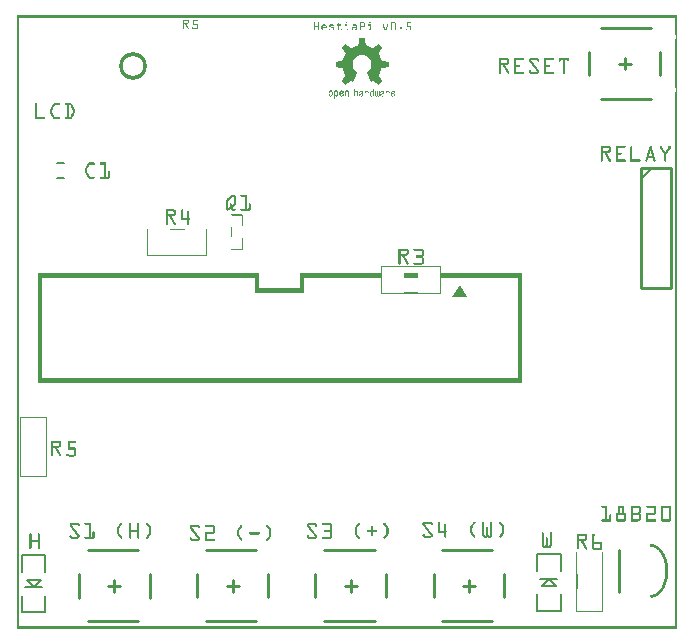
<source format=gto>
G04 MADE WITH FRITZING*
G04 WWW.FRITZING.ORG*
G04 DOUBLE SIDED*
G04 HOLES PLATED*
G04 CONTOUR ON CENTER OF CONTOUR VECTOR*
%ASAXBY*%
%FSLAX23Y23*%
%MOIN*%
%OFA0B0*%
%SFA1.0B1.0*%
%ADD10C,0.092000X0.068*%
%ADD11C,0.006000*%
%ADD12C,0.010000*%
%ADD13C,0.008000*%
%ADD14C,0.005000*%
%ADD15R,0.001000X0.001000*%
%LNSILK1*%
G90*
G70*
G54D10*
X389Y1878D03*
G54D11*
X159Y1505D02*
X136Y1505D01*
D02*
X159Y1553D02*
X136Y1553D01*
G54D12*
D02*
X1390Y106D02*
X1390Y184D01*
D02*
X1586Y27D02*
X1419Y27D01*
D02*
X1586Y263D02*
X1419Y263D01*
D02*
X1626Y106D02*
X1626Y184D01*
D02*
X1508Y125D02*
X1508Y165D01*
D02*
X1488Y145D02*
X1527Y145D01*
D02*
X207Y105D02*
X207Y184D01*
D02*
X404Y26D02*
X237Y26D01*
D02*
X404Y263D02*
X237Y263D01*
D02*
X444Y105D02*
X444Y184D01*
D02*
X325Y125D02*
X325Y164D01*
D02*
X306Y145D02*
X345Y145D01*
G54D13*
D02*
X96Y190D02*
X96Y246D01*
D02*
X96Y246D02*
X18Y246D01*
D02*
X18Y246D02*
X18Y190D01*
D02*
X96Y112D02*
X96Y57D01*
D02*
X96Y57D02*
X18Y57D01*
D02*
X18Y57D02*
X18Y112D01*
D02*
X84Y139D02*
X57Y139D01*
D02*
X57Y139D02*
X29Y139D01*
D02*
X57Y139D02*
X81Y163D01*
D02*
X81Y163D02*
X33Y163D01*
D02*
X33Y163D02*
X57Y139D01*
D02*
X1734Y116D02*
X1734Y60D01*
D02*
X1734Y60D02*
X1813Y60D01*
D02*
X1813Y60D02*
X1813Y116D01*
D02*
X1734Y194D02*
X1734Y249D01*
D02*
X1734Y249D02*
X1813Y249D01*
D02*
X1813Y249D02*
X1813Y194D01*
D02*
X1746Y167D02*
X1773Y167D01*
D02*
X1773Y167D02*
X1801Y167D01*
D02*
X1773Y167D02*
X1750Y143D01*
D02*
X1750Y143D02*
X1797Y143D01*
D02*
X1797Y143D02*
X1773Y167D01*
G54D12*
D02*
X602Y106D02*
X602Y184D01*
D02*
X799Y27D02*
X632Y27D01*
D02*
X799Y263D02*
X632Y263D01*
D02*
X838Y106D02*
X838Y184D01*
D02*
X720Y125D02*
X720Y165D01*
D02*
X701Y145D02*
X740Y145D01*
D02*
X996Y106D02*
X996Y184D01*
D02*
X1193Y27D02*
X1025Y27D01*
D02*
X1193Y263D02*
X1025Y263D01*
D02*
X1232Y106D02*
X1232Y184D01*
D02*
X1114Y125D02*
X1114Y165D01*
D02*
X1094Y145D02*
X1134Y145D01*
D02*
X2145Y1925D02*
X2145Y1846D01*
D02*
X1949Y2003D02*
X2116Y2003D01*
D02*
X1949Y1767D02*
X2116Y1767D01*
D02*
X1909Y1925D02*
X1909Y1846D01*
D02*
X2027Y1905D02*
X2027Y1866D01*
D02*
X2047Y1885D02*
X2008Y1885D01*
D02*
X2082Y1536D02*
X2082Y1136D01*
D02*
X2082Y1136D02*
X2182Y1136D01*
D02*
X2182Y1136D02*
X2182Y1536D01*
D02*
X2182Y1536D02*
X2082Y1536D01*
G54D14*
D02*
X2082Y1501D02*
X2117Y1536D01*
G54D12*
D02*
X2009Y125D02*
X2009Y265D01*
G54D14*
G36*
X1452Y1108D02*
X1477Y1148D01*
X1502Y1108D01*
G37*
D02*
G54D15*
X0Y2046D02*
X2202Y2046D01*
X0Y2045D02*
X2202Y2045D01*
X0Y2044D02*
X2202Y2044D01*
X0Y2043D02*
X2202Y2043D01*
X0Y2042D02*
X2202Y2042D01*
X0Y2041D02*
X2202Y2041D01*
X0Y2040D02*
X2202Y2040D01*
X0Y2039D02*
X2202Y2039D01*
X0Y2038D02*
X7Y2038D01*
X2195Y2038D02*
X2202Y2038D01*
X0Y2037D02*
X7Y2037D01*
X2195Y2037D02*
X2202Y2037D01*
X0Y2036D02*
X7Y2036D01*
X2195Y2036D02*
X2202Y2036D01*
X0Y2035D02*
X7Y2035D01*
X2195Y2035D02*
X2202Y2035D01*
X0Y2034D02*
X7Y2034D01*
X2195Y2034D02*
X2202Y2034D01*
X0Y2033D02*
X7Y2033D01*
X2195Y2033D02*
X2202Y2033D01*
X0Y2032D02*
X7Y2032D01*
X2195Y2032D02*
X2202Y2032D01*
X0Y2031D02*
X7Y2031D01*
X554Y2031D02*
X571Y2031D01*
X588Y2031D02*
X604Y2031D01*
X2195Y2031D02*
X2202Y2031D01*
X0Y2030D02*
X7Y2030D01*
X554Y2030D02*
X572Y2030D01*
X588Y2030D02*
X604Y2030D01*
X2195Y2030D02*
X2202Y2030D01*
X0Y2029D02*
X7Y2029D01*
X554Y2029D02*
X573Y2029D01*
X588Y2029D02*
X604Y2029D01*
X2195Y2029D02*
X2202Y2029D01*
X0Y2028D02*
X7Y2028D01*
X554Y2028D02*
X574Y2028D01*
X588Y2028D02*
X603Y2028D01*
X2195Y2028D02*
X2202Y2028D01*
X0Y2027D02*
X7Y2027D01*
X554Y2027D02*
X557Y2027D01*
X570Y2027D02*
X574Y2027D01*
X588Y2027D02*
X592Y2027D01*
X2195Y2027D02*
X2202Y2027D01*
X0Y2026D02*
X7Y2026D01*
X554Y2026D02*
X557Y2026D01*
X571Y2026D02*
X574Y2026D01*
X588Y2026D02*
X592Y2026D01*
X2195Y2026D02*
X2202Y2026D01*
X0Y2025D02*
X7Y2025D01*
X554Y2025D02*
X557Y2025D01*
X571Y2025D02*
X574Y2025D01*
X588Y2025D02*
X592Y2025D01*
X2195Y2025D02*
X2202Y2025D01*
X0Y2024D02*
X7Y2024D01*
X554Y2024D02*
X557Y2024D01*
X571Y2024D02*
X574Y2024D01*
X588Y2024D02*
X592Y2024D01*
X1099Y2024D02*
X1102Y2024D01*
X1176Y2024D02*
X1179Y2024D01*
X2195Y2024D02*
X2202Y2024D01*
X0Y2023D02*
X7Y2023D01*
X554Y2023D02*
X557Y2023D01*
X571Y2023D02*
X574Y2023D01*
X588Y2023D02*
X592Y2023D01*
X1098Y2023D02*
X1102Y2023D01*
X1175Y2023D02*
X1179Y2023D01*
X2195Y2023D02*
X2202Y2023D01*
X0Y2022D02*
X7Y2022D01*
X554Y2022D02*
X557Y2022D01*
X570Y2022D02*
X574Y2022D01*
X588Y2022D02*
X592Y2022D01*
X991Y2022D02*
X993Y2022D01*
X1005Y2022D02*
X1007Y2022D01*
X1098Y2022D02*
X1102Y2022D01*
X1144Y2022D02*
X1158Y2022D01*
X1175Y2022D02*
X1179Y2022D01*
X1248Y2022D02*
X1262Y2022D01*
X1301Y2022D02*
X1314Y2022D01*
X2195Y2022D02*
X2202Y2022D01*
X0Y2021D02*
X7Y2021D01*
X554Y2021D02*
X573Y2021D01*
X588Y2021D02*
X592Y2021D01*
X990Y2021D02*
X993Y2021D01*
X1005Y2021D02*
X1007Y2021D01*
X1071Y2021D02*
X1073Y2021D01*
X1098Y2021D02*
X1102Y2021D01*
X1144Y2021D02*
X1159Y2021D01*
X1175Y2021D02*
X1179Y2021D01*
X1247Y2021D02*
X1263Y2021D01*
X1301Y2021D02*
X1314Y2021D01*
X2195Y2021D02*
X2202Y2021D01*
X0Y2020D02*
X7Y2020D01*
X554Y2020D02*
X573Y2020D01*
X588Y2020D02*
X592Y2020D01*
X990Y2020D02*
X993Y2020D01*
X1005Y2020D02*
X1007Y2020D01*
X1071Y2020D02*
X1073Y2020D01*
X1099Y2020D02*
X1102Y2020D01*
X1144Y2020D02*
X1160Y2020D01*
X1175Y2020D02*
X1179Y2020D01*
X1247Y2020D02*
X1263Y2020D01*
X1301Y2020D02*
X1314Y2020D01*
X2195Y2020D02*
X2202Y2020D01*
X0Y2019D02*
X7Y2019D01*
X554Y2019D02*
X572Y2019D01*
X588Y2019D02*
X592Y2019D01*
X990Y2019D02*
X993Y2019D01*
X1005Y2019D02*
X1007Y2019D01*
X1071Y2019D02*
X1073Y2019D01*
X1144Y2019D02*
X1147Y2019D01*
X1157Y2019D02*
X1160Y2019D01*
X1247Y2019D02*
X1249Y2019D01*
X1260Y2019D02*
X1263Y2019D01*
X1301Y2019D02*
X1304Y2019D01*
X2195Y2019D02*
X2202Y2019D01*
X0Y2018D02*
X7Y2018D01*
X554Y2018D02*
X571Y2018D01*
X588Y2018D02*
X592Y2018D01*
X990Y2018D02*
X993Y2018D01*
X1005Y2018D02*
X1007Y2018D01*
X1071Y2018D02*
X1073Y2018D01*
X1144Y2018D02*
X1147Y2018D01*
X1158Y2018D02*
X1161Y2018D01*
X1247Y2018D02*
X1249Y2018D01*
X1261Y2018D02*
X1263Y2018D01*
X1301Y2018D02*
X1304Y2018D01*
X2195Y2018D02*
X2202Y2018D01*
X0Y2017D02*
X7Y2017D01*
X554Y2017D02*
X558Y2017D01*
X561Y2017D02*
X566Y2017D01*
X588Y2017D02*
X602Y2017D01*
X990Y2017D02*
X993Y2017D01*
X1005Y2017D02*
X1007Y2017D01*
X1071Y2017D02*
X1073Y2017D01*
X1144Y2017D02*
X1147Y2017D01*
X1158Y2017D02*
X1161Y2017D01*
X1247Y2017D02*
X1249Y2017D01*
X1261Y2017D02*
X1263Y2017D01*
X1301Y2017D02*
X1304Y2017D01*
X2195Y2017D02*
X2202Y2017D01*
X0Y2016D02*
X7Y2016D01*
X554Y2016D02*
X557Y2016D01*
X562Y2016D02*
X566Y2016D01*
X588Y2016D02*
X603Y2016D01*
X990Y2016D02*
X993Y2016D01*
X1005Y2016D02*
X1007Y2016D01*
X1071Y2016D02*
X1073Y2016D01*
X1144Y2016D02*
X1147Y2016D01*
X1158Y2016D02*
X1161Y2016D01*
X1247Y2016D02*
X1249Y2016D01*
X1261Y2016D02*
X1263Y2016D01*
X1301Y2016D02*
X1304Y2016D01*
X2195Y2016D02*
X2202Y2016D01*
X0Y2015D02*
X7Y2015D01*
X554Y2015D02*
X557Y2015D01*
X563Y2015D02*
X567Y2015D01*
X588Y2015D02*
X604Y2015D01*
X990Y2015D02*
X993Y2015D01*
X1005Y2015D02*
X1007Y2015D01*
X1021Y2015D02*
X1028Y2015D01*
X1045Y2015D02*
X1055Y2015D01*
X1068Y2015D02*
X1081Y2015D01*
X1095Y2015D02*
X1102Y2015D01*
X1123Y2015D02*
X1131Y2015D01*
X1144Y2015D02*
X1147Y2015D01*
X1158Y2015D02*
X1161Y2015D01*
X1172Y2015D02*
X1179Y2015D01*
X1222Y2015D02*
X1223Y2015D01*
X1236Y2015D02*
X1237Y2015D01*
X1247Y2015D02*
X1249Y2015D01*
X1261Y2015D02*
X1263Y2015D01*
X1301Y2015D02*
X1304Y2015D01*
X2195Y2015D02*
X2202Y2015D01*
X0Y2014D02*
X7Y2014D01*
X554Y2014D02*
X557Y2014D01*
X563Y2014D02*
X567Y2014D01*
X589Y2014D02*
X604Y2014D01*
X990Y2014D02*
X993Y2014D01*
X1005Y2014D02*
X1007Y2014D01*
X1019Y2014D02*
X1030Y2014D01*
X1043Y2014D02*
X1057Y2014D01*
X1068Y2014D02*
X1082Y2014D01*
X1095Y2014D02*
X1102Y2014D01*
X1122Y2014D02*
X1133Y2014D01*
X1144Y2014D02*
X1147Y2014D01*
X1158Y2014D02*
X1161Y2014D01*
X1172Y2014D02*
X1179Y2014D01*
X1221Y2014D02*
X1223Y2014D01*
X1235Y2014D02*
X1237Y2014D01*
X1247Y2014D02*
X1249Y2014D01*
X1261Y2014D02*
X1263Y2014D01*
X1301Y2014D02*
X1304Y2014D01*
X2195Y2014D02*
X2202Y2014D01*
X0Y2013D02*
X7Y2013D01*
X554Y2013D02*
X557Y2013D01*
X564Y2013D02*
X568Y2013D01*
X601Y2013D02*
X604Y2013D01*
X990Y2013D02*
X993Y2013D01*
X1005Y2013D02*
X1007Y2013D01*
X1018Y2013D02*
X1031Y2013D01*
X1043Y2013D02*
X1058Y2013D01*
X1068Y2013D02*
X1082Y2013D01*
X1095Y2013D02*
X1102Y2013D01*
X1122Y2013D02*
X1134Y2013D01*
X1144Y2013D02*
X1147Y2013D01*
X1158Y2013D02*
X1161Y2013D01*
X1172Y2013D02*
X1179Y2013D01*
X1221Y2013D02*
X1224Y2013D01*
X1235Y2013D02*
X1238Y2013D01*
X1247Y2013D02*
X1249Y2013D01*
X1261Y2013D02*
X1263Y2013D01*
X1301Y2013D02*
X1304Y2013D01*
X2195Y2013D02*
X2202Y2013D01*
X0Y2012D02*
X7Y2012D01*
X554Y2012D02*
X557Y2012D01*
X564Y2012D02*
X568Y2012D01*
X601Y2012D02*
X604Y2012D01*
X990Y2012D02*
X993Y2012D01*
X1005Y2012D02*
X1007Y2012D01*
X1017Y2012D02*
X1032Y2012D01*
X1042Y2012D02*
X1058Y2012D01*
X1068Y2012D02*
X1081Y2012D01*
X1096Y2012D02*
X1102Y2012D01*
X1123Y2012D02*
X1134Y2012D01*
X1144Y2012D02*
X1147Y2012D01*
X1158Y2012D02*
X1161Y2012D01*
X1173Y2012D02*
X1179Y2012D01*
X1221Y2012D02*
X1224Y2012D01*
X1235Y2012D02*
X1238Y2012D01*
X1247Y2012D02*
X1249Y2012D01*
X1261Y2012D02*
X1263Y2012D01*
X1301Y2012D02*
X1304Y2012D01*
X2195Y2012D02*
X2202Y2012D01*
X0Y2011D02*
X7Y2011D01*
X554Y2011D02*
X557Y2011D01*
X565Y2011D02*
X569Y2011D01*
X601Y2011D02*
X604Y2011D01*
X990Y2011D02*
X993Y2011D01*
X1004Y2011D02*
X1007Y2011D01*
X1017Y2011D02*
X1020Y2011D01*
X1029Y2011D02*
X1032Y2011D01*
X1042Y2011D02*
X1045Y2011D01*
X1056Y2011D02*
X1057Y2011D01*
X1071Y2011D02*
X1073Y2011D01*
X1100Y2011D02*
X1102Y2011D01*
X1132Y2011D02*
X1135Y2011D01*
X1144Y2011D02*
X1147Y2011D01*
X1158Y2011D02*
X1161Y2011D01*
X1177Y2011D02*
X1179Y2011D01*
X1221Y2011D02*
X1224Y2011D01*
X1235Y2011D02*
X1238Y2011D01*
X1247Y2011D02*
X1249Y2011D01*
X1261Y2011D02*
X1263Y2011D01*
X1301Y2011D02*
X1304Y2011D01*
X2195Y2011D02*
X2202Y2011D01*
X0Y2010D02*
X7Y2010D01*
X554Y2010D02*
X557Y2010D01*
X566Y2010D02*
X569Y2010D01*
X601Y2010D02*
X604Y2010D01*
X990Y2010D02*
X1007Y2010D01*
X1016Y2010D02*
X1019Y2010D01*
X1030Y2010D02*
X1033Y2010D01*
X1042Y2010D02*
X1045Y2010D01*
X1071Y2010D02*
X1073Y2010D01*
X1100Y2010D02*
X1102Y2010D01*
X1132Y2010D02*
X1135Y2010D01*
X1144Y2010D02*
X1147Y2010D01*
X1158Y2010D02*
X1161Y2010D01*
X1177Y2010D02*
X1179Y2010D01*
X1221Y2010D02*
X1224Y2010D01*
X1235Y2010D02*
X1237Y2010D01*
X1247Y2010D02*
X1249Y2010D01*
X1261Y2010D02*
X1263Y2010D01*
X1301Y2010D02*
X1313Y2010D01*
X2195Y2010D02*
X2202Y2010D01*
X0Y2009D02*
X7Y2009D01*
X554Y2009D02*
X557Y2009D01*
X566Y2009D02*
X570Y2009D01*
X601Y2009D02*
X604Y2009D01*
X990Y2009D02*
X1007Y2009D01*
X1016Y2009D02*
X1019Y2009D01*
X1030Y2009D02*
X1033Y2009D01*
X1043Y2009D02*
X1047Y2009D01*
X1071Y2009D02*
X1073Y2009D01*
X1100Y2009D02*
X1102Y2009D01*
X1132Y2009D02*
X1135Y2009D01*
X1144Y2009D02*
X1160Y2009D01*
X1177Y2009D02*
X1179Y2009D01*
X1221Y2009D02*
X1224Y2009D01*
X1234Y2009D02*
X1237Y2009D01*
X1247Y2009D02*
X1249Y2009D01*
X1261Y2009D02*
X1263Y2009D01*
X1301Y2009D02*
X1314Y2009D01*
X2195Y2009D02*
X2202Y2009D01*
X0Y2008D02*
X7Y2008D01*
X554Y2008D02*
X557Y2008D01*
X567Y2008D02*
X571Y2008D01*
X601Y2008D02*
X604Y2008D01*
X990Y2008D02*
X1007Y2008D01*
X1016Y2008D02*
X1019Y2008D01*
X1030Y2008D02*
X1033Y2008D01*
X1043Y2008D02*
X1050Y2008D01*
X1071Y2008D02*
X1073Y2008D01*
X1100Y2008D02*
X1102Y2008D01*
X1132Y2008D02*
X1135Y2008D01*
X1144Y2008D02*
X1160Y2008D01*
X1177Y2008D02*
X1179Y2008D01*
X1222Y2008D02*
X1225Y2008D01*
X1234Y2008D02*
X1237Y2008D01*
X1247Y2008D02*
X1249Y2008D01*
X1261Y2008D02*
X1263Y2008D01*
X1301Y2008D02*
X1314Y2008D01*
X2195Y2008D02*
X2202Y2008D01*
X0Y2007D02*
X7Y2007D01*
X554Y2007D02*
X557Y2007D01*
X567Y2007D02*
X571Y2007D01*
X601Y2007D02*
X604Y2007D01*
X990Y2007D02*
X993Y2007D01*
X1004Y2007D02*
X1007Y2007D01*
X1016Y2007D02*
X1019Y2007D01*
X1030Y2007D02*
X1033Y2007D01*
X1044Y2007D02*
X1052Y2007D01*
X1071Y2007D02*
X1073Y2007D01*
X1100Y2007D02*
X1102Y2007D01*
X1121Y2007D02*
X1135Y2007D01*
X1144Y2007D02*
X1159Y2007D01*
X1177Y2007D02*
X1179Y2007D01*
X1222Y2007D02*
X1225Y2007D01*
X1233Y2007D02*
X1236Y2007D01*
X1247Y2007D02*
X1249Y2007D01*
X1261Y2007D02*
X1263Y2007D01*
X1312Y2007D02*
X1314Y2007D01*
X2195Y2007D02*
X2202Y2007D01*
X0Y2006D02*
X7Y2006D01*
X554Y2006D02*
X557Y2006D01*
X568Y2006D02*
X572Y2006D01*
X601Y2006D02*
X604Y2006D01*
X990Y2006D02*
X993Y2006D01*
X1005Y2006D02*
X1007Y2006D01*
X1016Y2006D02*
X1033Y2006D01*
X1046Y2006D02*
X1054Y2006D01*
X1071Y2006D02*
X1073Y2006D01*
X1100Y2006D02*
X1102Y2006D01*
X1120Y2006D02*
X1135Y2006D01*
X1144Y2006D02*
X1156Y2006D01*
X1177Y2006D02*
X1179Y2006D01*
X1223Y2006D02*
X1226Y2006D01*
X1233Y2006D02*
X1236Y2006D01*
X1247Y2006D02*
X1249Y2006D01*
X1261Y2006D02*
X1263Y2006D01*
X1278Y2006D02*
X1283Y2006D01*
X1312Y2006D02*
X1314Y2006D01*
X2195Y2006D02*
X2202Y2006D01*
X0Y2005D02*
X7Y2005D01*
X554Y2005D02*
X557Y2005D01*
X568Y2005D02*
X572Y2005D01*
X585Y2005D02*
X587Y2005D01*
X601Y2005D02*
X604Y2005D01*
X990Y2005D02*
X993Y2005D01*
X1005Y2005D02*
X1007Y2005D01*
X1016Y2005D02*
X1033Y2005D01*
X1049Y2005D02*
X1056Y2005D01*
X1071Y2005D02*
X1073Y2005D01*
X1100Y2005D02*
X1102Y2005D01*
X1119Y2005D02*
X1135Y2005D01*
X1144Y2005D02*
X1147Y2005D01*
X1177Y2005D02*
X1179Y2005D01*
X1223Y2005D02*
X1226Y2005D01*
X1232Y2005D02*
X1235Y2005D01*
X1247Y2005D02*
X1249Y2005D01*
X1261Y2005D02*
X1263Y2005D01*
X1277Y2005D02*
X1283Y2005D01*
X1312Y2005D02*
X1314Y2005D01*
X2195Y2005D02*
X2202Y2005D01*
X0Y2004D02*
X7Y2004D01*
X554Y2004D02*
X557Y2004D01*
X569Y2004D02*
X573Y2004D01*
X585Y2004D02*
X589Y2004D01*
X601Y2004D02*
X604Y2004D01*
X990Y2004D02*
X993Y2004D01*
X1005Y2004D02*
X1007Y2004D01*
X1016Y2004D02*
X1033Y2004D01*
X1051Y2004D02*
X1057Y2004D01*
X1071Y2004D02*
X1073Y2004D01*
X1100Y2004D02*
X1102Y2004D01*
X1119Y2004D02*
X1122Y2004D01*
X1131Y2004D02*
X1135Y2004D01*
X1144Y2004D02*
X1147Y2004D01*
X1177Y2004D02*
X1179Y2004D01*
X1224Y2004D02*
X1227Y2004D01*
X1232Y2004D02*
X1235Y2004D01*
X1247Y2004D02*
X1249Y2004D01*
X1261Y2004D02*
X1263Y2004D01*
X1277Y2004D02*
X1284Y2004D01*
X1312Y2004D02*
X1314Y2004D01*
X2195Y2004D02*
X2202Y2004D01*
X0Y2003D02*
X7Y2003D01*
X554Y2003D02*
X557Y2003D01*
X570Y2003D02*
X574Y2003D01*
X584Y2003D02*
X604Y2003D01*
X990Y2003D02*
X993Y2003D01*
X1005Y2003D02*
X1007Y2003D01*
X1016Y2003D02*
X1032Y2003D01*
X1053Y2003D02*
X1058Y2003D01*
X1071Y2003D02*
X1073Y2003D01*
X1100Y2003D02*
X1102Y2003D01*
X1119Y2003D02*
X1121Y2003D01*
X1132Y2003D02*
X1135Y2003D01*
X1144Y2003D02*
X1147Y2003D01*
X1177Y2003D02*
X1179Y2003D01*
X1224Y2003D02*
X1227Y2003D01*
X1231Y2003D02*
X1234Y2003D01*
X1247Y2003D02*
X1249Y2003D01*
X1261Y2003D02*
X1263Y2003D01*
X1277Y2003D02*
X1284Y2003D01*
X1312Y2003D02*
X1314Y2003D01*
X2195Y2003D02*
X2202Y2003D01*
X0Y2002D02*
X7Y2002D01*
X554Y2002D02*
X557Y2002D01*
X570Y2002D02*
X574Y2002D01*
X585Y2002D02*
X604Y2002D01*
X990Y2002D02*
X993Y2002D01*
X1005Y2002D02*
X1007Y2002D01*
X1016Y2002D02*
X1019Y2002D01*
X1055Y2002D02*
X1058Y2002D01*
X1071Y2002D02*
X1073Y2002D01*
X1100Y2002D02*
X1102Y2002D01*
X1118Y2002D02*
X1121Y2002D01*
X1132Y2002D02*
X1135Y2002D01*
X1144Y2002D02*
X1147Y2002D01*
X1177Y2002D02*
X1179Y2002D01*
X1224Y2002D02*
X1227Y2002D01*
X1231Y2002D02*
X1234Y2002D01*
X1247Y2002D02*
X1249Y2002D01*
X1261Y2002D02*
X1263Y2002D01*
X1277Y2002D02*
X1284Y2002D01*
X1312Y2002D02*
X1314Y2002D01*
X2195Y2002D02*
X2202Y2002D01*
X0Y2001D02*
X7Y2001D01*
X554Y2001D02*
X557Y2001D01*
X571Y2001D02*
X574Y2001D01*
X586Y2001D02*
X603Y2001D01*
X990Y2001D02*
X993Y2001D01*
X1005Y2001D02*
X1007Y2001D01*
X1016Y2001D02*
X1019Y2001D01*
X1056Y2001D02*
X1058Y2001D01*
X1071Y2001D02*
X1073Y2001D01*
X1082Y2001D02*
X1084Y2001D01*
X1100Y2001D02*
X1102Y2001D01*
X1118Y2001D02*
X1121Y2001D01*
X1132Y2001D02*
X1135Y2001D01*
X1144Y2001D02*
X1147Y2001D01*
X1177Y2001D02*
X1179Y2001D01*
X1225Y2001D02*
X1228Y2001D01*
X1231Y2001D02*
X1234Y2001D01*
X1247Y2001D02*
X1249Y2001D01*
X1261Y2001D02*
X1263Y2001D01*
X1278Y2001D02*
X1283Y2001D01*
X1312Y2001D02*
X1314Y2001D01*
X2195Y2001D02*
X2202Y2001D01*
X0Y2000D02*
X7Y2000D01*
X555Y2000D02*
X557Y2000D01*
X572Y2000D02*
X573Y2000D01*
X589Y2000D02*
X602Y2000D01*
X990Y2000D02*
X993Y2000D01*
X1005Y2000D02*
X1007Y2000D01*
X1016Y2000D02*
X1020Y2000D01*
X1042Y2000D02*
X1043Y2000D01*
X1055Y2000D02*
X1058Y2000D01*
X1071Y2000D02*
X1074Y2000D01*
X1081Y2000D02*
X1084Y2000D01*
X1100Y2000D02*
X1102Y2000D01*
X1119Y2000D02*
X1121Y2000D01*
X1130Y2000D02*
X1135Y2000D01*
X1144Y2000D02*
X1147Y2000D01*
X1177Y2000D02*
X1179Y2000D01*
X1225Y2000D02*
X1228Y2000D01*
X1230Y2000D02*
X1233Y2000D01*
X1247Y2000D02*
X1249Y2000D01*
X1261Y2000D02*
X1263Y2000D01*
X1278Y2000D02*
X1282Y2000D01*
X1299Y2000D02*
X1300Y2000D01*
X1312Y2000D02*
X1314Y2000D01*
X2195Y2000D02*
X2202Y2000D01*
X0Y1999D02*
X7Y1999D01*
X990Y1999D02*
X993Y1999D01*
X1005Y1999D02*
X1007Y1999D01*
X1017Y1999D02*
X1021Y1999D01*
X1042Y1999D02*
X1045Y1999D01*
X1054Y1999D02*
X1058Y1999D01*
X1071Y1999D02*
X1075Y1999D01*
X1080Y1999D02*
X1084Y1999D01*
X1100Y1999D02*
X1103Y1999D01*
X1119Y1999D02*
X1122Y1999D01*
X1129Y1999D02*
X1135Y1999D01*
X1144Y1999D02*
X1147Y1999D01*
X1176Y1999D02*
X1180Y1999D01*
X1226Y1999D02*
X1233Y1999D01*
X1247Y1999D02*
X1249Y1999D01*
X1260Y1999D02*
X1263Y1999D01*
X1298Y1999D02*
X1302Y1999D01*
X1312Y1999D02*
X1314Y1999D01*
X2195Y1999D02*
X2202Y1999D01*
X0Y1998D02*
X7Y1998D01*
X990Y1998D02*
X993Y1998D01*
X1005Y1998D02*
X1007Y1998D01*
X1018Y1998D02*
X1032Y1998D01*
X1042Y1998D02*
X1057Y1998D01*
X1072Y1998D02*
X1083Y1998D01*
X1095Y1998D02*
X1107Y1998D01*
X1119Y1998D02*
X1135Y1998D01*
X1144Y1998D02*
X1147Y1998D01*
X1172Y1998D02*
X1184Y1998D01*
X1226Y1998D02*
X1232Y1998D01*
X1247Y1998D02*
X1263Y1998D01*
X1298Y1998D02*
X1314Y1998D01*
X2195Y1998D02*
X2202Y1998D01*
X0Y1997D02*
X7Y1997D01*
X990Y1997D02*
X993Y1997D01*
X1005Y1997D02*
X1007Y1997D01*
X1019Y1997D02*
X1033Y1997D01*
X1043Y1997D02*
X1057Y1997D01*
X1072Y1997D02*
X1082Y1997D01*
X1095Y1997D02*
X1108Y1997D01*
X1120Y1997D02*
X1135Y1997D01*
X1144Y1997D02*
X1147Y1997D01*
X1171Y1997D02*
X1185Y1997D01*
X1227Y1997D02*
X1232Y1997D01*
X1247Y1997D02*
X1263Y1997D01*
X1299Y1997D02*
X1314Y1997D01*
X2195Y1997D02*
X2202Y1997D01*
X0Y1996D02*
X7Y1996D01*
X991Y1996D02*
X993Y1996D01*
X1005Y1996D02*
X1007Y1996D01*
X1020Y1996D02*
X1032Y1996D01*
X1044Y1996D02*
X1055Y1996D01*
X1074Y1996D02*
X1081Y1996D01*
X1095Y1996D02*
X1107Y1996D01*
X1121Y1996D02*
X1130Y1996D01*
X1133Y1996D02*
X1134Y1996D01*
X1145Y1996D02*
X1146Y1996D01*
X1172Y1996D02*
X1184Y1996D01*
X1227Y1996D02*
X1231Y1996D01*
X1248Y1996D02*
X1262Y1996D01*
X1301Y1996D02*
X1313Y1996D01*
X2195Y1996D02*
X2202Y1996D01*
X0Y1995D02*
X7Y1995D01*
X2195Y1995D02*
X2202Y1995D01*
X0Y1994D02*
X7Y1994D01*
X2195Y1994D02*
X2202Y1994D01*
X0Y1993D02*
X7Y1993D01*
X2195Y1993D02*
X2202Y1993D01*
X0Y1992D02*
X7Y1992D01*
X2195Y1992D02*
X2202Y1992D01*
X0Y1991D02*
X7Y1991D01*
X2195Y1991D02*
X2202Y1991D01*
X0Y1990D02*
X7Y1990D01*
X2195Y1990D02*
X2202Y1990D01*
X0Y1989D02*
X7Y1989D01*
X2195Y1989D02*
X2202Y1989D01*
X0Y1988D02*
X7Y1988D01*
X2195Y1988D02*
X2202Y1988D01*
X0Y1987D02*
X7Y1987D01*
X2195Y1987D02*
X2202Y1987D01*
X0Y1986D02*
X7Y1986D01*
X2195Y1986D02*
X2202Y1986D01*
X0Y1985D02*
X7Y1985D01*
X2196Y1985D02*
X2202Y1985D01*
X0Y1984D02*
X7Y1984D01*
X2196Y1984D02*
X2202Y1984D01*
X0Y1983D02*
X7Y1983D01*
X2196Y1983D02*
X2202Y1983D01*
X0Y1982D02*
X7Y1982D01*
X2196Y1982D02*
X2202Y1982D01*
X0Y1981D02*
X7Y1981D01*
X2197Y1981D02*
X2202Y1981D01*
X0Y1980D02*
X7Y1980D01*
X2197Y1980D02*
X2202Y1980D01*
X0Y1979D02*
X7Y1979D01*
X2197Y1979D02*
X2202Y1979D01*
X0Y1978D02*
X7Y1978D01*
X2197Y1978D02*
X2202Y1978D01*
X0Y1977D02*
X7Y1977D01*
X2197Y1977D02*
X2202Y1977D01*
X0Y1976D02*
X7Y1976D01*
X2197Y1976D02*
X2202Y1976D01*
X0Y1975D02*
X7Y1975D01*
X2197Y1975D02*
X2202Y1975D01*
X0Y1974D02*
X7Y1974D01*
X2197Y1974D02*
X2202Y1974D01*
X0Y1973D02*
X7Y1973D01*
X2197Y1973D02*
X2202Y1973D01*
X0Y1972D02*
X7Y1972D01*
X2197Y1972D02*
X2202Y1972D01*
X0Y1971D02*
X7Y1971D01*
X2197Y1971D02*
X2202Y1971D01*
X0Y1970D02*
X7Y1970D01*
X1143Y1970D02*
X1159Y1970D01*
X2197Y1970D02*
X2202Y1970D01*
X0Y1969D02*
X7Y1969D01*
X1143Y1969D02*
X1159Y1969D01*
X2197Y1969D02*
X2202Y1969D01*
X0Y1968D02*
X7Y1968D01*
X1143Y1968D02*
X1160Y1968D01*
X2197Y1968D02*
X2202Y1968D01*
X0Y1967D02*
X7Y1967D01*
X1143Y1967D02*
X1160Y1967D01*
X2197Y1967D02*
X2202Y1967D01*
X0Y1966D02*
X7Y1966D01*
X1142Y1966D02*
X1160Y1966D01*
X2196Y1966D02*
X2202Y1966D01*
X0Y1965D02*
X7Y1965D01*
X1142Y1965D02*
X1160Y1965D01*
X2196Y1965D02*
X2202Y1965D01*
X0Y1964D02*
X7Y1964D01*
X1142Y1964D02*
X1160Y1964D01*
X2196Y1964D02*
X2202Y1964D01*
X0Y1963D02*
X7Y1963D01*
X1142Y1963D02*
X1161Y1963D01*
X2195Y1963D02*
X2202Y1963D01*
X0Y1962D02*
X7Y1962D01*
X1142Y1962D02*
X1161Y1962D01*
X2195Y1962D02*
X2202Y1962D01*
X0Y1961D02*
X7Y1961D01*
X1141Y1961D02*
X1161Y1961D01*
X2195Y1961D02*
X2202Y1961D01*
X0Y1960D02*
X7Y1960D01*
X1141Y1960D02*
X1161Y1960D01*
X2195Y1960D02*
X2202Y1960D01*
X0Y1959D02*
X7Y1959D01*
X1141Y1959D02*
X1161Y1959D01*
X2195Y1959D02*
X2202Y1959D01*
X0Y1958D02*
X7Y1958D01*
X1141Y1958D02*
X1161Y1958D01*
X2195Y1958D02*
X2202Y1958D01*
X0Y1957D02*
X7Y1957D01*
X1141Y1957D02*
X1162Y1957D01*
X2195Y1957D02*
X2202Y1957D01*
X0Y1956D02*
X7Y1956D01*
X1140Y1956D02*
X1162Y1956D01*
X2195Y1956D02*
X2202Y1956D01*
X0Y1955D02*
X7Y1955D01*
X1140Y1955D02*
X1162Y1955D01*
X2195Y1955D02*
X2202Y1955D01*
X0Y1954D02*
X7Y1954D01*
X1140Y1954D02*
X1162Y1954D01*
X2195Y1954D02*
X2202Y1954D01*
X0Y1953D02*
X7Y1953D01*
X1140Y1953D02*
X1162Y1953D01*
X2195Y1953D02*
X2202Y1953D01*
X0Y1952D02*
X7Y1952D01*
X1140Y1952D02*
X1163Y1952D01*
X2195Y1952D02*
X2202Y1952D01*
X0Y1951D02*
X7Y1951D01*
X1140Y1951D02*
X1163Y1951D01*
X2195Y1951D02*
X2202Y1951D01*
X0Y1950D02*
X7Y1950D01*
X1095Y1950D02*
X1095Y1950D01*
X1139Y1950D02*
X1163Y1950D01*
X1207Y1950D02*
X1207Y1950D01*
X2195Y1950D02*
X2202Y1950D01*
X0Y1949D02*
X7Y1949D01*
X1094Y1949D02*
X1097Y1949D01*
X1139Y1949D02*
X1163Y1949D01*
X1206Y1949D02*
X1208Y1949D01*
X2195Y1949D02*
X2202Y1949D01*
X0Y1948D02*
X7Y1948D01*
X1093Y1948D02*
X1098Y1948D01*
X1139Y1948D02*
X1163Y1948D01*
X1204Y1948D02*
X1209Y1948D01*
X2195Y1948D02*
X2202Y1948D01*
X0Y1947D02*
X7Y1947D01*
X1092Y1947D02*
X1100Y1947D01*
X1139Y1947D02*
X1164Y1947D01*
X1203Y1947D02*
X1210Y1947D01*
X2195Y1947D02*
X2202Y1947D01*
X0Y1946D02*
X7Y1946D01*
X1091Y1946D02*
X1101Y1946D01*
X1139Y1946D02*
X1164Y1946D01*
X1201Y1946D02*
X1211Y1946D01*
X2195Y1946D02*
X2202Y1946D01*
X0Y1945D02*
X7Y1945D01*
X1090Y1945D02*
X1102Y1945D01*
X1137Y1945D02*
X1166Y1945D01*
X1200Y1945D02*
X1212Y1945D01*
X2195Y1945D02*
X2202Y1945D01*
X0Y1944D02*
X7Y1944D01*
X1089Y1944D02*
X1104Y1944D01*
X1133Y1944D02*
X1170Y1944D01*
X1198Y1944D02*
X1213Y1944D01*
X2195Y1944D02*
X2202Y1944D01*
X0Y1943D02*
X7Y1943D01*
X1088Y1943D02*
X1105Y1943D01*
X1130Y1943D02*
X1173Y1943D01*
X1197Y1943D02*
X1214Y1943D01*
X2195Y1943D02*
X2202Y1943D01*
X0Y1942D02*
X7Y1942D01*
X1087Y1942D02*
X1107Y1942D01*
X1127Y1942D02*
X1175Y1942D01*
X1195Y1942D02*
X1215Y1942D01*
X2195Y1942D02*
X2202Y1942D01*
X0Y1941D02*
X7Y1941D01*
X1086Y1941D02*
X1108Y1941D01*
X1125Y1941D02*
X1178Y1941D01*
X1194Y1941D02*
X1216Y1941D01*
X2195Y1941D02*
X2202Y1941D01*
X0Y1940D02*
X7Y1940D01*
X1085Y1940D02*
X1110Y1940D01*
X1123Y1940D02*
X1180Y1940D01*
X1193Y1940D02*
X1217Y1940D01*
X2195Y1940D02*
X2202Y1940D01*
X0Y1939D02*
X7Y1939D01*
X1084Y1939D02*
X1111Y1939D01*
X1121Y1939D02*
X1182Y1939D01*
X1191Y1939D02*
X1218Y1939D01*
X2195Y1939D02*
X2202Y1939D01*
X0Y1938D02*
X7Y1938D01*
X1084Y1938D02*
X1113Y1938D01*
X1119Y1938D02*
X1183Y1938D01*
X1190Y1938D02*
X1219Y1938D01*
X2195Y1938D02*
X2202Y1938D01*
X0Y1937D02*
X7Y1937D01*
X1084Y1937D02*
X1114Y1937D01*
X1117Y1937D02*
X1185Y1937D01*
X1188Y1937D02*
X1218Y1937D01*
X2195Y1937D02*
X2202Y1937D01*
X0Y1936D02*
X7Y1936D01*
X1085Y1936D02*
X1217Y1936D01*
X2195Y1936D02*
X2202Y1936D01*
X0Y1935D02*
X7Y1935D01*
X1086Y1935D02*
X1217Y1935D01*
X2195Y1935D02*
X2202Y1935D01*
X0Y1934D02*
X7Y1934D01*
X1086Y1934D02*
X1216Y1934D01*
X2195Y1934D02*
X2202Y1934D01*
X0Y1933D02*
X7Y1933D01*
X1087Y1933D02*
X1215Y1933D01*
X2195Y1933D02*
X2202Y1933D01*
X0Y1932D02*
X7Y1932D01*
X1088Y1932D02*
X1214Y1932D01*
X2195Y1932D02*
X2202Y1932D01*
X0Y1931D02*
X7Y1931D01*
X1089Y1931D02*
X1214Y1931D01*
X2195Y1931D02*
X2202Y1931D01*
X0Y1930D02*
X7Y1930D01*
X1089Y1930D02*
X1213Y1930D01*
X2195Y1930D02*
X2202Y1930D01*
X0Y1929D02*
X7Y1929D01*
X1090Y1929D02*
X1212Y1929D01*
X2195Y1929D02*
X2202Y1929D01*
X0Y1928D02*
X7Y1928D01*
X1091Y1928D02*
X1212Y1928D01*
X2195Y1928D02*
X2202Y1928D01*
X0Y1927D02*
X7Y1927D01*
X1091Y1927D02*
X1211Y1927D01*
X2195Y1927D02*
X2202Y1927D01*
X0Y1926D02*
X7Y1926D01*
X1092Y1926D02*
X1210Y1926D01*
X2195Y1926D02*
X2202Y1926D01*
X0Y1925D02*
X7Y1925D01*
X1093Y1925D02*
X1210Y1925D01*
X2195Y1925D02*
X2202Y1925D01*
X0Y1924D02*
X7Y1924D01*
X1093Y1924D02*
X1209Y1924D01*
X2195Y1924D02*
X2202Y1924D01*
X0Y1923D02*
X7Y1923D01*
X1094Y1923D02*
X1208Y1923D01*
X2195Y1923D02*
X2202Y1923D01*
X0Y1922D02*
X7Y1922D01*
X1095Y1922D02*
X1208Y1922D01*
X2195Y1922D02*
X2202Y1922D01*
X0Y1921D02*
X7Y1921D01*
X1095Y1921D02*
X1207Y1921D01*
X2195Y1921D02*
X2202Y1921D01*
X0Y1920D02*
X7Y1920D01*
X1096Y1920D02*
X1206Y1920D01*
X2195Y1920D02*
X2202Y1920D01*
X0Y1919D02*
X7Y1919D01*
X1097Y1919D02*
X1206Y1919D01*
X2195Y1919D02*
X2202Y1919D01*
X0Y1918D02*
X7Y1918D01*
X1097Y1918D02*
X1205Y1918D01*
X2195Y1918D02*
X2202Y1918D01*
X0Y1917D02*
X7Y1917D01*
X1097Y1917D02*
X1206Y1917D01*
X2195Y1917D02*
X2202Y1917D01*
X0Y1916D02*
X7Y1916D01*
X1096Y1916D02*
X1206Y1916D01*
X2195Y1916D02*
X2202Y1916D01*
X0Y1915D02*
X7Y1915D01*
X1095Y1915D02*
X1207Y1915D01*
X2195Y1915D02*
X2202Y1915D01*
X0Y1914D02*
X7Y1914D01*
X1095Y1914D02*
X1207Y1914D01*
X2195Y1914D02*
X2202Y1914D01*
X0Y1913D02*
X7Y1913D01*
X1094Y1913D02*
X1145Y1913D01*
X1157Y1913D02*
X1208Y1913D01*
X2195Y1913D02*
X2202Y1913D01*
X0Y1912D02*
X7Y1912D01*
X1094Y1912D02*
X1141Y1912D01*
X1161Y1912D02*
X1209Y1912D01*
X2195Y1912D02*
X2202Y1912D01*
X0Y1911D02*
X7Y1911D01*
X1093Y1911D02*
X1138Y1911D01*
X1164Y1911D02*
X1209Y1911D01*
X2195Y1911D02*
X2202Y1911D01*
X0Y1910D02*
X7Y1910D01*
X1093Y1910D02*
X1136Y1910D01*
X1166Y1910D02*
X1210Y1910D01*
X2195Y1910D02*
X2202Y1910D01*
X0Y1909D02*
X7Y1909D01*
X1092Y1909D02*
X1135Y1909D01*
X1168Y1909D02*
X1210Y1909D01*
X2195Y1909D02*
X2202Y1909D01*
X0Y1908D02*
X7Y1908D01*
X1092Y1908D02*
X1133Y1908D01*
X1169Y1908D02*
X1211Y1908D01*
X2195Y1908D02*
X2202Y1908D01*
X0Y1907D02*
X7Y1907D01*
X1091Y1907D02*
X1132Y1907D01*
X1171Y1907D02*
X1211Y1907D01*
X2195Y1907D02*
X2202Y1907D01*
X0Y1906D02*
X7Y1906D01*
X1091Y1906D02*
X1130Y1906D01*
X1172Y1906D02*
X1211Y1906D01*
X2195Y1906D02*
X2202Y1906D01*
X0Y1905D02*
X7Y1905D01*
X1091Y1905D02*
X1129Y1905D01*
X1173Y1905D02*
X1212Y1905D01*
X2195Y1905D02*
X2202Y1905D01*
X0Y1904D02*
X7Y1904D01*
X1090Y1904D02*
X1128Y1904D01*
X1174Y1904D02*
X1212Y1904D01*
X1608Y1904D02*
X1634Y1904D01*
X1658Y1904D02*
X1690Y1904D01*
X1713Y1904D02*
X1735Y1904D01*
X1757Y1904D02*
X1789Y1904D01*
X1807Y1904D02*
X1840Y1904D01*
X2195Y1904D02*
X2202Y1904D01*
X0Y1903D02*
X7Y1903D01*
X1090Y1903D02*
X1127Y1903D01*
X1175Y1903D02*
X1212Y1903D01*
X1608Y1903D02*
X1637Y1903D01*
X1658Y1903D02*
X1691Y1903D01*
X1711Y1903D02*
X1737Y1903D01*
X1757Y1903D02*
X1790Y1903D01*
X1807Y1903D02*
X1840Y1903D01*
X2195Y1903D02*
X2202Y1903D01*
X0Y1902D02*
X7Y1902D01*
X1089Y1902D02*
X1126Y1902D01*
X1176Y1902D02*
X1213Y1902D01*
X1608Y1902D02*
X1638Y1902D01*
X1658Y1902D02*
X1691Y1902D01*
X1710Y1902D02*
X1738Y1902D01*
X1757Y1902D02*
X1790Y1902D01*
X1807Y1902D02*
X1840Y1902D01*
X2195Y1902D02*
X2202Y1902D01*
X0Y1901D02*
X7Y1901D01*
X1089Y1901D02*
X1126Y1901D01*
X1177Y1901D02*
X1213Y1901D01*
X1608Y1901D02*
X1639Y1901D01*
X1658Y1901D02*
X1691Y1901D01*
X1709Y1901D02*
X1739Y1901D01*
X1757Y1901D02*
X1791Y1901D01*
X1807Y1901D02*
X1840Y1901D01*
X2195Y1901D02*
X2202Y1901D01*
X0Y1900D02*
X7Y1900D01*
X1089Y1900D02*
X1125Y1900D01*
X1177Y1900D02*
X1213Y1900D01*
X1608Y1900D02*
X1640Y1900D01*
X1658Y1900D02*
X1691Y1900D01*
X1708Y1900D02*
X1740Y1900D01*
X1757Y1900D02*
X1790Y1900D01*
X1807Y1900D02*
X1840Y1900D01*
X2195Y1900D02*
X2202Y1900D01*
X0Y1899D02*
X7Y1899D01*
X1089Y1899D02*
X1124Y1899D01*
X1178Y1899D02*
X1214Y1899D01*
X1608Y1899D02*
X1640Y1899D01*
X1658Y1899D02*
X1690Y1899D01*
X1708Y1899D02*
X1740Y1899D01*
X1757Y1899D02*
X1790Y1899D01*
X1807Y1899D02*
X1840Y1899D01*
X2195Y1899D02*
X2202Y1899D01*
X0Y1898D02*
X7Y1898D01*
X1088Y1898D02*
X1124Y1898D01*
X1179Y1898D02*
X1214Y1898D01*
X1608Y1898D02*
X1641Y1898D01*
X1658Y1898D02*
X1689Y1898D01*
X1708Y1898D02*
X1741Y1898D01*
X1757Y1898D02*
X1789Y1898D01*
X1807Y1898D02*
X1840Y1898D01*
X2195Y1898D02*
X2202Y1898D01*
X0Y1897D02*
X7Y1897D01*
X1088Y1897D02*
X1123Y1897D01*
X1179Y1897D02*
X1214Y1897D01*
X1608Y1897D02*
X1614Y1897D01*
X1634Y1897D02*
X1641Y1897D01*
X1658Y1897D02*
X1664Y1897D01*
X1708Y1897D02*
X1714Y1897D01*
X1734Y1897D02*
X1741Y1897D01*
X1757Y1897D02*
X1763Y1897D01*
X1807Y1897D02*
X1813Y1897D01*
X1821Y1897D02*
X1827Y1897D01*
X1834Y1897D02*
X1840Y1897D01*
X2195Y1897D02*
X2202Y1897D01*
X0Y1896D02*
X7Y1896D01*
X1088Y1896D02*
X1123Y1896D01*
X1180Y1896D02*
X1215Y1896D01*
X1608Y1896D02*
X1614Y1896D01*
X1635Y1896D02*
X1641Y1896D01*
X1658Y1896D02*
X1664Y1896D01*
X1708Y1896D02*
X1714Y1896D01*
X1735Y1896D02*
X1741Y1896D01*
X1757Y1896D02*
X1763Y1896D01*
X1807Y1896D02*
X1813Y1896D01*
X1821Y1896D02*
X1827Y1896D01*
X1834Y1896D02*
X1840Y1896D01*
X2195Y1896D02*
X2202Y1896D01*
X0Y1895D02*
X7Y1895D01*
X1086Y1895D02*
X1122Y1895D01*
X1180Y1895D02*
X1216Y1895D01*
X1608Y1895D02*
X1614Y1895D01*
X1635Y1895D02*
X1642Y1895D01*
X1658Y1895D02*
X1664Y1895D01*
X1708Y1895D02*
X1715Y1895D01*
X1735Y1895D02*
X1741Y1895D01*
X1757Y1895D02*
X1763Y1895D01*
X1807Y1895D02*
X1813Y1895D01*
X1821Y1895D02*
X1827Y1895D01*
X1834Y1895D02*
X1840Y1895D01*
X2195Y1895D02*
X2202Y1895D01*
X0Y1894D02*
X7Y1894D01*
X1081Y1894D02*
X1122Y1894D01*
X1181Y1894D02*
X1221Y1894D01*
X1608Y1894D02*
X1614Y1894D01*
X1636Y1894D02*
X1642Y1894D01*
X1658Y1894D02*
X1664Y1894D01*
X1708Y1894D02*
X1716Y1894D01*
X1735Y1894D02*
X1741Y1894D01*
X1757Y1894D02*
X1763Y1894D01*
X1807Y1894D02*
X1813Y1894D01*
X1821Y1894D02*
X1827Y1894D01*
X1835Y1894D02*
X1840Y1894D01*
X2195Y1894D02*
X2202Y1894D01*
X0Y1893D02*
X7Y1893D01*
X1075Y1893D02*
X1121Y1893D01*
X1181Y1893D02*
X1227Y1893D01*
X1608Y1893D02*
X1614Y1893D01*
X1636Y1893D02*
X1642Y1893D01*
X1658Y1893D02*
X1664Y1893D01*
X1709Y1893D02*
X1716Y1893D01*
X1736Y1893D02*
X1740Y1893D01*
X1757Y1893D02*
X1763Y1893D01*
X1808Y1893D02*
X1812Y1893D01*
X1821Y1893D02*
X1827Y1893D01*
X1835Y1893D02*
X1839Y1893D01*
X2195Y1893D02*
X2202Y1893D01*
X0Y1892D02*
X7Y1892D01*
X1070Y1892D02*
X1121Y1892D01*
X1181Y1892D02*
X1232Y1892D01*
X1608Y1892D02*
X1614Y1892D01*
X1636Y1892D02*
X1642Y1892D01*
X1658Y1892D02*
X1664Y1892D01*
X1709Y1892D02*
X1717Y1892D01*
X1737Y1892D02*
X1739Y1892D01*
X1757Y1892D02*
X1763Y1892D01*
X1809Y1892D02*
X1811Y1892D01*
X1821Y1892D02*
X1827Y1892D01*
X1837Y1892D02*
X1838Y1892D01*
X2195Y1892D02*
X2202Y1892D01*
X0Y1891D02*
X7Y1891D01*
X1065Y1891D02*
X1121Y1891D01*
X1182Y1891D02*
X1238Y1891D01*
X1608Y1891D02*
X1614Y1891D01*
X1636Y1891D02*
X1642Y1891D01*
X1658Y1891D02*
X1664Y1891D01*
X1710Y1891D02*
X1718Y1891D01*
X1757Y1891D02*
X1763Y1891D01*
X1821Y1891D02*
X1827Y1891D01*
X2195Y1891D02*
X2202Y1891D01*
X0Y1890D02*
X7Y1890D01*
X1064Y1890D02*
X1120Y1890D01*
X1182Y1890D02*
X1239Y1890D01*
X1608Y1890D02*
X1614Y1890D01*
X1636Y1890D02*
X1642Y1890D01*
X1658Y1890D02*
X1664Y1890D01*
X1711Y1890D02*
X1719Y1890D01*
X1757Y1890D02*
X1763Y1890D01*
X1821Y1890D02*
X1827Y1890D01*
X2195Y1890D02*
X2202Y1890D01*
X0Y1889D02*
X7Y1889D01*
X1064Y1889D02*
X1120Y1889D01*
X1182Y1889D02*
X1239Y1889D01*
X1608Y1889D02*
X1614Y1889D01*
X1635Y1889D02*
X1641Y1889D01*
X1658Y1889D02*
X1664Y1889D01*
X1712Y1889D02*
X1719Y1889D01*
X1757Y1889D02*
X1763Y1889D01*
X1821Y1889D02*
X1827Y1889D01*
X2195Y1889D02*
X2202Y1889D01*
X0Y1888D02*
X7Y1888D01*
X1064Y1888D02*
X1120Y1888D01*
X1182Y1888D02*
X1239Y1888D01*
X1608Y1888D02*
X1614Y1888D01*
X1634Y1888D02*
X1641Y1888D01*
X1658Y1888D02*
X1664Y1888D01*
X1712Y1888D02*
X1720Y1888D01*
X1757Y1888D02*
X1763Y1888D01*
X1821Y1888D02*
X1827Y1888D01*
X2195Y1888D02*
X2202Y1888D01*
X0Y1887D02*
X7Y1887D01*
X1064Y1887D02*
X1120Y1887D01*
X1183Y1887D02*
X1239Y1887D01*
X1608Y1887D02*
X1641Y1887D01*
X1658Y1887D02*
X1664Y1887D01*
X1713Y1887D02*
X1721Y1887D01*
X1757Y1887D02*
X1763Y1887D01*
X1821Y1887D02*
X1827Y1887D01*
X2195Y1887D02*
X2202Y1887D01*
X0Y1886D02*
X7Y1886D01*
X1064Y1886D02*
X1120Y1886D01*
X1183Y1886D02*
X1239Y1886D01*
X1608Y1886D02*
X1641Y1886D01*
X1658Y1886D02*
X1664Y1886D01*
X1714Y1886D02*
X1722Y1886D01*
X1757Y1886D02*
X1763Y1886D01*
X1821Y1886D02*
X1827Y1886D01*
X2195Y1886D02*
X2202Y1886D01*
X0Y1885D02*
X7Y1885D01*
X1064Y1885D02*
X1119Y1885D01*
X1183Y1885D02*
X1239Y1885D01*
X1608Y1885D02*
X1640Y1885D01*
X1658Y1885D02*
X1664Y1885D01*
X1715Y1885D02*
X1723Y1885D01*
X1757Y1885D02*
X1763Y1885D01*
X1821Y1885D02*
X1827Y1885D01*
X2195Y1885D02*
X2202Y1885D01*
X0Y1884D02*
X7Y1884D01*
X1064Y1884D02*
X1119Y1884D01*
X1183Y1884D02*
X1239Y1884D01*
X1608Y1884D02*
X1639Y1884D01*
X1658Y1884D02*
X1664Y1884D01*
X1715Y1884D02*
X1723Y1884D01*
X1757Y1884D02*
X1763Y1884D01*
X1821Y1884D02*
X1827Y1884D01*
X2195Y1884D02*
X2202Y1884D01*
X0Y1883D02*
X7Y1883D01*
X1064Y1883D02*
X1119Y1883D01*
X1183Y1883D02*
X1239Y1883D01*
X1608Y1883D02*
X1638Y1883D01*
X1658Y1883D02*
X1664Y1883D01*
X1716Y1883D02*
X1724Y1883D01*
X1757Y1883D02*
X1763Y1883D01*
X1821Y1883D02*
X1827Y1883D01*
X2195Y1883D02*
X2202Y1883D01*
X0Y1882D02*
X7Y1882D01*
X1064Y1882D02*
X1119Y1882D01*
X1183Y1882D02*
X1239Y1882D01*
X1608Y1882D02*
X1637Y1882D01*
X1658Y1882D02*
X1664Y1882D01*
X1717Y1882D02*
X1725Y1882D01*
X1757Y1882D02*
X1763Y1882D01*
X1821Y1882D02*
X1827Y1882D01*
X2195Y1882D02*
X2202Y1882D01*
X0Y1881D02*
X7Y1881D01*
X1064Y1881D02*
X1119Y1881D01*
X1183Y1881D02*
X1239Y1881D01*
X1608Y1881D02*
X1635Y1881D01*
X1658Y1881D02*
X1675Y1881D01*
X1718Y1881D02*
X1726Y1881D01*
X1757Y1881D02*
X1775Y1881D01*
X1821Y1881D02*
X1827Y1881D01*
X2195Y1881D02*
X2202Y1881D01*
X0Y1880D02*
X7Y1880D01*
X1064Y1880D02*
X1119Y1880D01*
X1183Y1880D02*
X1239Y1880D01*
X1608Y1880D02*
X1615Y1880D01*
X1620Y1880D02*
X1628Y1880D01*
X1658Y1880D02*
X1677Y1880D01*
X1719Y1880D02*
X1726Y1880D01*
X1757Y1880D02*
X1776Y1880D01*
X1821Y1880D02*
X1827Y1880D01*
X2195Y1880D02*
X2202Y1880D01*
X0Y1879D02*
X7Y1879D01*
X1064Y1879D02*
X1119Y1879D01*
X1183Y1879D02*
X1239Y1879D01*
X1608Y1879D02*
X1614Y1879D01*
X1621Y1879D02*
X1628Y1879D01*
X1658Y1879D02*
X1677Y1879D01*
X1719Y1879D02*
X1727Y1879D01*
X1757Y1879D02*
X1777Y1879D01*
X1821Y1879D02*
X1827Y1879D01*
X2195Y1879D02*
X2202Y1879D01*
X0Y1878D02*
X7Y1878D01*
X1064Y1878D02*
X1120Y1878D01*
X1183Y1878D02*
X1239Y1878D01*
X1608Y1878D02*
X1614Y1878D01*
X1621Y1878D02*
X1628Y1878D01*
X1658Y1878D02*
X1678Y1878D01*
X1720Y1878D02*
X1728Y1878D01*
X1757Y1878D02*
X1777Y1878D01*
X1821Y1878D02*
X1827Y1878D01*
X2195Y1878D02*
X2202Y1878D01*
X0Y1877D02*
X7Y1877D01*
X1064Y1877D02*
X1120Y1877D01*
X1183Y1877D02*
X1239Y1877D01*
X1608Y1877D02*
X1614Y1877D01*
X1622Y1877D02*
X1629Y1877D01*
X1658Y1877D02*
X1677Y1877D01*
X1721Y1877D02*
X1729Y1877D01*
X1757Y1877D02*
X1777Y1877D01*
X1821Y1877D02*
X1827Y1877D01*
X2195Y1877D02*
X2202Y1877D01*
X0Y1876D02*
X7Y1876D01*
X1064Y1876D02*
X1120Y1876D01*
X1182Y1876D02*
X1239Y1876D01*
X1608Y1876D02*
X1614Y1876D01*
X1622Y1876D02*
X1630Y1876D01*
X1658Y1876D02*
X1677Y1876D01*
X1722Y1876D02*
X1730Y1876D01*
X1757Y1876D02*
X1776Y1876D01*
X1821Y1876D02*
X1827Y1876D01*
X2195Y1876D02*
X2202Y1876D01*
X0Y1875D02*
X7Y1875D01*
X1064Y1875D02*
X1120Y1875D01*
X1182Y1875D02*
X1239Y1875D01*
X1608Y1875D02*
X1614Y1875D01*
X1623Y1875D02*
X1630Y1875D01*
X1658Y1875D02*
X1676Y1875D01*
X1722Y1875D02*
X1730Y1875D01*
X1757Y1875D02*
X1776Y1875D01*
X1821Y1875D02*
X1827Y1875D01*
X2195Y1875D02*
X2202Y1875D01*
X0Y1874D02*
X7Y1874D01*
X1064Y1874D02*
X1120Y1874D01*
X1182Y1874D02*
X1239Y1874D01*
X1608Y1874D02*
X1614Y1874D01*
X1624Y1874D02*
X1631Y1874D01*
X1658Y1874D02*
X1664Y1874D01*
X1723Y1874D02*
X1731Y1874D01*
X1757Y1874D02*
X1763Y1874D01*
X1821Y1874D02*
X1827Y1874D01*
X2195Y1874D02*
X2202Y1874D01*
X0Y1873D02*
X7Y1873D01*
X1068Y1873D02*
X1121Y1873D01*
X1182Y1873D02*
X1235Y1873D01*
X1608Y1873D02*
X1614Y1873D01*
X1624Y1873D02*
X1631Y1873D01*
X1658Y1873D02*
X1664Y1873D01*
X1724Y1873D02*
X1732Y1873D01*
X1757Y1873D02*
X1763Y1873D01*
X1821Y1873D02*
X1827Y1873D01*
X2195Y1873D02*
X2202Y1873D01*
X0Y1872D02*
X7Y1872D01*
X1073Y1872D02*
X1121Y1872D01*
X1181Y1872D02*
X1229Y1872D01*
X1608Y1872D02*
X1614Y1872D01*
X1625Y1872D02*
X1632Y1872D01*
X1658Y1872D02*
X1664Y1872D01*
X1725Y1872D02*
X1733Y1872D01*
X1757Y1872D02*
X1763Y1872D01*
X1821Y1872D02*
X1827Y1872D01*
X2195Y1872D02*
X2202Y1872D01*
X0Y1871D02*
X7Y1871D01*
X1078Y1871D02*
X1121Y1871D01*
X1181Y1871D02*
X1224Y1871D01*
X1608Y1871D02*
X1614Y1871D01*
X1625Y1871D02*
X1632Y1871D01*
X1658Y1871D02*
X1664Y1871D01*
X1726Y1871D02*
X1733Y1871D01*
X1757Y1871D02*
X1763Y1871D01*
X1821Y1871D02*
X1827Y1871D01*
X2195Y1871D02*
X2202Y1871D01*
X0Y1870D02*
X7Y1870D01*
X1084Y1870D02*
X1122Y1870D01*
X1181Y1870D02*
X1218Y1870D01*
X1608Y1870D02*
X1614Y1870D01*
X1626Y1870D02*
X1633Y1870D01*
X1658Y1870D02*
X1664Y1870D01*
X1726Y1870D02*
X1734Y1870D01*
X1757Y1870D02*
X1763Y1870D01*
X1821Y1870D02*
X1827Y1870D01*
X2195Y1870D02*
X2202Y1870D01*
X0Y1869D02*
X7Y1869D01*
X1087Y1869D02*
X1122Y1869D01*
X1180Y1869D02*
X1215Y1869D01*
X1608Y1869D02*
X1614Y1869D01*
X1627Y1869D02*
X1634Y1869D01*
X1658Y1869D02*
X1664Y1869D01*
X1727Y1869D02*
X1735Y1869D01*
X1757Y1869D02*
X1763Y1869D01*
X1821Y1869D02*
X1827Y1869D01*
X2195Y1869D02*
X2202Y1869D01*
X0Y1868D02*
X7Y1868D01*
X1087Y1868D02*
X1123Y1868D01*
X1180Y1868D02*
X1215Y1868D01*
X1608Y1868D02*
X1614Y1868D01*
X1627Y1868D02*
X1634Y1868D01*
X1658Y1868D02*
X1664Y1868D01*
X1728Y1868D02*
X1736Y1868D01*
X1757Y1868D02*
X1763Y1868D01*
X1821Y1868D02*
X1827Y1868D01*
X2195Y1868D02*
X2202Y1868D01*
X0Y1867D02*
X7Y1867D01*
X1088Y1867D02*
X1123Y1867D01*
X1179Y1867D02*
X1215Y1867D01*
X1608Y1867D02*
X1614Y1867D01*
X1628Y1867D02*
X1635Y1867D01*
X1658Y1867D02*
X1664Y1867D01*
X1729Y1867D02*
X1737Y1867D01*
X1757Y1867D02*
X1763Y1867D01*
X1821Y1867D02*
X1827Y1867D01*
X2195Y1867D02*
X2202Y1867D01*
X0Y1866D02*
X7Y1866D01*
X1088Y1866D02*
X1124Y1866D01*
X1179Y1866D02*
X1214Y1866D01*
X1608Y1866D02*
X1614Y1866D01*
X1628Y1866D02*
X1635Y1866D01*
X1658Y1866D02*
X1664Y1866D01*
X1729Y1866D02*
X1737Y1866D01*
X1757Y1866D02*
X1763Y1866D01*
X1821Y1866D02*
X1827Y1866D01*
X2195Y1866D02*
X2202Y1866D01*
X0Y1865D02*
X7Y1865D01*
X1088Y1865D02*
X1124Y1865D01*
X1178Y1865D02*
X1214Y1865D01*
X1608Y1865D02*
X1614Y1865D01*
X1629Y1865D02*
X1636Y1865D01*
X1658Y1865D02*
X1664Y1865D01*
X1730Y1865D02*
X1738Y1865D01*
X1757Y1865D02*
X1763Y1865D01*
X1821Y1865D02*
X1827Y1865D01*
X2195Y1865D02*
X2202Y1865D01*
X0Y1864D02*
X7Y1864D01*
X1088Y1864D02*
X1125Y1864D01*
X1177Y1864D02*
X1214Y1864D01*
X1608Y1864D02*
X1614Y1864D01*
X1629Y1864D02*
X1637Y1864D01*
X1658Y1864D02*
X1664Y1864D01*
X1731Y1864D02*
X1739Y1864D01*
X1757Y1864D02*
X1763Y1864D01*
X1821Y1864D02*
X1827Y1864D01*
X2195Y1864D02*
X2202Y1864D01*
X0Y1863D02*
X7Y1863D01*
X1089Y1863D02*
X1126Y1863D01*
X1176Y1863D02*
X1214Y1863D01*
X1608Y1863D02*
X1614Y1863D01*
X1630Y1863D02*
X1637Y1863D01*
X1658Y1863D02*
X1664Y1863D01*
X1709Y1863D02*
X1712Y1863D01*
X1732Y1863D02*
X1740Y1863D01*
X1757Y1863D02*
X1763Y1863D01*
X1821Y1863D02*
X1827Y1863D01*
X2195Y1863D02*
X2202Y1863D01*
X0Y1862D02*
X7Y1862D01*
X1089Y1862D02*
X1127Y1862D01*
X1176Y1862D02*
X1213Y1862D01*
X1608Y1862D02*
X1614Y1862D01*
X1631Y1862D02*
X1638Y1862D01*
X1658Y1862D02*
X1664Y1862D01*
X1708Y1862D02*
X1713Y1862D01*
X1733Y1862D02*
X1740Y1862D01*
X1757Y1862D02*
X1763Y1862D01*
X1821Y1862D02*
X1827Y1862D01*
X2195Y1862D02*
X2202Y1862D01*
X0Y1861D02*
X7Y1861D01*
X1089Y1861D02*
X1128Y1861D01*
X1175Y1861D02*
X1213Y1861D01*
X1608Y1861D02*
X1614Y1861D01*
X1631Y1861D02*
X1638Y1861D01*
X1658Y1861D02*
X1664Y1861D01*
X1708Y1861D02*
X1714Y1861D01*
X1733Y1861D02*
X1741Y1861D01*
X1757Y1861D02*
X1763Y1861D01*
X1821Y1861D02*
X1827Y1861D01*
X2195Y1861D02*
X2202Y1861D01*
X0Y1860D02*
X7Y1860D01*
X1090Y1860D02*
X1128Y1860D01*
X1174Y1860D02*
X1213Y1860D01*
X1608Y1860D02*
X1614Y1860D01*
X1632Y1860D02*
X1639Y1860D01*
X1658Y1860D02*
X1664Y1860D01*
X1708Y1860D02*
X1714Y1860D01*
X1734Y1860D02*
X1741Y1860D01*
X1757Y1860D02*
X1763Y1860D01*
X1821Y1860D02*
X1827Y1860D01*
X2195Y1860D02*
X2202Y1860D01*
X0Y1859D02*
X7Y1859D01*
X1090Y1859D02*
X1130Y1859D01*
X1173Y1859D02*
X1212Y1859D01*
X1608Y1859D02*
X1614Y1859D01*
X1632Y1859D02*
X1639Y1859D01*
X1658Y1859D02*
X1664Y1859D01*
X1708Y1859D02*
X1714Y1859D01*
X1735Y1859D02*
X1741Y1859D01*
X1757Y1859D02*
X1763Y1859D01*
X1821Y1859D02*
X1827Y1859D01*
X2195Y1859D02*
X2202Y1859D01*
X0Y1858D02*
X7Y1858D01*
X1090Y1858D02*
X1131Y1858D01*
X1172Y1858D02*
X1212Y1858D01*
X1608Y1858D02*
X1614Y1858D01*
X1633Y1858D02*
X1640Y1858D01*
X1658Y1858D02*
X1664Y1858D01*
X1708Y1858D02*
X1715Y1858D01*
X1734Y1858D02*
X1741Y1858D01*
X1757Y1858D02*
X1764Y1858D01*
X1821Y1858D02*
X1827Y1858D01*
X2195Y1858D02*
X2202Y1858D01*
X0Y1857D02*
X7Y1857D01*
X1091Y1857D02*
X1132Y1857D01*
X1170Y1857D02*
X1212Y1857D01*
X1608Y1857D02*
X1614Y1857D01*
X1634Y1857D02*
X1641Y1857D01*
X1658Y1857D02*
X1690Y1857D01*
X1708Y1857D02*
X1741Y1857D01*
X1757Y1857D02*
X1789Y1857D01*
X1821Y1857D02*
X1827Y1857D01*
X2195Y1857D02*
X2202Y1857D01*
X0Y1856D02*
X7Y1856D01*
X1091Y1856D02*
X1133Y1856D01*
X1169Y1856D02*
X1211Y1856D01*
X1608Y1856D02*
X1614Y1856D01*
X1634Y1856D02*
X1641Y1856D01*
X1658Y1856D02*
X1691Y1856D01*
X1709Y1856D02*
X1740Y1856D01*
X1757Y1856D02*
X1790Y1856D01*
X1821Y1856D02*
X1827Y1856D01*
X2195Y1856D02*
X2202Y1856D01*
X0Y1855D02*
X7Y1855D01*
X1092Y1855D02*
X1134Y1855D01*
X1168Y1855D02*
X1211Y1855D01*
X1608Y1855D02*
X1614Y1855D01*
X1635Y1855D02*
X1641Y1855D01*
X1658Y1855D02*
X1691Y1855D01*
X1709Y1855D02*
X1740Y1855D01*
X1757Y1855D02*
X1791Y1855D01*
X1821Y1855D02*
X1827Y1855D01*
X2195Y1855D02*
X2202Y1855D01*
X0Y1854D02*
X7Y1854D01*
X1092Y1854D02*
X1134Y1854D01*
X1169Y1854D02*
X1210Y1854D01*
X1608Y1854D02*
X1614Y1854D01*
X1635Y1854D02*
X1642Y1854D01*
X1658Y1854D02*
X1691Y1854D01*
X1710Y1854D02*
X1739Y1854D01*
X1757Y1854D02*
X1791Y1854D01*
X1821Y1854D02*
X1827Y1854D01*
X2195Y1854D02*
X2202Y1854D01*
X0Y1853D02*
X7Y1853D01*
X1093Y1853D02*
X1133Y1853D01*
X1169Y1853D02*
X1210Y1853D01*
X1609Y1853D02*
X1614Y1853D01*
X1636Y1853D02*
X1641Y1853D01*
X1658Y1853D02*
X1691Y1853D01*
X1711Y1853D02*
X1738Y1853D01*
X1757Y1853D02*
X1790Y1853D01*
X1821Y1853D02*
X1826Y1853D01*
X2195Y1853D02*
X2202Y1853D01*
X0Y1852D02*
X7Y1852D01*
X1093Y1852D02*
X1133Y1852D01*
X1169Y1852D02*
X1209Y1852D01*
X1609Y1852D02*
X1613Y1852D01*
X1637Y1852D02*
X1641Y1852D01*
X1658Y1852D02*
X1690Y1852D01*
X1713Y1852D02*
X1737Y1852D01*
X1757Y1852D02*
X1790Y1852D01*
X1822Y1852D02*
X1826Y1852D01*
X2195Y1852D02*
X2202Y1852D01*
X0Y1851D02*
X7Y1851D01*
X1093Y1851D02*
X1133Y1851D01*
X1170Y1851D02*
X1209Y1851D01*
X1611Y1851D02*
X1611Y1851D01*
X1658Y1851D02*
X1688Y1851D01*
X1716Y1851D02*
X1734Y1851D01*
X1758Y1851D02*
X1787Y1851D01*
X1824Y1851D02*
X1824Y1851D01*
X2195Y1851D02*
X2202Y1851D01*
X0Y1850D02*
X7Y1850D01*
X1094Y1850D02*
X1132Y1850D01*
X1170Y1850D02*
X1208Y1850D01*
X2195Y1850D02*
X2202Y1850D01*
X0Y1849D02*
X7Y1849D01*
X1095Y1849D02*
X1132Y1849D01*
X1171Y1849D02*
X1208Y1849D01*
X2195Y1849D02*
X2202Y1849D01*
X0Y1848D02*
X7Y1848D01*
X1095Y1848D02*
X1131Y1848D01*
X1171Y1848D02*
X1207Y1848D01*
X2195Y1848D02*
X2202Y1848D01*
X0Y1847D02*
X7Y1847D01*
X1096Y1847D02*
X1131Y1847D01*
X1171Y1847D02*
X1207Y1847D01*
X2195Y1847D02*
X2202Y1847D01*
X0Y1846D02*
X7Y1846D01*
X1096Y1846D02*
X1130Y1846D01*
X1172Y1846D02*
X1206Y1846D01*
X2195Y1846D02*
X2202Y1846D01*
X0Y1845D02*
X7Y1845D01*
X1096Y1845D02*
X1130Y1845D01*
X1172Y1845D02*
X1206Y1845D01*
X2195Y1845D02*
X2202Y1845D01*
X0Y1844D02*
X7Y1844D01*
X1096Y1844D02*
X1130Y1844D01*
X1173Y1844D02*
X1207Y1844D01*
X2195Y1844D02*
X2202Y1844D01*
X0Y1843D02*
X7Y1843D01*
X1095Y1843D02*
X1129Y1843D01*
X1173Y1843D02*
X1207Y1843D01*
X2195Y1843D02*
X2202Y1843D01*
X0Y1842D02*
X7Y1842D01*
X1094Y1842D02*
X1129Y1842D01*
X1174Y1842D02*
X1208Y1842D01*
X2195Y1842D02*
X2202Y1842D01*
X0Y1841D02*
X7Y1841D01*
X1094Y1841D02*
X1128Y1841D01*
X1174Y1841D02*
X1209Y1841D01*
X2195Y1841D02*
X2202Y1841D01*
X0Y1840D02*
X7Y1840D01*
X1093Y1840D02*
X1128Y1840D01*
X1174Y1840D02*
X1209Y1840D01*
X2195Y1840D02*
X2202Y1840D01*
X0Y1839D02*
X7Y1839D01*
X1092Y1839D02*
X1128Y1839D01*
X1175Y1839D02*
X1210Y1839D01*
X2195Y1839D02*
X2202Y1839D01*
X0Y1838D02*
X7Y1838D01*
X1092Y1838D02*
X1127Y1838D01*
X1175Y1838D02*
X1211Y1838D01*
X2195Y1838D02*
X2202Y1838D01*
X0Y1837D02*
X7Y1837D01*
X1091Y1837D02*
X1127Y1837D01*
X1176Y1837D02*
X1211Y1837D01*
X2195Y1837D02*
X2202Y1837D01*
X0Y1836D02*
X7Y1836D01*
X1090Y1836D02*
X1126Y1836D01*
X1176Y1836D02*
X1212Y1836D01*
X2195Y1836D02*
X2202Y1836D01*
X0Y1835D02*
X7Y1835D01*
X1089Y1835D02*
X1126Y1835D01*
X1176Y1835D02*
X1213Y1835D01*
X2195Y1835D02*
X2202Y1835D01*
X0Y1834D02*
X7Y1834D01*
X1089Y1834D02*
X1125Y1834D01*
X1177Y1834D02*
X1214Y1834D01*
X2195Y1834D02*
X2202Y1834D01*
X0Y1833D02*
X7Y1833D01*
X1088Y1833D02*
X1125Y1833D01*
X1177Y1833D02*
X1214Y1833D01*
X2195Y1833D02*
X2202Y1833D01*
X0Y1832D02*
X7Y1832D01*
X1087Y1832D02*
X1125Y1832D01*
X1178Y1832D02*
X1215Y1832D01*
X2195Y1832D02*
X2202Y1832D01*
X0Y1831D02*
X7Y1831D01*
X1087Y1831D02*
X1124Y1831D01*
X1178Y1831D02*
X1216Y1831D01*
X2195Y1831D02*
X2202Y1831D01*
X0Y1830D02*
X7Y1830D01*
X1086Y1830D02*
X1124Y1830D01*
X1178Y1830D02*
X1216Y1830D01*
X2195Y1830D02*
X2202Y1830D01*
X0Y1829D02*
X7Y1829D01*
X1085Y1829D02*
X1123Y1829D01*
X1179Y1829D02*
X1217Y1829D01*
X2195Y1829D02*
X2202Y1829D01*
X0Y1828D02*
X7Y1828D01*
X1085Y1828D02*
X1123Y1828D01*
X1179Y1828D02*
X1218Y1828D01*
X2195Y1828D02*
X2202Y1828D01*
X0Y1827D02*
X7Y1827D01*
X1084Y1827D02*
X1123Y1827D01*
X1180Y1827D02*
X1218Y1827D01*
X2195Y1827D02*
X2202Y1827D01*
X0Y1826D02*
X7Y1826D01*
X1084Y1826D02*
X1112Y1826D01*
X1116Y1826D02*
X1122Y1826D01*
X1180Y1826D02*
X1186Y1826D01*
X1190Y1826D02*
X1219Y1826D01*
X2195Y1826D02*
X2202Y1826D01*
X0Y1825D02*
X7Y1825D01*
X1084Y1825D02*
X1110Y1825D01*
X1118Y1825D02*
X1122Y1825D01*
X1181Y1825D02*
X1184Y1825D01*
X1192Y1825D02*
X1218Y1825D01*
X2195Y1825D02*
X2202Y1825D01*
X0Y1824D02*
X7Y1824D01*
X1085Y1824D02*
X1109Y1824D01*
X1120Y1824D02*
X1121Y1824D01*
X1181Y1824D02*
X1183Y1824D01*
X1193Y1824D02*
X1217Y1824D01*
X2195Y1824D02*
X2202Y1824D01*
X0Y1823D02*
X7Y1823D01*
X1086Y1823D02*
X1108Y1823D01*
X1195Y1823D02*
X1216Y1823D01*
X2195Y1823D02*
X2202Y1823D01*
X0Y1822D02*
X7Y1822D01*
X1087Y1822D02*
X1106Y1822D01*
X1196Y1822D02*
X1215Y1822D01*
X2195Y1822D02*
X2202Y1822D01*
X0Y1821D02*
X7Y1821D01*
X1088Y1821D02*
X1105Y1821D01*
X1198Y1821D02*
X1214Y1821D01*
X2195Y1821D02*
X2202Y1821D01*
X0Y1820D02*
X7Y1820D01*
X1089Y1820D02*
X1103Y1820D01*
X1199Y1820D02*
X1213Y1820D01*
X2195Y1820D02*
X2202Y1820D01*
X0Y1819D02*
X7Y1819D01*
X1090Y1819D02*
X1102Y1819D01*
X1201Y1819D02*
X1212Y1819D01*
X2195Y1819D02*
X2202Y1819D01*
X0Y1818D02*
X7Y1818D01*
X1091Y1818D02*
X1100Y1818D01*
X1202Y1818D02*
X1211Y1818D01*
X2195Y1818D02*
X2202Y1818D01*
X0Y1817D02*
X7Y1817D01*
X1092Y1817D02*
X1099Y1817D01*
X1204Y1817D02*
X1210Y1817D01*
X2195Y1817D02*
X2202Y1817D01*
X0Y1816D02*
X7Y1816D01*
X1093Y1816D02*
X1097Y1816D01*
X1205Y1816D02*
X1209Y1816D01*
X2195Y1816D02*
X2202Y1816D01*
X0Y1815D02*
X7Y1815D01*
X1094Y1815D02*
X1096Y1815D01*
X1206Y1815D02*
X1208Y1815D01*
X2195Y1815D02*
X2202Y1815D01*
X0Y1814D02*
X7Y1814D01*
X2195Y1814D02*
X2202Y1814D01*
X0Y1813D02*
X7Y1813D01*
X2195Y1813D02*
X2202Y1813D01*
X0Y1812D02*
X7Y1812D01*
X2195Y1812D02*
X2202Y1812D01*
X0Y1811D02*
X7Y1811D01*
X2195Y1811D02*
X2202Y1811D01*
X0Y1810D02*
X7Y1810D01*
X2195Y1810D02*
X2202Y1810D01*
X0Y1809D02*
X7Y1809D01*
X2195Y1809D02*
X2202Y1809D01*
X0Y1808D02*
X7Y1808D01*
X2196Y1808D02*
X2202Y1808D01*
X0Y1807D02*
X7Y1807D01*
X2196Y1807D02*
X2202Y1807D01*
X0Y1806D02*
X7Y1806D01*
X2196Y1806D02*
X2202Y1806D01*
X0Y1805D02*
X7Y1805D01*
X2196Y1805D02*
X2202Y1805D01*
X0Y1804D02*
X7Y1804D01*
X2197Y1804D02*
X2202Y1804D01*
X0Y1803D02*
X7Y1803D01*
X2197Y1803D02*
X2202Y1803D01*
X0Y1802D02*
X7Y1802D01*
X2197Y1802D02*
X2202Y1802D01*
X0Y1801D02*
X7Y1801D01*
X1127Y1801D02*
X1127Y1801D01*
X1190Y1801D02*
X1190Y1801D01*
X2197Y1801D02*
X2202Y1801D01*
X0Y1800D02*
X7Y1800D01*
X1126Y1800D02*
X1127Y1800D01*
X1189Y1800D02*
X1190Y1800D01*
X2197Y1800D02*
X2202Y1800D01*
X0Y1799D02*
X7Y1799D01*
X1125Y1799D02*
X1127Y1799D01*
X1188Y1799D02*
X1190Y1799D01*
X2197Y1799D02*
X2202Y1799D01*
X0Y1798D02*
X7Y1798D01*
X1125Y1798D02*
X1127Y1798D01*
X1188Y1798D02*
X1190Y1798D01*
X2197Y1798D02*
X2202Y1798D01*
X0Y1797D02*
X7Y1797D01*
X1125Y1797D02*
X1127Y1797D01*
X1188Y1797D02*
X1190Y1797D01*
X2197Y1797D02*
X2202Y1797D01*
X0Y1796D02*
X7Y1796D01*
X1125Y1796D02*
X1127Y1796D01*
X1188Y1796D02*
X1190Y1796D01*
X2197Y1796D02*
X2202Y1796D01*
X0Y1795D02*
X7Y1795D01*
X1044Y1795D02*
X1049Y1795D01*
X1062Y1795D02*
X1067Y1795D01*
X1081Y1795D02*
X1085Y1795D01*
X1099Y1795D02*
X1104Y1795D01*
X1125Y1795D02*
X1127Y1795D01*
X1188Y1795D02*
X1190Y1795D01*
X2197Y1795D02*
X2202Y1795D01*
X0Y1794D02*
X7Y1794D01*
X1042Y1794D02*
X1050Y1794D01*
X1061Y1794D02*
X1069Y1794D01*
X1079Y1794D02*
X1087Y1794D01*
X1097Y1794D02*
X1105Y1794D01*
X1125Y1794D02*
X1127Y1794D01*
X1130Y1794D02*
X1134Y1794D01*
X1147Y1794D02*
X1151Y1794D01*
X1165Y1794D02*
X1169Y1794D01*
X1182Y1794D02*
X1186Y1794D01*
X1188Y1794D02*
X1190Y1794D01*
X1196Y1794D02*
X1196Y1794D01*
X1202Y1794D02*
X1202Y1794D01*
X1209Y1794D02*
X1209Y1794D01*
X1217Y1794D02*
X1221Y1794D01*
X1235Y1794D02*
X1239Y1794D01*
X1252Y1794D02*
X1256Y1794D01*
X2197Y1794D02*
X2202Y1794D01*
X0Y1793D02*
X7Y1793D01*
X1041Y1793D02*
X1051Y1793D01*
X1060Y1793D02*
X1070Y1793D01*
X1078Y1793D02*
X1088Y1793D01*
X1096Y1793D02*
X1107Y1793D01*
X1125Y1793D02*
X1135Y1793D01*
X1146Y1793D02*
X1153Y1793D01*
X1163Y1793D02*
X1170Y1793D01*
X1180Y1793D02*
X1190Y1793D01*
X1194Y1793D02*
X1196Y1793D01*
X1201Y1793D02*
X1203Y1793D01*
X1208Y1793D02*
X1209Y1793D01*
X1216Y1793D02*
X1223Y1793D01*
X1233Y1793D02*
X1240Y1793D01*
X1251Y1793D02*
X1258Y1793D01*
X2197Y1793D02*
X2202Y1793D01*
X0Y1792D02*
X7Y1792D01*
X1040Y1792D02*
X1052Y1792D01*
X1059Y1792D02*
X1070Y1792D01*
X1077Y1792D02*
X1089Y1792D01*
X1096Y1792D02*
X1107Y1792D01*
X1125Y1792D02*
X1136Y1792D01*
X1145Y1792D02*
X1154Y1792D01*
X1162Y1792D02*
X1171Y1792D01*
X1180Y1792D02*
X1190Y1792D01*
X1194Y1792D02*
X1196Y1792D01*
X1201Y1792D02*
X1203Y1792D01*
X1208Y1792D02*
X1209Y1792D01*
X1215Y1792D02*
X1224Y1792D01*
X1232Y1792D02*
X1241Y1792D01*
X1250Y1792D02*
X1259Y1792D01*
X2197Y1792D02*
X2202Y1792D01*
X0Y1791D02*
X7Y1791D01*
X1040Y1791D02*
X1044Y1791D01*
X1048Y1791D02*
X1052Y1791D01*
X1058Y1791D02*
X1062Y1791D01*
X1067Y1791D02*
X1071Y1791D01*
X1077Y1791D02*
X1081Y1791D01*
X1085Y1791D02*
X1089Y1791D01*
X1095Y1791D02*
X1099Y1791D01*
X1104Y1791D02*
X1108Y1791D01*
X1125Y1791D02*
X1129Y1791D01*
X1134Y1791D02*
X1137Y1791D01*
X1144Y1791D02*
X1147Y1791D01*
X1152Y1791D02*
X1154Y1791D01*
X1161Y1791D02*
X1164Y1791D01*
X1169Y1791D02*
X1172Y1791D01*
X1179Y1791D02*
X1182Y1791D01*
X1187Y1791D02*
X1190Y1791D01*
X1194Y1791D02*
X1196Y1791D01*
X1201Y1791D02*
X1203Y1791D01*
X1208Y1791D02*
X1209Y1791D01*
X1214Y1791D02*
X1217Y1791D01*
X1222Y1791D02*
X1224Y1791D01*
X1231Y1791D02*
X1234Y1791D01*
X1239Y1791D02*
X1242Y1791D01*
X1249Y1791D02*
X1252Y1791D01*
X1257Y1791D02*
X1260Y1791D01*
X2197Y1791D02*
X2202Y1791D01*
X0Y1790D02*
X7Y1790D01*
X1040Y1790D02*
X1043Y1790D01*
X1049Y1790D02*
X1053Y1790D01*
X1058Y1790D02*
X1061Y1790D01*
X1068Y1790D02*
X1071Y1790D01*
X1077Y1790D02*
X1080Y1790D01*
X1086Y1790D02*
X1090Y1790D01*
X1095Y1790D02*
X1098Y1790D01*
X1105Y1790D02*
X1108Y1790D01*
X1125Y1790D02*
X1128Y1790D01*
X1135Y1790D02*
X1137Y1790D01*
X1143Y1790D02*
X1146Y1790D01*
X1153Y1790D02*
X1155Y1790D01*
X1161Y1790D02*
X1163Y1790D01*
X1170Y1790D02*
X1172Y1790D01*
X1178Y1790D02*
X1181Y1790D01*
X1188Y1790D02*
X1190Y1790D01*
X1194Y1790D02*
X1196Y1790D01*
X1201Y1790D02*
X1203Y1790D01*
X1208Y1790D02*
X1209Y1790D01*
X1214Y1790D02*
X1216Y1790D01*
X1223Y1790D02*
X1225Y1790D01*
X1231Y1790D02*
X1233Y1790D01*
X1240Y1790D02*
X1242Y1790D01*
X1248Y1790D02*
X1251Y1790D01*
X1258Y1790D02*
X1260Y1790D01*
X2197Y1790D02*
X2202Y1790D01*
X0Y1789D02*
X7Y1789D01*
X1040Y1789D02*
X1043Y1789D01*
X1050Y1789D02*
X1053Y1789D01*
X1058Y1789D02*
X1061Y1789D01*
X1068Y1789D02*
X1071Y1789D01*
X1076Y1789D02*
X1079Y1789D01*
X1086Y1789D02*
X1090Y1789D01*
X1095Y1789D02*
X1098Y1789D01*
X1105Y1789D02*
X1108Y1789D01*
X1125Y1789D02*
X1127Y1789D01*
X1136Y1789D02*
X1138Y1789D01*
X1143Y1789D02*
X1145Y1789D01*
X1153Y1789D02*
X1155Y1789D01*
X1161Y1789D02*
X1163Y1789D01*
X1171Y1789D02*
X1173Y1789D01*
X1178Y1789D02*
X1180Y1789D01*
X1188Y1789D02*
X1190Y1789D01*
X1194Y1789D02*
X1196Y1789D01*
X1201Y1789D02*
X1203Y1789D01*
X1208Y1789D02*
X1209Y1789D01*
X1213Y1789D02*
X1215Y1789D01*
X1223Y1789D02*
X1225Y1789D01*
X1231Y1789D02*
X1233Y1789D01*
X1241Y1789D02*
X1243Y1789D01*
X1248Y1789D02*
X1250Y1789D01*
X1258Y1789D02*
X1260Y1789D01*
X2196Y1789D02*
X2202Y1789D01*
X0Y1788D02*
X7Y1788D01*
X1040Y1788D02*
X1042Y1788D01*
X1050Y1788D02*
X1053Y1788D01*
X1058Y1788D02*
X1061Y1788D01*
X1068Y1788D02*
X1071Y1788D01*
X1076Y1788D02*
X1079Y1788D01*
X1085Y1788D02*
X1090Y1788D01*
X1095Y1788D02*
X1098Y1788D01*
X1105Y1788D02*
X1108Y1788D01*
X1125Y1788D02*
X1127Y1788D01*
X1136Y1788D02*
X1138Y1788D01*
X1143Y1788D02*
X1145Y1788D01*
X1153Y1788D02*
X1155Y1788D01*
X1160Y1788D02*
X1162Y1788D01*
X1171Y1788D02*
X1173Y1788D01*
X1178Y1788D02*
X1180Y1788D01*
X1188Y1788D02*
X1190Y1788D01*
X1194Y1788D02*
X1196Y1788D01*
X1201Y1788D02*
X1203Y1788D01*
X1208Y1788D02*
X1209Y1788D01*
X1213Y1788D02*
X1215Y1788D01*
X1223Y1788D02*
X1225Y1788D01*
X1231Y1788D02*
X1232Y1788D01*
X1241Y1788D02*
X1243Y1788D01*
X1248Y1788D02*
X1250Y1788D01*
X1258Y1788D02*
X1260Y1788D01*
X2196Y1788D02*
X2202Y1788D01*
X0Y1787D02*
X7Y1787D01*
X1040Y1787D02*
X1042Y1787D01*
X1050Y1787D02*
X1053Y1787D01*
X1058Y1787D02*
X1061Y1787D01*
X1068Y1787D02*
X1071Y1787D01*
X1076Y1787D02*
X1079Y1787D01*
X1082Y1787D02*
X1090Y1787D01*
X1095Y1787D02*
X1098Y1787D01*
X1105Y1787D02*
X1108Y1787D01*
X1125Y1787D02*
X1127Y1787D01*
X1136Y1787D02*
X1138Y1787D01*
X1143Y1787D02*
X1143Y1787D01*
X1152Y1787D02*
X1155Y1787D01*
X1160Y1787D02*
X1162Y1787D01*
X1171Y1787D02*
X1171Y1787D01*
X1178Y1787D02*
X1180Y1787D01*
X1188Y1787D02*
X1190Y1787D01*
X1194Y1787D02*
X1196Y1787D01*
X1201Y1787D02*
X1203Y1787D01*
X1208Y1787D02*
X1209Y1787D01*
X1213Y1787D02*
X1214Y1787D01*
X1222Y1787D02*
X1225Y1787D01*
X1231Y1787D02*
X1232Y1787D01*
X1241Y1787D02*
X1241Y1787D01*
X1248Y1787D02*
X1250Y1787D01*
X1256Y1787D02*
X1260Y1787D01*
X2196Y1787D02*
X2202Y1787D01*
X0Y1786D02*
X7Y1786D01*
X1040Y1786D02*
X1042Y1786D01*
X1050Y1786D02*
X1053Y1786D01*
X1058Y1786D02*
X1061Y1786D01*
X1068Y1786D02*
X1071Y1786D01*
X1076Y1786D02*
X1089Y1786D01*
X1095Y1786D02*
X1098Y1786D01*
X1105Y1786D02*
X1108Y1786D01*
X1125Y1786D02*
X1127Y1786D01*
X1136Y1786D02*
X1138Y1786D01*
X1149Y1786D02*
X1155Y1786D01*
X1160Y1786D02*
X1162Y1786D01*
X1178Y1786D02*
X1180Y1786D01*
X1188Y1786D02*
X1190Y1786D01*
X1194Y1786D02*
X1196Y1786D01*
X1201Y1786D02*
X1203Y1786D01*
X1208Y1786D02*
X1209Y1786D01*
X1219Y1786D02*
X1225Y1786D01*
X1231Y1786D02*
X1232Y1786D01*
X1248Y1786D02*
X1250Y1786D01*
X1254Y1786D02*
X1260Y1786D01*
X2195Y1786D02*
X2202Y1786D01*
X0Y1785D02*
X7Y1785D01*
X1040Y1785D02*
X1042Y1785D01*
X1050Y1785D02*
X1053Y1785D01*
X1058Y1785D02*
X1061Y1785D01*
X1068Y1785D02*
X1071Y1785D01*
X1076Y1785D02*
X1087Y1785D01*
X1095Y1785D02*
X1098Y1785D01*
X1105Y1785D02*
X1108Y1785D01*
X1125Y1785D02*
X1127Y1785D01*
X1136Y1785D02*
X1138Y1785D01*
X1147Y1785D02*
X1155Y1785D01*
X1160Y1785D02*
X1162Y1785D01*
X1178Y1785D02*
X1180Y1785D01*
X1188Y1785D02*
X1190Y1785D01*
X1194Y1785D02*
X1196Y1785D01*
X1201Y1785D02*
X1203Y1785D01*
X1208Y1785D02*
X1209Y1785D01*
X1217Y1785D02*
X1225Y1785D01*
X1231Y1785D02*
X1232Y1785D01*
X1248Y1785D02*
X1250Y1785D01*
X1252Y1785D02*
X1258Y1785D01*
X2195Y1785D02*
X2202Y1785D01*
X0Y1784D02*
X7Y1784D01*
X1040Y1784D02*
X1042Y1784D01*
X1050Y1784D02*
X1053Y1784D01*
X1058Y1784D02*
X1061Y1784D01*
X1068Y1784D02*
X1071Y1784D01*
X1076Y1784D02*
X1084Y1784D01*
X1090Y1784D02*
X1090Y1784D01*
X1095Y1784D02*
X1098Y1784D01*
X1105Y1784D02*
X1108Y1784D01*
X1125Y1784D02*
X1127Y1784D01*
X1136Y1784D02*
X1138Y1784D01*
X1145Y1784D02*
X1151Y1784D01*
X1153Y1784D02*
X1155Y1784D01*
X1160Y1784D02*
X1162Y1784D01*
X1178Y1784D02*
X1180Y1784D01*
X1188Y1784D02*
X1190Y1784D01*
X1194Y1784D02*
X1196Y1784D01*
X1201Y1784D02*
X1203Y1784D01*
X1208Y1784D02*
X1209Y1784D01*
X1215Y1784D02*
X1221Y1784D01*
X1224Y1784D02*
X1225Y1784D01*
X1231Y1784D02*
X1232Y1784D01*
X1248Y1784D02*
X1255Y1784D01*
X2195Y1784D02*
X2202Y1784D01*
X0Y1783D02*
X7Y1783D01*
X1040Y1783D02*
X1042Y1783D01*
X1050Y1783D02*
X1053Y1783D01*
X1058Y1783D02*
X1061Y1783D01*
X1068Y1783D02*
X1071Y1783D01*
X1076Y1783D02*
X1082Y1783D01*
X1088Y1783D02*
X1090Y1783D01*
X1095Y1783D02*
X1098Y1783D01*
X1105Y1783D02*
X1108Y1783D01*
X1125Y1783D02*
X1127Y1783D01*
X1136Y1783D02*
X1138Y1783D01*
X1144Y1783D02*
X1148Y1783D01*
X1153Y1783D02*
X1155Y1783D01*
X1160Y1783D02*
X1162Y1783D01*
X1178Y1783D02*
X1180Y1783D01*
X1188Y1783D02*
X1190Y1783D01*
X1194Y1783D02*
X1196Y1783D01*
X1201Y1783D02*
X1203Y1783D01*
X1207Y1783D02*
X1209Y1783D01*
X1214Y1783D02*
X1218Y1783D01*
X1224Y1783D02*
X1225Y1783D01*
X1231Y1783D02*
X1232Y1783D01*
X1248Y1783D02*
X1253Y1783D01*
X2195Y1783D02*
X2202Y1783D01*
X0Y1782D02*
X7Y1782D01*
X1040Y1782D02*
X1043Y1782D01*
X1050Y1782D02*
X1053Y1782D01*
X1058Y1782D02*
X1061Y1782D01*
X1068Y1782D02*
X1071Y1782D01*
X1076Y1782D02*
X1080Y1782D01*
X1087Y1782D02*
X1090Y1782D01*
X1095Y1782D02*
X1098Y1782D01*
X1105Y1782D02*
X1108Y1782D01*
X1125Y1782D02*
X1127Y1782D01*
X1136Y1782D02*
X1138Y1782D01*
X1143Y1782D02*
X1146Y1782D01*
X1153Y1782D02*
X1155Y1782D01*
X1160Y1782D02*
X1162Y1782D01*
X1178Y1782D02*
X1180Y1782D01*
X1188Y1782D02*
X1190Y1782D01*
X1194Y1782D02*
X1196Y1782D01*
X1201Y1782D02*
X1203Y1782D01*
X1207Y1782D02*
X1209Y1782D01*
X1213Y1782D02*
X1216Y1782D01*
X1224Y1782D02*
X1225Y1782D01*
X1231Y1782D02*
X1232Y1782D01*
X1248Y1782D02*
X1251Y1782D01*
X1259Y1782D02*
X1260Y1782D01*
X2195Y1782D02*
X2202Y1782D01*
X0Y1781D02*
X7Y1781D01*
X1040Y1781D02*
X1043Y1781D01*
X1050Y1781D02*
X1053Y1781D01*
X1058Y1781D02*
X1061Y1781D01*
X1068Y1781D02*
X1071Y1781D01*
X1076Y1781D02*
X1080Y1781D01*
X1087Y1781D02*
X1090Y1781D01*
X1095Y1781D02*
X1098Y1781D01*
X1105Y1781D02*
X1108Y1781D01*
X1125Y1781D02*
X1127Y1781D01*
X1136Y1781D02*
X1138Y1781D01*
X1143Y1781D02*
X1145Y1781D01*
X1153Y1781D02*
X1155Y1781D01*
X1160Y1781D02*
X1162Y1781D01*
X1178Y1781D02*
X1180Y1781D01*
X1188Y1781D02*
X1190Y1781D01*
X1194Y1781D02*
X1196Y1781D01*
X1201Y1781D02*
X1203Y1781D01*
X1207Y1781D02*
X1209Y1781D01*
X1213Y1781D02*
X1215Y1781D01*
X1224Y1781D02*
X1225Y1781D01*
X1231Y1781D02*
X1232Y1781D01*
X1248Y1781D02*
X1250Y1781D01*
X1258Y1781D02*
X1260Y1781D01*
X2195Y1781D02*
X2202Y1781D01*
X0Y1780D02*
X7Y1780D01*
X1040Y1780D02*
X1043Y1780D01*
X1049Y1780D02*
X1053Y1780D01*
X1058Y1780D02*
X1062Y1780D01*
X1068Y1780D02*
X1071Y1780D01*
X1077Y1780D02*
X1080Y1780D01*
X1086Y1780D02*
X1089Y1780D01*
X1095Y1780D02*
X1098Y1780D01*
X1105Y1780D02*
X1108Y1780D01*
X1125Y1780D02*
X1127Y1780D01*
X1136Y1780D02*
X1138Y1780D01*
X1143Y1780D02*
X1145Y1780D01*
X1153Y1780D02*
X1155Y1780D01*
X1160Y1780D02*
X1162Y1780D01*
X1178Y1780D02*
X1180Y1780D01*
X1188Y1780D02*
X1190Y1780D01*
X1194Y1780D02*
X1196Y1780D01*
X1201Y1780D02*
X1203Y1780D01*
X1207Y1780D02*
X1209Y1780D01*
X1213Y1780D02*
X1215Y1780D01*
X1224Y1780D02*
X1225Y1780D01*
X1231Y1780D02*
X1232Y1780D01*
X1248Y1780D02*
X1250Y1780D01*
X1258Y1780D02*
X1260Y1780D01*
X2195Y1780D02*
X2202Y1780D01*
X0Y1779D02*
X7Y1779D01*
X1040Y1779D02*
X1045Y1779D01*
X1048Y1779D02*
X1052Y1779D01*
X1058Y1779D02*
X1063Y1779D01*
X1066Y1779D02*
X1071Y1779D01*
X1077Y1779D02*
X1082Y1779D01*
X1085Y1779D02*
X1089Y1779D01*
X1095Y1779D02*
X1098Y1779D01*
X1105Y1779D02*
X1108Y1779D01*
X1125Y1779D02*
X1127Y1779D01*
X1136Y1779D02*
X1138Y1779D01*
X1143Y1779D02*
X1145Y1779D01*
X1153Y1779D02*
X1155Y1779D01*
X1160Y1779D02*
X1162Y1779D01*
X1178Y1779D02*
X1181Y1779D01*
X1187Y1779D02*
X1190Y1779D01*
X1194Y1779D02*
X1196Y1779D01*
X1201Y1779D02*
X1203Y1779D01*
X1207Y1779D02*
X1209Y1779D01*
X1213Y1779D02*
X1215Y1779D01*
X1224Y1779D02*
X1225Y1779D01*
X1231Y1779D02*
X1232Y1779D01*
X1249Y1779D02*
X1251Y1779D01*
X1258Y1779D02*
X1260Y1779D01*
X2195Y1779D02*
X2202Y1779D01*
X0Y1778D02*
X7Y1778D01*
X1041Y1778D02*
X1052Y1778D01*
X1058Y1778D02*
X1070Y1778D01*
X1078Y1778D02*
X1088Y1778D01*
X1095Y1778D02*
X1098Y1778D01*
X1105Y1778D02*
X1108Y1778D01*
X1125Y1778D02*
X1127Y1778D01*
X1136Y1778D02*
X1138Y1778D01*
X1143Y1778D02*
X1146Y1778D01*
X1153Y1778D02*
X1155Y1778D01*
X1160Y1778D02*
X1162Y1778D01*
X1179Y1778D02*
X1182Y1778D01*
X1186Y1778D02*
X1189Y1778D01*
X1194Y1778D02*
X1197Y1778D01*
X1200Y1778D02*
X1203Y1778D01*
X1207Y1778D02*
X1209Y1778D01*
X1214Y1778D02*
X1216Y1778D01*
X1224Y1778D02*
X1225Y1778D01*
X1231Y1778D02*
X1232Y1778D01*
X1249Y1778D02*
X1252Y1778D01*
X1256Y1778D02*
X1259Y1778D01*
X2195Y1778D02*
X2202Y1778D01*
X0Y1777D02*
X7Y1777D01*
X1042Y1777D02*
X1051Y1777D01*
X1058Y1777D02*
X1069Y1777D01*
X1078Y1777D02*
X1088Y1777D01*
X1095Y1777D02*
X1098Y1777D01*
X1105Y1777D02*
X1108Y1777D01*
X1125Y1777D02*
X1127Y1777D01*
X1136Y1777D02*
X1138Y1777D01*
X1144Y1777D02*
X1150Y1777D01*
X1153Y1777D02*
X1155Y1777D01*
X1160Y1777D02*
X1162Y1777D01*
X1180Y1777D02*
X1188Y1777D01*
X1195Y1777D02*
X1208Y1777D01*
X1214Y1777D02*
X1220Y1777D01*
X1224Y1777D02*
X1225Y1777D01*
X1231Y1777D02*
X1232Y1777D01*
X1250Y1777D02*
X1258Y1777D01*
X2195Y1777D02*
X2202Y1777D01*
X0Y1776D02*
X7Y1776D01*
X1043Y1776D02*
X1050Y1776D01*
X1058Y1776D02*
X1068Y1776D01*
X1080Y1776D02*
X1086Y1776D01*
X1095Y1776D02*
X1097Y1776D01*
X1105Y1776D02*
X1108Y1776D01*
X1125Y1776D02*
X1127Y1776D01*
X1136Y1776D02*
X1137Y1776D01*
X1145Y1776D02*
X1151Y1776D01*
X1153Y1776D02*
X1155Y1776D01*
X1160Y1776D02*
X1162Y1776D01*
X1181Y1776D02*
X1187Y1776D01*
X1196Y1776D02*
X1208Y1776D01*
X1215Y1776D02*
X1221Y1776D01*
X1224Y1776D02*
X1225Y1776D01*
X1231Y1776D02*
X1232Y1776D01*
X1251Y1776D02*
X1257Y1776D01*
X2195Y1776D02*
X2202Y1776D01*
X0Y1775D02*
X7Y1775D01*
X1045Y1775D02*
X1047Y1775D01*
X1058Y1775D02*
X1061Y1775D01*
X1064Y1775D02*
X1066Y1775D01*
X1082Y1775D02*
X1084Y1775D01*
X1095Y1775D02*
X1095Y1775D01*
X1105Y1775D02*
X1106Y1775D01*
X1147Y1775D02*
X1149Y1775D01*
X1183Y1775D02*
X1185Y1775D01*
X1198Y1775D02*
X1199Y1775D01*
X1204Y1775D02*
X1206Y1775D01*
X1218Y1775D02*
X1220Y1775D01*
X1253Y1775D02*
X1255Y1775D01*
X2195Y1775D02*
X2202Y1775D01*
X0Y1774D02*
X7Y1774D01*
X1058Y1774D02*
X1061Y1774D01*
X2195Y1774D02*
X2202Y1774D01*
X0Y1773D02*
X7Y1773D01*
X1058Y1773D02*
X1061Y1773D01*
X2195Y1773D02*
X2202Y1773D01*
X0Y1772D02*
X7Y1772D01*
X1058Y1772D02*
X1061Y1772D01*
X2195Y1772D02*
X2202Y1772D01*
X0Y1771D02*
X7Y1771D01*
X1058Y1771D02*
X1061Y1771D01*
X2195Y1771D02*
X2202Y1771D01*
X0Y1770D02*
X7Y1770D01*
X1058Y1770D02*
X1061Y1770D01*
X2195Y1770D02*
X2202Y1770D01*
X0Y1769D02*
X7Y1769D01*
X1058Y1769D02*
X1060Y1769D01*
X2195Y1769D02*
X2202Y1769D01*
X0Y1768D02*
X7Y1768D01*
X1058Y1768D02*
X1058Y1768D01*
X2195Y1768D02*
X2202Y1768D01*
X0Y1767D02*
X7Y1767D01*
X2195Y1767D02*
X2202Y1767D01*
X0Y1766D02*
X7Y1766D01*
X2195Y1766D02*
X2202Y1766D01*
X0Y1765D02*
X7Y1765D01*
X2195Y1765D02*
X2202Y1765D01*
X0Y1764D02*
X7Y1764D01*
X2195Y1764D02*
X2202Y1764D01*
X0Y1763D02*
X7Y1763D01*
X2195Y1763D02*
X2202Y1763D01*
X0Y1762D02*
X7Y1762D01*
X2195Y1762D02*
X2202Y1762D01*
X0Y1761D02*
X7Y1761D01*
X2195Y1761D02*
X2202Y1761D01*
X0Y1760D02*
X7Y1760D01*
X2195Y1760D02*
X2202Y1760D01*
X0Y1759D02*
X7Y1759D01*
X2195Y1759D02*
X2202Y1759D01*
X0Y1758D02*
X7Y1758D01*
X2195Y1758D02*
X2202Y1758D01*
X0Y1757D02*
X7Y1757D01*
X2195Y1757D02*
X2202Y1757D01*
X0Y1756D02*
X7Y1756D01*
X2195Y1756D02*
X2202Y1756D01*
X0Y1755D02*
X7Y1755D01*
X2195Y1755D02*
X2202Y1755D01*
X0Y1754D02*
X7Y1754D01*
X2195Y1754D02*
X2202Y1754D01*
X0Y1753D02*
X7Y1753D01*
X64Y1753D02*
X65Y1753D01*
X128Y1753D02*
X142Y1753D01*
X163Y1753D02*
X178Y1753D01*
X2195Y1753D02*
X2202Y1753D01*
X0Y1752D02*
X7Y1752D01*
X62Y1752D02*
X66Y1752D01*
X124Y1752D02*
X143Y1752D01*
X162Y1752D02*
X181Y1752D01*
X2195Y1752D02*
X2202Y1752D01*
X0Y1751D02*
X7Y1751D01*
X62Y1751D02*
X67Y1751D01*
X123Y1751D02*
X144Y1751D01*
X161Y1751D02*
X182Y1751D01*
X2195Y1751D02*
X2202Y1751D01*
X0Y1750D02*
X7Y1750D01*
X62Y1750D02*
X67Y1750D01*
X122Y1750D02*
X144Y1750D01*
X161Y1750D02*
X183Y1750D01*
X2195Y1750D02*
X2202Y1750D01*
X0Y1749D02*
X7Y1749D01*
X61Y1749D02*
X67Y1749D01*
X121Y1749D02*
X144Y1749D01*
X161Y1749D02*
X184Y1749D01*
X2195Y1749D02*
X2202Y1749D01*
X0Y1748D02*
X7Y1748D01*
X61Y1748D02*
X67Y1748D01*
X120Y1748D02*
X144Y1748D01*
X161Y1748D02*
X185Y1748D01*
X2195Y1748D02*
X2202Y1748D01*
X0Y1747D02*
X7Y1747D01*
X61Y1747D02*
X67Y1747D01*
X120Y1747D02*
X143Y1747D01*
X162Y1747D02*
X186Y1747D01*
X2195Y1747D02*
X2202Y1747D01*
X0Y1746D02*
X7Y1746D01*
X61Y1746D02*
X67Y1746D01*
X119Y1746D02*
X127Y1746D01*
X167Y1746D02*
X174Y1746D01*
X178Y1746D02*
X186Y1746D01*
X2195Y1746D02*
X2202Y1746D01*
X0Y1745D02*
X7Y1745D01*
X61Y1745D02*
X67Y1745D01*
X119Y1745D02*
X126Y1745D01*
X168Y1745D02*
X174Y1745D01*
X180Y1745D02*
X187Y1745D01*
X2195Y1745D02*
X2202Y1745D01*
X0Y1744D02*
X7Y1744D01*
X61Y1744D02*
X67Y1744D01*
X118Y1744D02*
X125Y1744D01*
X168Y1744D02*
X174Y1744D01*
X180Y1744D02*
X187Y1744D01*
X2195Y1744D02*
X2202Y1744D01*
X0Y1743D02*
X7Y1743D01*
X61Y1743D02*
X67Y1743D01*
X118Y1743D02*
X124Y1743D01*
X168Y1743D02*
X174Y1743D01*
X181Y1743D02*
X188Y1743D01*
X2195Y1743D02*
X2202Y1743D01*
X0Y1742D02*
X7Y1742D01*
X61Y1742D02*
X67Y1742D01*
X117Y1742D02*
X124Y1742D01*
X168Y1742D02*
X174Y1742D01*
X181Y1742D02*
X188Y1742D01*
X2195Y1742D02*
X2202Y1742D01*
X0Y1741D02*
X7Y1741D01*
X61Y1741D02*
X67Y1741D01*
X117Y1741D02*
X123Y1741D01*
X168Y1741D02*
X174Y1741D01*
X182Y1741D02*
X189Y1741D01*
X2195Y1741D02*
X2202Y1741D01*
X0Y1740D02*
X7Y1740D01*
X61Y1740D02*
X67Y1740D01*
X116Y1740D02*
X123Y1740D01*
X168Y1740D02*
X174Y1740D01*
X182Y1740D02*
X189Y1740D01*
X2195Y1740D02*
X2202Y1740D01*
X0Y1739D02*
X7Y1739D01*
X61Y1739D02*
X67Y1739D01*
X116Y1739D02*
X122Y1739D01*
X168Y1739D02*
X174Y1739D01*
X183Y1739D02*
X190Y1739D01*
X2195Y1739D02*
X2202Y1739D01*
X0Y1738D02*
X7Y1738D01*
X61Y1738D02*
X67Y1738D01*
X115Y1738D02*
X122Y1738D01*
X168Y1738D02*
X174Y1738D01*
X183Y1738D02*
X190Y1738D01*
X2195Y1738D02*
X2202Y1738D01*
X0Y1737D02*
X7Y1737D01*
X61Y1737D02*
X67Y1737D01*
X115Y1737D02*
X121Y1737D01*
X168Y1737D02*
X174Y1737D01*
X184Y1737D02*
X191Y1737D01*
X2195Y1737D02*
X2202Y1737D01*
X0Y1736D02*
X7Y1736D01*
X61Y1736D02*
X67Y1736D01*
X114Y1736D02*
X121Y1736D01*
X168Y1736D02*
X174Y1736D01*
X184Y1736D02*
X191Y1736D01*
X2195Y1736D02*
X2202Y1736D01*
X0Y1735D02*
X7Y1735D01*
X61Y1735D02*
X67Y1735D01*
X114Y1735D02*
X120Y1735D01*
X168Y1735D02*
X174Y1735D01*
X185Y1735D02*
X192Y1735D01*
X2195Y1735D02*
X2202Y1735D01*
X0Y1734D02*
X7Y1734D01*
X61Y1734D02*
X67Y1734D01*
X113Y1734D02*
X120Y1734D01*
X168Y1734D02*
X174Y1734D01*
X185Y1734D02*
X192Y1734D01*
X2195Y1734D02*
X2202Y1734D01*
X0Y1733D02*
X7Y1733D01*
X61Y1733D02*
X67Y1733D01*
X113Y1733D02*
X119Y1733D01*
X168Y1733D02*
X174Y1733D01*
X186Y1733D02*
X193Y1733D01*
X2195Y1733D02*
X2202Y1733D01*
X0Y1732D02*
X7Y1732D01*
X61Y1732D02*
X67Y1732D01*
X112Y1732D02*
X119Y1732D01*
X168Y1732D02*
X174Y1732D01*
X186Y1732D02*
X193Y1732D01*
X2195Y1732D02*
X2202Y1732D01*
X0Y1731D02*
X7Y1731D01*
X61Y1731D02*
X67Y1731D01*
X112Y1731D02*
X118Y1731D01*
X168Y1731D02*
X174Y1731D01*
X187Y1731D02*
X193Y1731D01*
X2195Y1731D02*
X2202Y1731D01*
X0Y1730D02*
X7Y1730D01*
X61Y1730D02*
X67Y1730D01*
X112Y1730D02*
X118Y1730D01*
X168Y1730D02*
X174Y1730D01*
X187Y1730D02*
X194Y1730D01*
X2195Y1730D02*
X2202Y1730D01*
X0Y1729D02*
X7Y1729D01*
X61Y1729D02*
X67Y1729D01*
X111Y1729D02*
X118Y1729D01*
X168Y1729D02*
X174Y1729D01*
X188Y1729D02*
X194Y1729D01*
X2195Y1729D02*
X2202Y1729D01*
X0Y1728D02*
X7Y1728D01*
X61Y1728D02*
X67Y1728D01*
X111Y1728D02*
X117Y1728D01*
X168Y1728D02*
X174Y1728D01*
X188Y1728D02*
X194Y1728D01*
X2195Y1728D02*
X2202Y1728D01*
X0Y1727D02*
X7Y1727D01*
X61Y1727D02*
X67Y1727D01*
X111Y1727D02*
X117Y1727D01*
X168Y1727D02*
X174Y1727D01*
X188Y1727D02*
X194Y1727D01*
X2195Y1727D02*
X2202Y1727D01*
X0Y1726D02*
X7Y1726D01*
X61Y1726D02*
X67Y1726D01*
X111Y1726D02*
X117Y1726D01*
X168Y1726D02*
X174Y1726D01*
X188Y1726D02*
X194Y1726D01*
X2195Y1726D02*
X2202Y1726D01*
X0Y1725D02*
X7Y1725D01*
X61Y1725D02*
X67Y1725D01*
X111Y1725D02*
X117Y1725D01*
X168Y1725D02*
X174Y1725D01*
X188Y1725D02*
X194Y1725D01*
X2195Y1725D02*
X2202Y1725D01*
X0Y1724D02*
X7Y1724D01*
X61Y1724D02*
X67Y1724D01*
X111Y1724D02*
X117Y1724D01*
X168Y1724D02*
X174Y1724D01*
X188Y1724D02*
X194Y1724D01*
X2195Y1724D02*
X2202Y1724D01*
X0Y1723D02*
X7Y1723D01*
X61Y1723D02*
X67Y1723D01*
X112Y1723D02*
X118Y1723D01*
X168Y1723D02*
X174Y1723D01*
X187Y1723D02*
X194Y1723D01*
X2195Y1723D02*
X2202Y1723D01*
X0Y1722D02*
X7Y1722D01*
X61Y1722D02*
X67Y1722D01*
X112Y1722D02*
X118Y1722D01*
X168Y1722D02*
X174Y1722D01*
X187Y1722D02*
X193Y1722D01*
X2195Y1722D02*
X2202Y1722D01*
X0Y1721D02*
X7Y1721D01*
X61Y1721D02*
X67Y1721D01*
X112Y1721D02*
X119Y1721D01*
X168Y1721D02*
X174Y1721D01*
X186Y1721D02*
X193Y1721D01*
X2195Y1721D02*
X2202Y1721D01*
X0Y1720D02*
X7Y1720D01*
X61Y1720D02*
X67Y1720D01*
X113Y1720D02*
X119Y1720D01*
X168Y1720D02*
X174Y1720D01*
X186Y1720D02*
X193Y1720D01*
X2195Y1720D02*
X2202Y1720D01*
X0Y1719D02*
X7Y1719D01*
X61Y1719D02*
X67Y1719D01*
X113Y1719D02*
X120Y1719D01*
X168Y1719D02*
X174Y1719D01*
X185Y1719D02*
X192Y1719D01*
X2195Y1719D02*
X2202Y1719D01*
X0Y1718D02*
X7Y1718D01*
X61Y1718D02*
X67Y1718D01*
X113Y1718D02*
X120Y1718D01*
X168Y1718D02*
X174Y1718D01*
X185Y1718D02*
X192Y1718D01*
X2195Y1718D02*
X2202Y1718D01*
X0Y1717D02*
X7Y1717D01*
X61Y1717D02*
X67Y1717D01*
X114Y1717D02*
X121Y1717D01*
X168Y1717D02*
X174Y1717D01*
X184Y1717D02*
X191Y1717D01*
X2195Y1717D02*
X2202Y1717D01*
X0Y1716D02*
X7Y1716D01*
X61Y1716D02*
X67Y1716D01*
X114Y1716D02*
X121Y1716D01*
X168Y1716D02*
X174Y1716D01*
X184Y1716D02*
X191Y1716D01*
X2195Y1716D02*
X2202Y1716D01*
X0Y1715D02*
X7Y1715D01*
X61Y1715D02*
X67Y1715D01*
X115Y1715D02*
X122Y1715D01*
X168Y1715D02*
X174Y1715D01*
X183Y1715D02*
X190Y1715D01*
X2195Y1715D02*
X2202Y1715D01*
X0Y1714D02*
X7Y1714D01*
X61Y1714D02*
X67Y1714D01*
X115Y1714D02*
X122Y1714D01*
X168Y1714D02*
X174Y1714D01*
X183Y1714D02*
X190Y1714D01*
X2195Y1714D02*
X2202Y1714D01*
X0Y1713D02*
X7Y1713D01*
X61Y1713D02*
X67Y1713D01*
X116Y1713D02*
X123Y1713D01*
X168Y1713D02*
X174Y1713D01*
X182Y1713D02*
X189Y1713D01*
X2195Y1713D02*
X2202Y1713D01*
X0Y1712D02*
X7Y1712D01*
X61Y1712D02*
X67Y1712D01*
X116Y1712D02*
X123Y1712D01*
X168Y1712D02*
X174Y1712D01*
X182Y1712D02*
X189Y1712D01*
X2195Y1712D02*
X2202Y1712D01*
X0Y1711D02*
X7Y1711D01*
X61Y1711D02*
X67Y1711D01*
X117Y1711D02*
X124Y1711D01*
X168Y1711D02*
X174Y1711D01*
X181Y1711D02*
X188Y1711D01*
X2195Y1711D02*
X2202Y1711D01*
X0Y1710D02*
X7Y1710D01*
X61Y1710D02*
X67Y1710D01*
X117Y1710D02*
X124Y1710D01*
X168Y1710D02*
X174Y1710D01*
X181Y1710D02*
X188Y1710D01*
X2195Y1710D02*
X2202Y1710D01*
X0Y1709D02*
X7Y1709D01*
X61Y1709D02*
X67Y1709D01*
X118Y1709D02*
X125Y1709D01*
X168Y1709D02*
X174Y1709D01*
X180Y1709D02*
X187Y1709D01*
X2195Y1709D02*
X2202Y1709D01*
X0Y1708D02*
X7Y1708D01*
X61Y1708D02*
X67Y1708D01*
X118Y1708D02*
X125Y1708D01*
X168Y1708D02*
X174Y1708D01*
X180Y1708D02*
X187Y1708D01*
X2195Y1708D02*
X2202Y1708D01*
X0Y1707D02*
X7Y1707D01*
X61Y1707D02*
X67Y1707D01*
X119Y1707D02*
X126Y1707D01*
X168Y1707D02*
X174Y1707D01*
X179Y1707D02*
X186Y1707D01*
X2195Y1707D02*
X2202Y1707D01*
X0Y1706D02*
X7Y1706D01*
X61Y1706D02*
X93Y1706D01*
X119Y1706D02*
X143Y1706D01*
X163Y1706D02*
X186Y1706D01*
X2195Y1706D02*
X2202Y1706D01*
X0Y1705D02*
X7Y1705D01*
X61Y1705D02*
X94Y1705D01*
X120Y1705D02*
X144Y1705D01*
X162Y1705D02*
X185Y1705D01*
X2195Y1705D02*
X2202Y1705D01*
X0Y1704D02*
X7Y1704D01*
X61Y1704D02*
X95Y1704D01*
X121Y1704D02*
X144Y1704D01*
X161Y1704D02*
X185Y1704D01*
X2195Y1704D02*
X2202Y1704D01*
X0Y1703D02*
X7Y1703D01*
X61Y1703D02*
X95Y1703D01*
X122Y1703D02*
X144Y1703D01*
X161Y1703D02*
X184Y1703D01*
X2195Y1703D02*
X2202Y1703D01*
X0Y1702D02*
X7Y1702D01*
X61Y1702D02*
X94Y1702D01*
X123Y1702D02*
X144Y1702D01*
X161Y1702D02*
X183Y1702D01*
X2195Y1702D02*
X2202Y1702D01*
X0Y1701D02*
X7Y1701D01*
X61Y1701D02*
X94Y1701D01*
X124Y1701D02*
X144Y1701D01*
X162Y1701D02*
X181Y1701D01*
X2195Y1701D02*
X2202Y1701D01*
X0Y1700D02*
X7Y1700D01*
X62Y1700D02*
X93Y1700D01*
X126Y1700D02*
X142Y1700D01*
X163Y1700D02*
X179Y1700D01*
X2195Y1700D02*
X2202Y1700D01*
X0Y1699D02*
X7Y1699D01*
X2195Y1699D02*
X2202Y1699D01*
X0Y1698D02*
X7Y1698D01*
X2195Y1698D02*
X2202Y1698D01*
X0Y1697D02*
X7Y1697D01*
X2195Y1697D02*
X2202Y1697D01*
X0Y1696D02*
X7Y1696D01*
X2195Y1696D02*
X2202Y1696D01*
X0Y1695D02*
X7Y1695D01*
X2195Y1695D02*
X2202Y1695D01*
X0Y1694D02*
X7Y1694D01*
X2195Y1694D02*
X2202Y1694D01*
X0Y1693D02*
X7Y1693D01*
X2195Y1693D02*
X2202Y1693D01*
X0Y1692D02*
X7Y1692D01*
X2195Y1692D02*
X2202Y1692D01*
X0Y1691D02*
X7Y1691D01*
X2195Y1691D02*
X2202Y1691D01*
X0Y1690D02*
X7Y1690D01*
X2195Y1690D02*
X2202Y1690D01*
X0Y1689D02*
X7Y1689D01*
X2195Y1689D02*
X2202Y1689D01*
X0Y1688D02*
X7Y1688D01*
X2195Y1688D02*
X2202Y1688D01*
X0Y1687D02*
X7Y1687D01*
X2195Y1687D02*
X2202Y1687D01*
X0Y1686D02*
X7Y1686D01*
X2195Y1686D02*
X2202Y1686D01*
X0Y1685D02*
X7Y1685D01*
X2195Y1685D02*
X2202Y1685D01*
X0Y1684D02*
X7Y1684D01*
X2195Y1684D02*
X2202Y1684D01*
X0Y1683D02*
X7Y1683D01*
X2195Y1683D02*
X2202Y1683D01*
X0Y1682D02*
X7Y1682D01*
X2195Y1682D02*
X2202Y1682D01*
X0Y1681D02*
X7Y1681D01*
X2195Y1681D02*
X2202Y1681D01*
X0Y1680D02*
X7Y1680D01*
X2195Y1680D02*
X2202Y1680D01*
X0Y1679D02*
X7Y1679D01*
X2195Y1679D02*
X2202Y1679D01*
X0Y1678D02*
X7Y1678D01*
X2195Y1678D02*
X2202Y1678D01*
X0Y1677D02*
X7Y1677D01*
X2195Y1677D02*
X2202Y1677D01*
X0Y1676D02*
X7Y1676D01*
X2195Y1676D02*
X2202Y1676D01*
X0Y1675D02*
X7Y1675D01*
X2195Y1675D02*
X2202Y1675D01*
X0Y1674D02*
X7Y1674D01*
X2195Y1674D02*
X2202Y1674D01*
X0Y1673D02*
X7Y1673D01*
X2195Y1673D02*
X2202Y1673D01*
X0Y1672D02*
X7Y1672D01*
X2195Y1672D02*
X2202Y1672D01*
X0Y1671D02*
X7Y1671D01*
X2195Y1671D02*
X2202Y1671D01*
X0Y1670D02*
X7Y1670D01*
X2195Y1670D02*
X2202Y1670D01*
X0Y1669D02*
X7Y1669D01*
X2195Y1669D02*
X2202Y1669D01*
X0Y1668D02*
X7Y1668D01*
X2195Y1668D02*
X2202Y1668D01*
X0Y1667D02*
X7Y1667D01*
X2195Y1667D02*
X2202Y1667D01*
X0Y1666D02*
X7Y1666D01*
X2195Y1666D02*
X2202Y1666D01*
X0Y1665D02*
X7Y1665D01*
X2195Y1665D02*
X2202Y1665D01*
X0Y1664D02*
X7Y1664D01*
X2195Y1664D02*
X2202Y1664D01*
X0Y1663D02*
X7Y1663D01*
X2195Y1663D02*
X2202Y1663D01*
X0Y1662D02*
X7Y1662D01*
X2195Y1662D02*
X2202Y1662D01*
X0Y1661D02*
X7Y1661D01*
X2195Y1661D02*
X2202Y1661D01*
X0Y1660D02*
X7Y1660D01*
X2195Y1660D02*
X2202Y1660D01*
X0Y1659D02*
X7Y1659D01*
X2195Y1659D02*
X2202Y1659D01*
X0Y1658D02*
X7Y1658D01*
X2195Y1658D02*
X2202Y1658D01*
X0Y1657D02*
X7Y1657D01*
X2195Y1657D02*
X2202Y1657D01*
X0Y1656D02*
X7Y1656D01*
X2195Y1656D02*
X2202Y1656D01*
X0Y1655D02*
X7Y1655D01*
X2195Y1655D02*
X2202Y1655D01*
X0Y1654D02*
X7Y1654D01*
X2195Y1654D02*
X2202Y1654D01*
X0Y1653D02*
X7Y1653D01*
X2195Y1653D02*
X2202Y1653D01*
X0Y1652D02*
X7Y1652D01*
X2195Y1652D02*
X2202Y1652D01*
X0Y1651D02*
X7Y1651D01*
X2195Y1651D02*
X2202Y1651D01*
X0Y1650D02*
X7Y1650D01*
X2195Y1650D02*
X2202Y1650D01*
X0Y1649D02*
X7Y1649D01*
X2195Y1649D02*
X2202Y1649D01*
X0Y1648D02*
X7Y1648D01*
X2195Y1648D02*
X2202Y1648D01*
X0Y1647D02*
X7Y1647D01*
X2195Y1647D02*
X2202Y1647D01*
X0Y1646D02*
X7Y1646D01*
X2195Y1646D02*
X2202Y1646D01*
X0Y1645D02*
X7Y1645D01*
X2195Y1645D02*
X2202Y1645D01*
X0Y1644D02*
X7Y1644D01*
X2195Y1644D02*
X2202Y1644D01*
X0Y1643D02*
X7Y1643D01*
X2195Y1643D02*
X2202Y1643D01*
X0Y1642D02*
X7Y1642D01*
X2195Y1642D02*
X2202Y1642D01*
X0Y1641D02*
X7Y1641D01*
X2195Y1641D02*
X2202Y1641D01*
X0Y1640D02*
X7Y1640D01*
X2195Y1640D02*
X2202Y1640D01*
X0Y1639D02*
X7Y1639D01*
X2195Y1639D02*
X2202Y1639D01*
X0Y1638D02*
X7Y1638D01*
X2195Y1638D02*
X2202Y1638D01*
X0Y1637D02*
X7Y1637D01*
X2195Y1637D02*
X2202Y1637D01*
X0Y1636D02*
X7Y1636D01*
X2195Y1636D02*
X2202Y1636D01*
X0Y1635D02*
X7Y1635D01*
X2195Y1635D02*
X2202Y1635D01*
X0Y1634D02*
X7Y1634D01*
X2195Y1634D02*
X2202Y1634D01*
X0Y1633D02*
X7Y1633D01*
X2195Y1633D02*
X2202Y1633D01*
X0Y1632D02*
X7Y1632D01*
X2195Y1632D02*
X2202Y1632D01*
X0Y1631D02*
X7Y1631D01*
X2195Y1631D02*
X2202Y1631D01*
X0Y1630D02*
X7Y1630D01*
X2195Y1630D02*
X2202Y1630D01*
X0Y1629D02*
X7Y1629D01*
X2195Y1629D02*
X2202Y1629D01*
X0Y1628D02*
X7Y1628D01*
X2195Y1628D02*
X2202Y1628D01*
X0Y1627D02*
X7Y1627D01*
X2195Y1627D02*
X2202Y1627D01*
X0Y1626D02*
X7Y1626D01*
X2195Y1626D02*
X2202Y1626D01*
X0Y1625D02*
X7Y1625D01*
X2195Y1625D02*
X2202Y1625D01*
X0Y1624D02*
X7Y1624D01*
X2195Y1624D02*
X2202Y1624D01*
X0Y1623D02*
X7Y1623D01*
X2195Y1623D02*
X2202Y1623D01*
X0Y1622D02*
X7Y1622D01*
X2195Y1622D02*
X2202Y1622D01*
X0Y1621D02*
X7Y1621D01*
X2195Y1621D02*
X2202Y1621D01*
X0Y1620D02*
X7Y1620D01*
X2195Y1620D02*
X2202Y1620D01*
X0Y1619D02*
X7Y1619D01*
X2195Y1619D02*
X2202Y1619D01*
X0Y1618D02*
X7Y1618D01*
X2195Y1618D02*
X2202Y1618D01*
X0Y1617D02*
X7Y1617D01*
X2195Y1617D02*
X2202Y1617D01*
X0Y1616D02*
X7Y1616D01*
X2195Y1616D02*
X2202Y1616D01*
X0Y1615D02*
X7Y1615D01*
X2195Y1615D02*
X2202Y1615D01*
X0Y1614D02*
X7Y1614D01*
X2195Y1614D02*
X2202Y1614D01*
X0Y1613D02*
X7Y1613D01*
X2195Y1613D02*
X2202Y1613D01*
X0Y1612D02*
X7Y1612D01*
X2195Y1612D02*
X2202Y1612D01*
X0Y1611D02*
X7Y1611D01*
X1947Y1611D02*
X1973Y1611D01*
X1997Y1611D02*
X2028Y1611D01*
X2048Y1611D02*
X2051Y1611D01*
X2111Y1611D02*
X2114Y1611D01*
X2147Y1611D02*
X2150Y1611D01*
X2175Y1611D02*
X2177Y1611D01*
X2195Y1611D02*
X2202Y1611D01*
X0Y1610D02*
X7Y1610D01*
X1947Y1610D02*
X1975Y1610D01*
X1997Y1610D02*
X2029Y1610D01*
X2047Y1610D02*
X2052Y1610D01*
X2110Y1610D02*
X2115Y1610D01*
X2146Y1610D02*
X2151Y1610D01*
X2174Y1610D02*
X2178Y1610D01*
X2195Y1610D02*
X2202Y1610D01*
X0Y1609D02*
X7Y1609D01*
X1947Y1609D02*
X1977Y1609D01*
X1997Y1609D02*
X2030Y1609D01*
X2047Y1609D02*
X2052Y1609D01*
X2110Y1609D02*
X2116Y1609D01*
X2146Y1609D02*
X2152Y1609D01*
X2173Y1609D02*
X2179Y1609D01*
X2195Y1609D02*
X2202Y1609D01*
X0Y1608D02*
X7Y1608D01*
X1947Y1608D02*
X1978Y1608D01*
X1997Y1608D02*
X2030Y1608D01*
X2046Y1608D02*
X2052Y1608D01*
X2109Y1608D02*
X2116Y1608D01*
X2146Y1608D02*
X2152Y1608D01*
X2173Y1608D02*
X2179Y1608D01*
X2195Y1608D02*
X2202Y1608D01*
X0Y1607D02*
X7Y1607D01*
X1947Y1607D02*
X1978Y1607D01*
X1997Y1607D02*
X2030Y1607D01*
X2046Y1607D02*
X2052Y1607D01*
X2109Y1607D02*
X2116Y1607D01*
X2146Y1607D02*
X2152Y1607D01*
X2173Y1607D02*
X2179Y1607D01*
X2195Y1607D02*
X2202Y1607D01*
X0Y1606D02*
X7Y1606D01*
X1947Y1606D02*
X1979Y1606D01*
X1997Y1606D02*
X2029Y1606D01*
X2046Y1606D02*
X2052Y1606D01*
X2109Y1606D02*
X2116Y1606D01*
X2146Y1606D02*
X2152Y1606D01*
X2173Y1606D02*
X2179Y1606D01*
X2195Y1606D02*
X2202Y1606D01*
X0Y1605D02*
X7Y1605D01*
X1947Y1605D02*
X1980Y1605D01*
X1997Y1605D02*
X2028Y1605D01*
X2046Y1605D02*
X2052Y1605D01*
X2109Y1605D02*
X2117Y1605D01*
X2146Y1605D02*
X2152Y1605D01*
X2173Y1605D02*
X2179Y1605D01*
X2195Y1605D02*
X2202Y1605D01*
X0Y1604D02*
X7Y1604D01*
X1947Y1604D02*
X1953Y1604D01*
X1973Y1604D02*
X1980Y1604D01*
X1997Y1604D02*
X2003Y1604D01*
X2046Y1604D02*
X2052Y1604D01*
X2108Y1604D02*
X2117Y1604D01*
X2146Y1604D02*
X2152Y1604D01*
X2173Y1604D02*
X2179Y1604D01*
X2195Y1604D02*
X2202Y1604D01*
X0Y1603D02*
X7Y1603D01*
X1947Y1603D02*
X1953Y1603D01*
X1974Y1603D02*
X1980Y1603D01*
X1997Y1603D02*
X2003Y1603D01*
X2046Y1603D02*
X2052Y1603D01*
X2108Y1603D02*
X2117Y1603D01*
X2146Y1603D02*
X2152Y1603D01*
X2173Y1603D02*
X2179Y1603D01*
X2195Y1603D02*
X2202Y1603D01*
X0Y1602D02*
X7Y1602D01*
X1947Y1602D02*
X1953Y1602D01*
X1974Y1602D02*
X1980Y1602D01*
X1997Y1602D02*
X2003Y1602D01*
X2046Y1602D02*
X2052Y1602D01*
X2108Y1602D02*
X2118Y1602D01*
X2146Y1602D02*
X2153Y1602D01*
X2172Y1602D02*
X2179Y1602D01*
X2195Y1602D02*
X2202Y1602D01*
X0Y1601D02*
X7Y1601D01*
X1947Y1601D02*
X1953Y1601D01*
X1974Y1601D02*
X1980Y1601D01*
X1997Y1601D02*
X2003Y1601D01*
X2046Y1601D02*
X2052Y1601D01*
X2107Y1601D02*
X2118Y1601D01*
X2146Y1601D02*
X2154Y1601D01*
X2171Y1601D02*
X2179Y1601D01*
X2195Y1601D02*
X2202Y1601D01*
X0Y1600D02*
X7Y1600D01*
X1947Y1600D02*
X1953Y1600D01*
X1974Y1600D02*
X1980Y1600D01*
X1997Y1600D02*
X2003Y1600D01*
X2046Y1600D02*
X2052Y1600D01*
X2107Y1600D02*
X2118Y1600D01*
X2147Y1600D02*
X2154Y1600D01*
X2170Y1600D02*
X2178Y1600D01*
X2195Y1600D02*
X2202Y1600D01*
X0Y1599D02*
X7Y1599D01*
X1947Y1599D02*
X1953Y1599D01*
X1974Y1599D02*
X1980Y1599D01*
X1997Y1599D02*
X2003Y1599D01*
X2046Y1599D02*
X2052Y1599D01*
X2107Y1599D02*
X2118Y1599D01*
X2147Y1599D02*
X2155Y1599D01*
X2169Y1599D02*
X2177Y1599D01*
X2195Y1599D02*
X2202Y1599D01*
X0Y1598D02*
X7Y1598D01*
X1947Y1598D02*
X1953Y1598D01*
X1974Y1598D02*
X1980Y1598D01*
X1997Y1598D02*
X2003Y1598D01*
X2046Y1598D02*
X2052Y1598D01*
X2107Y1598D02*
X2119Y1598D01*
X2148Y1598D02*
X2156Y1598D01*
X2169Y1598D02*
X2177Y1598D01*
X2195Y1598D02*
X2202Y1598D01*
X0Y1597D02*
X7Y1597D01*
X1947Y1597D02*
X1953Y1597D01*
X1974Y1597D02*
X1980Y1597D01*
X1997Y1597D02*
X2003Y1597D01*
X2046Y1597D02*
X2052Y1597D01*
X2106Y1597D02*
X2119Y1597D01*
X2149Y1597D02*
X2157Y1597D01*
X2168Y1597D02*
X2176Y1597D01*
X2195Y1597D02*
X2202Y1597D01*
X0Y1596D02*
X7Y1596D01*
X1947Y1596D02*
X1953Y1596D01*
X1974Y1596D02*
X1980Y1596D01*
X1997Y1596D02*
X2003Y1596D01*
X2046Y1596D02*
X2052Y1596D01*
X2106Y1596D02*
X2119Y1596D01*
X2150Y1596D02*
X2158Y1596D01*
X2167Y1596D02*
X2175Y1596D01*
X2195Y1596D02*
X2202Y1596D01*
X0Y1595D02*
X7Y1595D01*
X1947Y1595D02*
X1953Y1595D01*
X1973Y1595D02*
X1980Y1595D01*
X1997Y1595D02*
X2003Y1595D01*
X2046Y1595D02*
X2052Y1595D01*
X2106Y1595D02*
X2120Y1595D01*
X2151Y1595D02*
X2158Y1595D01*
X2166Y1595D02*
X2174Y1595D01*
X2195Y1595D02*
X2202Y1595D01*
X0Y1594D02*
X7Y1594D01*
X1947Y1594D02*
X1980Y1594D01*
X1997Y1594D02*
X2003Y1594D01*
X2046Y1594D02*
X2052Y1594D01*
X2105Y1594D02*
X2112Y1594D01*
X2114Y1594D02*
X2120Y1594D01*
X2151Y1594D02*
X2159Y1594D01*
X2166Y1594D02*
X2173Y1594D01*
X2195Y1594D02*
X2202Y1594D01*
X0Y1593D02*
X7Y1593D01*
X1947Y1593D02*
X1979Y1593D01*
X1997Y1593D02*
X2003Y1593D01*
X2046Y1593D02*
X2052Y1593D01*
X2105Y1593D02*
X2111Y1593D01*
X2114Y1593D02*
X2120Y1593D01*
X2152Y1593D02*
X2160Y1593D01*
X2165Y1593D02*
X2173Y1593D01*
X2195Y1593D02*
X2202Y1593D01*
X0Y1592D02*
X7Y1592D01*
X1947Y1592D02*
X1979Y1592D01*
X1997Y1592D02*
X2003Y1592D01*
X2046Y1592D02*
X2052Y1592D01*
X2105Y1592D02*
X2111Y1592D01*
X2114Y1592D02*
X2121Y1592D01*
X2153Y1592D02*
X2161Y1592D01*
X2164Y1592D02*
X2172Y1592D01*
X2195Y1592D02*
X2202Y1592D01*
X0Y1591D02*
X7Y1591D01*
X1947Y1591D02*
X1978Y1591D01*
X1997Y1591D02*
X2003Y1591D01*
X2046Y1591D02*
X2052Y1591D01*
X2105Y1591D02*
X2111Y1591D01*
X2115Y1591D02*
X2121Y1591D01*
X2154Y1591D02*
X2171Y1591D01*
X2195Y1591D02*
X2202Y1591D01*
X0Y1590D02*
X7Y1590D01*
X1947Y1590D02*
X1977Y1590D01*
X1997Y1590D02*
X2003Y1590D01*
X2046Y1590D02*
X2052Y1590D01*
X2104Y1590D02*
X2110Y1590D01*
X2115Y1590D02*
X2121Y1590D01*
X2154Y1590D02*
X2170Y1590D01*
X2195Y1590D02*
X2202Y1590D01*
X0Y1589D02*
X7Y1589D01*
X1947Y1589D02*
X1976Y1589D01*
X1997Y1589D02*
X2003Y1589D01*
X2046Y1589D02*
X2052Y1589D01*
X2104Y1589D02*
X2110Y1589D01*
X2115Y1589D02*
X2121Y1589D01*
X2155Y1589D02*
X2169Y1589D01*
X2195Y1589D02*
X2202Y1589D01*
X0Y1588D02*
X7Y1588D01*
X1947Y1588D02*
X1974Y1588D01*
X1997Y1588D02*
X2014Y1588D01*
X2046Y1588D02*
X2052Y1588D01*
X2104Y1588D02*
X2110Y1588D01*
X2115Y1588D02*
X2122Y1588D01*
X2156Y1588D02*
X2169Y1588D01*
X2195Y1588D02*
X2202Y1588D01*
X0Y1587D02*
X7Y1587D01*
X1947Y1587D02*
X1953Y1587D01*
X1959Y1587D02*
X1966Y1587D01*
X1997Y1587D02*
X2015Y1587D01*
X2046Y1587D02*
X2052Y1587D01*
X2103Y1587D02*
X2110Y1587D01*
X2116Y1587D02*
X2122Y1587D01*
X2157Y1587D02*
X2168Y1587D01*
X2195Y1587D02*
X2202Y1587D01*
X0Y1586D02*
X7Y1586D01*
X1947Y1586D02*
X1953Y1586D01*
X1959Y1586D02*
X1967Y1586D01*
X1997Y1586D02*
X2016Y1586D01*
X2046Y1586D02*
X2052Y1586D01*
X2103Y1586D02*
X2109Y1586D01*
X2116Y1586D02*
X2122Y1586D01*
X2158Y1586D02*
X2167Y1586D01*
X2195Y1586D02*
X2202Y1586D01*
X0Y1585D02*
X7Y1585D01*
X1947Y1585D02*
X1953Y1585D01*
X1960Y1585D02*
X1967Y1585D01*
X1997Y1585D02*
X2016Y1585D01*
X2046Y1585D02*
X2052Y1585D01*
X2103Y1585D02*
X2109Y1585D01*
X2116Y1585D02*
X2123Y1585D01*
X2158Y1585D02*
X2166Y1585D01*
X2195Y1585D02*
X2202Y1585D01*
X0Y1584D02*
X7Y1584D01*
X1947Y1584D02*
X1953Y1584D01*
X1961Y1584D02*
X1968Y1584D01*
X1997Y1584D02*
X2016Y1584D01*
X2046Y1584D02*
X2052Y1584D01*
X2102Y1584D02*
X2109Y1584D01*
X2117Y1584D02*
X2123Y1584D01*
X2159Y1584D02*
X2166Y1584D01*
X2195Y1584D02*
X2202Y1584D01*
X0Y1583D02*
X7Y1583D01*
X1947Y1583D02*
X1953Y1583D01*
X1961Y1583D02*
X1968Y1583D01*
X1997Y1583D02*
X2016Y1583D01*
X2046Y1583D02*
X2052Y1583D01*
X2102Y1583D02*
X2108Y1583D01*
X2117Y1583D02*
X2123Y1583D01*
X2159Y1583D02*
X2165Y1583D01*
X2195Y1583D02*
X2202Y1583D01*
X0Y1582D02*
X7Y1582D01*
X1947Y1582D02*
X1953Y1582D01*
X1962Y1582D02*
X1969Y1582D01*
X1997Y1582D02*
X2015Y1582D01*
X2046Y1582D02*
X2052Y1582D01*
X2102Y1582D02*
X2108Y1582D01*
X2117Y1582D02*
X2123Y1582D01*
X2159Y1582D02*
X2165Y1582D01*
X2195Y1582D02*
X2202Y1582D01*
X0Y1581D02*
X7Y1581D01*
X1947Y1581D02*
X1953Y1581D01*
X1962Y1581D02*
X1969Y1581D01*
X1997Y1581D02*
X2003Y1581D01*
X2046Y1581D02*
X2052Y1581D01*
X2102Y1581D02*
X2108Y1581D01*
X2118Y1581D02*
X2124Y1581D01*
X2159Y1581D02*
X2165Y1581D01*
X2195Y1581D02*
X2202Y1581D01*
X0Y1580D02*
X7Y1580D01*
X1947Y1580D02*
X1953Y1580D01*
X1963Y1580D02*
X1970Y1580D01*
X1997Y1580D02*
X2003Y1580D01*
X2046Y1580D02*
X2052Y1580D01*
X2101Y1580D02*
X2108Y1580D01*
X2118Y1580D02*
X2124Y1580D01*
X2159Y1580D02*
X2165Y1580D01*
X2195Y1580D02*
X2202Y1580D01*
X0Y1579D02*
X7Y1579D01*
X1947Y1579D02*
X1953Y1579D01*
X1964Y1579D02*
X1971Y1579D01*
X1997Y1579D02*
X2003Y1579D01*
X2046Y1579D02*
X2052Y1579D01*
X2101Y1579D02*
X2107Y1579D01*
X2118Y1579D02*
X2124Y1579D01*
X2159Y1579D02*
X2165Y1579D01*
X2195Y1579D02*
X2202Y1579D01*
X0Y1578D02*
X7Y1578D01*
X1947Y1578D02*
X1953Y1578D01*
X1964Y1578D02*
X1971Y1578D01*
X1997Y1578D02*
X2003Y1578D01*
X2046Y1578D02*
X2052Y1578D01*
X2101Y1578D02*
X2107Y1578D01*
X2118Y1578D02*
X2125Y1578D01*
X2159Y1578D02*
X2165Y1578D01*
X2195Y1578D02*
X2202Y1578D01*
X0Y1577D02*
X7Y1577D01*
X1947Y1577D02*
X1953Y1577D01*
X1965Y1577D02*
X1972Y1577D01*
X1997Y1577D02*
X2003Y1577D01*
X2046Y1577D02*
X2052Y1577D01*
X2100Y1577D02*
X2107Y1577D01*
X2119Y1577D02*
X2125Y1577D01*
X2159Y1577D02*
X2165Y1577D01*
X2195Y1577D02*
X2202Y1577D01*
X0Y1576D02*
X7Y1576D01*
X1947Y1576D02*
X1953Y1576D01*
X1965Y1576D02*
X1972Y1576D01*
X1997Y1576D02*
X2003Y1576D01*
X2046Y1576D02*
X2052Y1576D01*
X2100Y1576D02*
X2125Y1576D01*
X2159Y1576D02*
X2165Y1576D01*
X2195Y1576D02*
X2202Y1576D01*
X0Y1575D02*
X7Y1575D01*
X1947Y1575D02*
X1953Y1575D01*
X1966Y1575D02*
X1973Y1575D01*
X1997Y1575D02*
X2003Y1575D01*
X2046Y1575D02*
X2052Y1575D01*
X2100Y1575D02*
X2125Y1575D01*
X2159Y1575D02*
X2165Y1575D01*
X2195Y1575D02*
X2202Y1575D01*
X0Y1574D02*
X7Y1574D01*
X1947Y1574D02*
X1953Y1574D01*
X1966Y1574D02*
X1974Y1574D01*
X1997Y1574D02*
X2003Y1574D01*
X2046Y1574D02*
X2052Y1574D01*
X2100Y1574D02*
X2126Y1574D01*
X2159Y1574D02*
X2165Y1574D01*
X2195Y1574D02*
X2202Y1574D01*
X0Y1573D02*
X7Y1573D01*
X1947Y1573D02*
X1953Y1573D01*
X1967Y1573D02*
X1974Y1573D01*
X1997Y1573D02*
X2003Y1573D01*
X2046Y1573D02*
X2052Y1573D01*
X2099Y1573D02*
X2126Y1573D01*
X2159Y1573D02*
X2165Y1573D01*
X2195Y1573D02*
X2202Y1573D01*
X0Y1572D02*
X7Y1572D01*
X1947Y1572D02*
X1953Y1572D01*
X1968Y1572D02*
X1975Y1572D01*
X1997Y1572D02*
X2003Y1572D01*
X2046Y1572D02*
X2052Y1572D01*
X2099Y1572D02*
X2126Y1572D01*
X2159Y1572D02*
X2165Y1572D01*
X2195Y1572D02*
X2202Y1572D01*
X0Y1571D02*
X7Y1571D01*
X1947Y1571D02*
X1953Y1571D01*
X1968Y1571D02*
X1975Y1571D01*
X1997Y1571D02*
X2003Y1571D01*
X2046Y1571D02*
X2052Y1571D01*
X2099Y1571D02*
X2127Y1571D01*
X2159Y1571D02*
X2165Y1571D01*
X2195Y1571D02*
X2202Y1571D01*
X0Y1570D02*
X7Y1570D01*
X1947Y1570D02*
X1953Y1570D01*
X1969Y1570D02*
X1976Y1570D01*
X1997Y1570D02*
X2003Y1570D01*
X2046Y1570D02*
X2052Y1570D01*
X2098Y1570D02*
X2127Y1570D01*
X2159Y1570D02*
X2165Y1570D01*
X2195Y1570D02*
X2202Y1570D01*
X0Y1569D02*
X7Y1569D01*
X1947Y1569D02*
X1953Y1569D01*
X1969Y1569D02*
X1976Y1569D01*
X1997Y1569D02*
X2003Y1569D01*
X2046Y1569D02*
X2052Y1569D01*
X2098Y1569D02*
X2104Y1569D01*
X2121Y1569D02*
X2127Y1569D01*
X2159Y1569D02*
X2165Y1569D01*
X2195Y1569D02*
X2202Y1569D01*
X0Y1568D02*
X7Y1568D01*
X1947Y1568D02*
X1953Y1568D01*
X1970Y1568D02*
X1977Y1568D01*
X1997Y1568D02*
X2003Y1568D01*
X2046Y1568D02*
X2052Y1568D01*
X2098Y1568D02*
X2104Y1568D01*
X2121Y1568D02*
X2128Y1568D01*
X2159Y1568D02*
X2165Y1568D01*
X2195Y1568D02*
X2202Y1568D01*
X0Y1567D02*
X7Y1567D01*
X1947Y1567D02*
X1953Y1567D01*
X1971Y1567D02*
X1978Y1567D01*
X1997Y1567D02*
X2003Y1567D01*
X2046Y1567D02*
X2052Y1567D01*
X2097Y1567D02*
X2104Y1567D01*
X2122Y1567D02*
X2128Y1567D01*
X2159Y1567D02*
X2165Y1567D01*
X2195Y1567D02*
X2202Y1567D01*
X0Y1566D02*
X7Y1566D01*
X1947Y1566D02*
X1953Y1566D01*
X1971Y1566D02*
X1978Y1566D01*
X1997Y1566D02*
X2003Y1566D01*
X2046Y1566D02*
X2052Y1566D01*
X2097Y1566D02*
X2103Y1566D01*
X2122Y1566D02*
X2128Y1566D01*
X2159Y1566D02*
X2165Y1566D01*
X2195Y1566D02*
X2202Y1566D01*
X0Y1565D02*
X7Y1565D01*
X1947Y1565D02*
X1953Y1565D01*
X1972Y1565D02*
X1979Y1565D01*
X1997Y1565D02*
X2026Y1565D01*
X2046Y1565D02*
X2076Y1565D01*
X2097Y1565D02*
X2103Y1565D01*
X2122Y1565D02*
X2128Y1565D01*
X2159Y1565D02*
X2165Y1565D01*
X2195Y1565D02*
X2202Y1565D01*
X0Y1564D02*
X7Y1564D01*
X1947Y1564D02*
X1953Y1564D01*
X1972Y1564D02*
X1979Y1564D01*
X1997Y1564D02*
X2029Y1564D01*
X2046Y1564D02*
X2079Y1564D01*
X2097Y1564D02*
X2103Y1564D01*
X2123Y1564D02*
X2129Y1564D01*
X2159Y1564D02*
X2165Y1564D01*
X2195Y1564D02*
X2202Y1564D01*
X0Y1563D02*
X7Y1563D01*
X1947Y1563D02*
X1953Y1563D01*
X1973Y1563D02*
X1980Y1563D01*
X1997Y1563D02*
X2030Y1563D01*
X2046Y1563D02*
X2079Y1563D01*
X2096Y1563D02*
X2103Y1563D01*
X2123Y1563D02*
X2129Y1563D01*
X2159Y1563D02*
X2165Y1563D01*
X2195Y1563D02*
X2202Y1563D01*
X0Y1562D02*
X7Y1562D01*
X1947Y1562D02*
X1953Y1562D01*
X1973Y1562D02*
X1980Y1562D01*
X1997Y1562D02*
X2030Y1562D01*
X2046Y1562D02*
X2080Y1562D01*
X2096Y1562D02*
X2102Y1562D01*
X2123Y1562D02*
X2129Y1562D01*
X2159Y1562D02*
X2165Y1562D01*
X2195Y1562D02*
X2202Y1562D01*
X0Y1561D02*
X7Y1561D01*
X1947Y1561D02*
X1953Y1561D01*
X1974Y1561D02*
X1980Y1561D01*
X1997Y1561D02*
X2030Y1561D01*
X2046Y1561D02*
X2080Y1561D01*
X2096Y1561D02*
X2102Y1561D01*
X2123Y1561D02*
X2129Y1561D01*
X2159Y1561D02*
X2165Y1561D01*
X2195Y1561D02*
X2202Y1561D01*
X0Y1560D02*
X7Y1560D01*
X1947Y1560D02*
X1953Y1560D01*
X1975Y1560D02*
X1980Y1560D01*
X1997Y1560D02*
X2030Y1560D01*
X2046Y1560D02*
X2079Y1560D01*
X2096Y1560D02*
X2102Y1560D01*
X2124Y1560D02*
X2129Y1560D01*
X2160Y1560D02*
X2165Y1560D01*
X2195Y1560D02*
X2202Y1560D01*
X0Y1559D02*
X7Y1559D01*
X1948Y1559D02*
X1952Y1559D01*
X1976Y1559D02*
X1979Y1559D01*
X1997Y1559D02*
X2029Y1559D01*
X2046Y1559D02*
X2078Y1559D01*
X2097Y1559D02*
X2101Y1559D01*
X2125Y1559D02*
X2128Y1559D01*
X2161Y1559D02*
X2164Y1559D01*
X2195Y1559D02*
X2202Y1559D01*
X0Y1558D02*
X7Y1558D01*
X2195Y1558D02*
X2202Y1558D01*
X0Y1557D02*
X7Y1557D01*
X2195Y1557D02*
X2202Y1557D01*
X0Y1556D02*
X7Y1556D01*
X2195Y1556D02*
X2202Y1556D01*
X0Y1555D02*
X7Y1555D01*
X243Y1555D02*
X258Y1555D01*
X279Y1555D02*
X296Y1555D01*
X2195Y1555D02*
X2202Y1555D01*
X0Y1554D02*
X7Y1554D01*
X240Y1554D02*
X260Y1554D01*
X278Y1554D02*
X296Y1554D01*
X2195Y1554D02*
X2202Y1554D01*
X0Y1553D02*
X7Y1553D01*
X239Y1553D02*
X260Y1553D01*
X277Y1553D02*
X296Y1553D01*
X2195Y1553D02*
X2202Y1553D01*
X0Y1552D02*
X7Y1552D01*
X238Y1552D02*
X260Y1552D01*
X277Y1552D02*
X296Y1552D01*
X2195Y1552D02*
X2202Y1552D01*
X0Y1551D02*
X7Y1551D01*
X237Y1551D02*
X260Y1551D01*
X277Y1551D02*
X296Y1551D01*
X2195Y1551D02*
X2202Y1551D01*
X0Y1550D02*
X7Y1550D01*
X236Y1550D02*
X260Y1550D01*
X277Y1550D02*
X296Y1550D01*
X2195Y1550D02*
X2202Y1550D01*
X0Y1549D02*
X7Y1549D01*
X236Y1549D02*
X259Y1549D01*
X278Y1549D02*
X296Y1549D01*
X2195Y1549D02*
X2202Y1549D01*
X0Y1548D02*
X7Y1548D01*
X235Y1548D02*
X243Y1548D01*
X290Y1548D02*
X296Y1548D01*
X2195Y1548D02*
X2202Y1548D01*
X0Y1547D02*
X7Y1547D01*
X235Y1547D02*
X242Y1547D01*
X290Y1547D02*
X296Y1547D01*
X2195Y1547D02*
X2202Y1547D01*
X0Y1546D02*
X7Y1546D01*
X234Y1546D02*
X241Y1546D01*
X290Y1546D02*
X296Y1546D01*
X2195Y1546D02*
X2202Y1546D01*
X0Y1545D02*
X7Y1545D01*
X234Y1545D02*
X240Y1545D01*
X290Y1545D02*
X296Y1545D01*
X2195Y1545D02*
X2202Y1545D01*
X0Y1544D02*
X7Y1544D01*
X233Y1544D02*
X240Y1544D01*
X290Y1544D02*
X296Y1544D01*
X2195Y1544D02*
X2202Y1544D01*
X0Y1543D02*
X7Y1543D01*
X233Y1543D02*
X239Y1543D01*
X290Y1543D02*
X296Y1543D01*
X2195Y1543D02*
X2202Y1543D01*
X0Y1542D02*
X7Y1542D01*
X232Y1542D02*
X239Y1542D01*
X290Y1542D02*
X296Y1542D01*
X2195Y1542D02*
X2202Y1542D01*
X0Y1541D02*
X7Y1541D01*
X232Y1541D02*
X238Y1541D01*
X290Y1541D02*
X296Y1541D01*
X2195Y1541D02*
X2202Y1541D01*
X0Y1540D02*
X7Y1540D01*
X231Y1540D02*
X238Y1540D01*
X290Y1540D02*
X296Y1540D01*
X2195Y1540D02*
X2202Y1540D01*
X0Y1539D02*
X7Y1539D01*
X231Y1539D02*
X237Y1539D01*
X290Y1539D02*
X296Y1539D01*
X2195Y1539D02*
X2202Y1539D01*
X0Y1538D02*
X7Y1538D01*
X230Y1538D02*
X237Y1538D01*
X290Y1538D02*
X296Y1538D01*
X2195Y1538D02*
X2202Y1538D01*
X0Y1537D02*
X7Y1537D01*
X230Y1537D02*
X236Y1537D01*
X290Y1537D02*
X296Y1537D01*
X2195Y1537D02*
X2202Y1537D01*
X0Y1536D02*
X7Y1536D01*
X229Y1536D02*
X236Y1536D01*
X290Y1536D02*
X296Y1536D01*
X2195Y1536D02*
X2202Y1536D01*
X0Y1535D02*
X7Y1535D01*
X229Y1535D02*
X235Y1535D01*
X290Y1535D02*
X296Y1535D01*
X2195Y1535D02*
X2202Y1535D01*
X0Y1534D02*
X7Y1534D01*
X228Y1534D02*
X235Y1534D01*
X290Y1534D02*
X296Y1534D01*
X2195Y1534D02*
X2202Y1534D01*
X0Y1533D02*
X7Y1533D01*
X228Y1533D02*
X234Y1533D01*
X290Y1533D02*
X296Y1533D01*
X2195Y1533D02*
X2202Y1533D01*
X0Y1532D02*
X7Y1532D01*
X228Y1532D02*
X234Y1532D01*
X290Y1532D02*
X296Y1532D01*
X2195Y1532D02*
X2202Y1532D01*
X0Y1531D02*
X7Y1531D01*
X227Y1531D02*
X234Y1531D01*
X290Y1531D02*
X296Y1531D01*
X2195Y1531D02*
X2202Y1531D01*
X0Y1530D02*
X7Y1530D01*
X227Y1530D02*
X233Y1530D01*
X290Y1530D02*
X296Y1530D01*
X2195Y1530D02*
X2202Y1530D01*
X0Y1529D02*
X7Y1529D01*
X227Y1529D02*
X233Y1529D01*
X290Y1529D02*
X296Y1529D01*
X2195Y1529D02*
X2202Y1529D01*
X0Y1528D02*
X7Y1528D01*
X227Y1528D02*
X233Y1528D01*
X290Y1528D02*
X296Y1528D01*
X2195Y1528D02*
X2202Y1528D01*
X0Y1527D02*
X7Y1527D01*
X227Y1527D02*
X233Y1527D01*
X290Y1527D02*
X296Y1527D01*
X2195Y1527D02*
X2202Y1527D01*
X0Y1526D02*
X7Y1526D01*
X227Y1526D02*
X234Y1526D01*
X290Y1526D02*
X296Y1526D01*
X307Y1526D02*
X307Y1526D01*
X2195Y1526D02*
X2202Y1526D01*
X0Y1525D02*
X7Y1525D01*
X228Y1525D02*
X234Y1525D01*
X290Y1525D02*
X296Y1525D01*
X305Y1525D02*
X309Y1525D01*
X2195Y1525D02*
X2202Y1525D01*
X0Y1524D02*
X7Y1524D01*
X228Y1524D02*
X234Y1524D01*
X290Y1524D02*
X296Y1524D01*
X304Y1524D02*
X310Y1524D01*
X2195Y1524D02*
X2202Y1524D01*
X0Y1523D02*
X7Y1523D01*
X228Y1523D02*
X235Y1523D01*
X290Y1523D02*
X296Y1523D01*
X304Y1523D02*
X310Y1523D01*
X2195Y1523D02*
X2202Y1523D01*
X0Y1522D02*
X7Y1522D01*
X229Y1522D02*
X235Y1522D01*
X290Y1522D02*
X296Y1522D01*
X304Y1522D02*
X310Y1522D01*
X2195Y1522D02*
X2202Y1522D01*
X0Y1521D02*
X7Y1521D01*
X229Y1521D02*
X236Y1521D01*
X290Y1521D02*
X296Y1521D01*
X304Y1521D02*
X310Y1521D01*
X2195Y1521D02*
X2202Y1521D01*
X0Y1520D02*
X7Y1520D01*
X230Y1520D02*
X236Y1520D01*
X290Y1520D02*
X296Y1520D01*
X304Y1520D02*
X310Y1520D01*
X2195Y1520D02*
X2202Y1520D01*
X0Y1519D02*
X7Y1519D01*
X230Y1519D02*
X237Y1519D01*
X290Y1519D02*
X296Y1519D01*
X304Y1519D02*
X310Y1519D01*
X2195Y1519D02*
X2202Y1519D01*
X0Y1518D02*
X7Y1518D01*
X231Y1518D02*
X237Y1518D01*
X290Y1518D02*
X296Y1518D01*
X304Y1518D02*
X310Y1518D01*
X2195Y1518D02*
X2202Y1518D01*
X0Y1517D02*
X7Y1517D01*
X231Y1517D02*
X238Y1517D01*
X290Y1517D02*
X296Y1517D01*
X304Y1517D02*
X310Y1517D01*
X2195Y1517D02*
X2202Y1517D01*
X0Y1516D02*
X7Y1516D01*
X232Y1516D02*
X238Y1516D01*
X290Y1516D02*
X296Y1516D01*
X304Y1516D02*
X310Y1516D01*
X2195Y1516D02*
X2202Y1516D01*
X0Y1515D02*
X7Y1515D01*
X232Y1515D02*
X239Y1515D01*
X290Y1515D02*
X296Y1515D01*
X304Y1515D02*
X310Y1515D01*
X2195Y1515D02*
X2202Y1515D01*
X0Y1514D02*
X7Y1514D01*
X233Y1514D02*
X239Y1514D01*
X290Y1514D02*
X296Y1514D01*
X304Y1514D02*
X310Y1514D01*
X2195Y1514D02*
X2202Y1514D01*
X0Y1513D02*
X7Y1513D01*
X233Y1513D02*
X240Y1513D01*
X290Y1513D02*
X296Y1513D01*
X304Y1513D02*
X310Y1513D01*
X2195Y1513D02*
X2202Y1513D01*
X0Y1512D02*
X7Y1512D01*
X234Y1512D02*
X240Y1512D01*
X290Y1512D02*
X296Y1512D01*
X304Y1512D02*
X310Y1512D01*
X2195Y1512D02*
X2202Y1512D01*
X0Y1511D02*
X7Y1511D01*
X234Y1511D02*
X241Y1511D01*
X290Y1511D02*
X296Y1511D01*
X304Y1511D02*
X310Y1511D01*
X2195Y1511D02*
X2202Y1511D01*
X0Y1510D02*
X7Y1510D01*
X235Y1510D02*
X241Y1510D01*
X290Y1510D02*
X296Y1510D01*
X304Y1510D02*
X310Y1510D01*
X2195Y1510D02*
X2202Y1510D01*
X0Y1509D02*
X7Y1509D01*
X235Y1509D02*
X243Y1509D01*
X290Y1509D02*
X296Y1509D01*
X304Y1509D02*
X310Y1509D01*
X2195Y1509D02*
X2202Y1509D01*
X0Y1508D02*
X7Y1508D01*
X236Y1508D02*
X259Y1508D01*
X279Y1508D02*
X310Y1508D01*
X2195Y1508D02*
X2202Y1508D01*
X0Y1507D02*
X7Y1507D01*
X236Y1507D02*
X260Y1507D01*
X278Y1507D02*
X310Y1507D01*
X2195Y1507D02*
X2202Y1507D01*
X0Y1506D02*
X7Y1506D01*
X237Y1506D02*
X260Y1506D01*
X277Y1506D02*
X310Y1506D01*
X2195Y1506D02*
X2202Y1506D01*
X0Y1505D02*
X7Y1505D01*
X238Y1505D02*
X260Y1505D01*
X277Y1505D02*
X310Y1505D01*
X2195Y1505D02*
X2202Y1505D01*
X0Y1504D02*
X7Y1504D01*
X239Y1504D02*
X260Y1504D01*
X277Y1504D02*
X310Y1504D01*
X2195Y1504D02*
X2202Y1504D01*
X0Y1503D02*
X7Y1503D01*
X240Y1503D02*
X260Y1503D01*
X278Y1503D02*
X309Y1503D01*
X2195Y1503D02*
X2202Y1503D01*
X0Y1502D02*
X7Y1502D01*
X243Y1502D02*
X258Y1502D01*
X279Y1502D02*
X308Y1502D01*
X2195Y1502D02*
X2202Y1502D01*
X0Y1501D02*
X7Y1501D01*
X2195Y1501D02*
X2202Y1501D01*
X0Y1500D02*
X7Y1500D01*
X2195Y1500D02*
X2202Y1500D01*
X0Y1499D02*
X7Y1499D01*
X2195Y1499D02*
X2202Y1499D01*
X0Y1498D02*
X7Y1498D01*
X2195Y1498D02*
X2202Y1498D01*
X0Y1497D02*
X7Y1497D01*
X2195Y1497D02*
X2202Y1497D01*
X0Y1496D02*
X7Y1496D01*
X2195Y1496D02*
X2202Y1496D01*
X0Y1495D02*
X7Y1495D01*
X2195Y1495D02*
X2202Y1495D01*
X0Y1494D02*
X7Y1494D01*
X2195Y1494D02*
X2202Y1494D01*
X0Y1493D02*
X7Y1493D01*
X2195Y1493D02*
X2202Y1493D01*
X0Y1492D02*
X7Y1492D01*
X2195Y1492D02*
X2202Y1492D01*
X0Y1491D02*
X7Y1491D01*
X2195Y1491D02*
X2202Y1491D01*
X0Y1490D02*
X7Y1490D01*
X2195Y1490D02*
X2202Y1490D01*
X0Y1489D02*
X7Y1489D01*
X2195Y1489D02*
X2202Y1489D01*
X0Y1488D02*
X7Y1488D01*
X2195Y1488D02*
X2202Y1488D01*
X0Y1487D02*
X7Y1487D01*
X2195Y1487D02*
X2202Y1487D01*
X0Y1486D02*
X7Y1486D01*
X2195Y1486D02*
X2202Y1486D01*
X0Y1485D02*
X7Y1485D01*
X2195Y1485D02*
X2202Y1485D01*
X0Y1484D02*
X7Y1484D01*
X2195Y1484D02*
X2202Y1484D01*
X0Y1483D02*
X7Y1483D01*
X2195Y1483D02*
X2202Y1483D01*
X0Y1482D02*
X7Y1482D01*
X2195Y1482D02*
X2202Y1482D01*
X0Y1481D02*
X7Y1481D01*
X2195Y1481D02*
X2202Y1481D01*
X0Y1480D02*
X7Y1480D01*
X2195Y1480D02*
X2202Y1480D01*
X0Y1479D02*
X7Y1479D01*
X2195Y1479D02*
X2202Y1479D01*
X0Y1478D02*
X7Y1478D01*
X2195Y1478D02*
X2202Y1478D01*
X0Y1477D02*
X7Y1477D01*
X2195Y1477D02*
X2202Y1477D01*
X0Y1476D02*
X7Y1476D01*
X2195Y1476D02*
X2202Y1476D01*
X0Y1475D02*
X7Y1475D01*
X2195Y1475D02*
X2202Y1475D01*
X0Y1474D02*
X7Y1474D01*
X2195Y1474D02*
X2202Y1474D01*
X0Y1473D02*
X7Y1473D01*
X2195Y1473D02*
X2202Y1473D01*
X0Y1472D02*
X7Y1472D01*
X2195Y1472D02*
X2202Y1472D01*
X0Y1471D02*
X7Y1471D01*
X2195Y1471D02*
X2202Y1471D01*
X0Y1470D02*
X7Y1470D01*
X2195Y1470D02*
X2202Y1470D01*
X0Y1469D02*
X7Y1469D01*
X2195Y1469D02*
X2202Y1469D01*
X0Y1468D02*
X7Y1468D01*
X2195Y1468D02*
X2202Y1468D01*
X0Y1467D02*
X7Y1467D01*
X2195Y1467D02*
X2202Y1467D01*
X0Y1466D02*
X7Y1466D01*
X2195Y1466D02*
X2202Y1466D01*
X0Y1465D02*
X7Y1465D01*
X2195Y1465D02*
X2202Y1465D01*
X0Y1464D02*
X7Y1464D01*
X2195Y1464D02*
X2202Y1464D01*
X0Y1463D02*
X7Y1463D01*
X2195Y1463D02*
X2202Y1463D01*
X0Y1462D02*
X7Y1462D01*
X2195Y1462D02*
X2202Y1462D01*
X0Y1461D02*
X7Y1461D01*
X2195Y1461D02*
X2202Y1461D01*
X0Y1460D02*
X7Y1460D01*
X2195Y1460D02*
X2202Y1460D01*
X0Y1459D02*
X7Y1459D01*
X2195Y1459D02*
X2202Y1459D01*
X0Y1458D02*
X7Y1458D01*
X2195Y1458D02*
X2202Y1458D01*
X0Y1457D02*
X7Y1457D01*
X2195Y1457D02*
X2202Y1457D01*
X0Y1456D02*
X7Y1456D01*
X2195Y1456D02*
X2202Y1456D01*
X0Y1455D02*
X7Y1455D01*
X2195Y1455D02*
X2202Y1455D01*
X0Y1454D02*
X7Y1454D01*
X2195Y1454D02*
X2202Y1454D01*
X0Y1453D02*
X7Y1453D01*
X2195Y1453D02*
X2202Y1453D01*
X0Y1452D02*
X7Y1452D01*
X2195Y1452D02*
X2202Y1452D01*
X0Y1451D02*
X7Y1451D01*
X2195Y1451D02*
X2202Y1451D01*
X0Y1450D02*
X7Y1450D01*
X2195Y1450D02*
X2202Y1450D01*
X0Y1449D02*
X7Y1449D01*
X2195Y1449D02*
X2202Y1449D01*
X0Y1448D02*
X7Y1448D01*
X720Y1448D02*
X724Y1448D01*
X748Y1448D02*
X766Y1448D01*
X2195Y1448D02*
X2202Y1448D01*
X0Y1447D02*
X7Y1447D01*
X718Y1447D02*
X726Y1447D01*
X747Y1447D02*
X766Y1447D01*
X2195Y1447D02*
X2202Y1447D01*
X0Y1446D02*
X7Y1446D01*
X716Y1446D02*
X727Y1446D01*
X746Y1446D02*
X766Y1446D01*
X2195Y1446D02*
X2202Y1446D01*
X0Y1445D02*
X7Y1445D01*
X715Y1445D02*
X728Y1445D01*
X746Y1445D02*
X766Y1445D01*
X2195Y1445D02*
X2202Y1445D01*
X0Y1444D02*
X7Y1444D01*
X714Y1444D02*
X729Y1444D01*
X746Y1444D02*
X766Y1444D01*
X2195Y1444D02*
X2202Y1444D01*
X0Y1443D02*
X7Y1443D01*
X713Y1443D02*
X729Y1443D01*
X747Y1443D02*
X766Y1443D01*
X2195Y1443D02*
X2202Y1443D01*
X0Y1442D02*
X7Y1442D01*
X712Y1442D02*
X730Y1442D01*
X748Y1442D02*
X766Y1442D01*
X2195Y1442D02*
X2202Y1442D01*
X0Y1441D02*
X7Y1441D01*
X711Y1441D02*
X720Y1441D01*
X723Y1441D02*
X730Y1441D01*
X760Y1441D02*
X766Y1441D01*
X2195Y1441D02*
X2202Y1441D01*
X0Y1440D02*
X7Y1440D01*
X709Y1440D02*
X719Y1440D01*
X724Y1440D02*
X730Y1440D01*
X760Y1440D02*
X766Y1440D01*
X2195Y1440D02*
X2202Y1440D01*
X0Y1439D02*
X7Y1439D01*
X708Y1439D02*
X718Y1439D01*
X724Y1439D02*
X730Y1439D01*
X760Y1439D02*
X766Y1439D01*
X2195Y1439D02*
X2202Y1439D01*
X0Y1438D02*
X7Y1438D01*
X707Y1438D02*
X717Y1438D01*
X724Y1438D02*
X730Y1438D01*
X760Y1438D02*
X766Y1438D01*
X2195Y1438D02*
X2202Y1438D01*
X0Y1437D02*
X7Y1437D01*
X706Y1437D02*
X716Y1437D01*
X724Y1437D02*
X730Y1437D01*
X760Y1437D02*
X766Y1437D01*
X2195Y1437D02*
X2202Y1437D01*
X0Y1436D02*
X7Y1436D01*
X705Y1436D02*
X714Y1436D01*
X724Y1436D02*
X730Y1436D01*
X760Y1436D02*
X766Y1436D01*
X2195Y1436D02*
X2202Y1436D01*
X0Y1435D02*
X7Y1435D01*
X703Y1435D02*
X713Y1435D01*
X724Y1435D02*
X730Y1435D01*
X760Y1435D02*
X766Y1435D01*
X2195Y1435D02*
X2202Y1435D01*
X0Y1434D02*
X7Y1434D01*
X702Y1434D02*
X712Y1434D01*
X724Y1434D02*
X730Y1434D01*
X760Y1434D02*
X766Y1434D01*
X2195Y1434D02*
X2202Y1434D01*
X0Y1433D02*
X7Y1433D01*
X701Y1433D02*
X711Y1433D01*
X724Y1433D02*
X730Y1433D01*
X760Y1433D02*
X766Y1433D01*
X2195Y1433D02*
X2202Y1433D01*
X0Y1432D02*
X7Y1432D01*
X700Y1432D02*
X710Y1432D01*
X724Y1432D02*
X730Y1432D01*
X760Y1432D02*
X766Y1432D01*
X2195Y1432D02*
X2202Y1432D01*
X0Y1431D02*
X7Y1431D01*
X699Y1431D02*
X708Y1431D01*
X724Y1431D02*
X730Y1431D01*
X760Y1431D02*
X766Y1431D01*
X2195Y1431D02*
X2202Y1431D01*
X0Y1430D02*
X7Y1430D01*
X699Y1430D02*
X707Y1430D01*
X724Y1430D02*
X730Y1430D01*
X760Y1430D02*
X766Y1430D01*
X2195Y1430D02*
X2202Y1430D01*
X0Y1429D02*
X7Y1429D01*
X698Y1429D02*
X706Y1429D01*
X724Y1429D02*
X730Y1429D01*
X760Y1429D02*
X766Y1429D01*
X2195Y1429D02*
X2202Y1429D01*
X0Y1428D02*
X7Y1428D01*
X698Y1428D02*
X705Y1428D01*
X724Y1428D02*
X730Y1428D01*
X760Y1428D02*
X766Y1428D01*
X2195Y1428D02*
X2202Y1428D01*
X0Y1427D02*
X7Y1427D01*
X697Y1427D02*
X704Y1427D01*
X724Y1427D02*
X730Y1427D01*
X760Y1427D02*
X766Y1427D01*
X2195Y1427D02*
X2202Y1427D01*
X0Y1426D02*
X7Y1426D01*
X697Y1426D02*
X703Y1426D01*
X724Y1426D02*
X730Y1426D01*
X760Y1426D02*
X766Y1426D01*
X2195Y1426D02*
X2202Y1426D01*
X0Y1425D02*
X7Y1425D01*
X697Y1425D02*
X703Y1425D01*
X724Y1425D02*
X730Y1425D01*
X760Y1425D02*
X766Y1425D01*
X2195Y1425D02*
X2202Y1425D01*
X0Y1424D02*
X7Y1424D01*
X697Y1424D02*
X703Y1424D01*
X724Y1424D02*
X730Y1424D01*
X760Y1424D02*
X766Y1424D01*
X2195Y1424D02*
X2202Y1424D01*
X0Y1423D02*
X7Y1423D01*
X697Y1423D02*
X703Y1423D01*
X724Y1423D02*
X730Y1423D01*
X760Y1423D02*
X766Y1423D01*
X2195Y1423D02*
X2202Y1423D01*
X0Y1422D02*
X7Y1422D01*
X697Y1422D02*
X703Y1422D01*
X724Y1422D02*
X730Y1422D01*
X760Y1422D02*
X766Y1422D01*
X2195Y1422D02*
X2202Y1422D01*
X0Y1421D02*
X7Y1421D01*
X697Y1421D02*
X703Y1421D01*
X724Y1421D02*
X730Y1421D01*
X760Y1421D02*
X766Y1421D01*
X2195Y1421D02*
X2202Y1421D01*
X0Y1420D02*
X7Y1420D01*
X697Y1420D02*
X703Y1420D01*
X724Y1420D02*
X730Y1420D01*
X760Y1420D02*
X766Y1420D01*
X2195Y1420D02*
X2202Y1420D01*
X0Y1419D02*
X7Y1419D01*
X697Y1419D02*
X703Y1419D01*
X712Y1419D02*
X714Y1419D01*
X724Y1419D02*
X730Y1419D01*
X760Y1419D02*
X766Y1419D01*
X776Y1419D02*
X777Y1419D01*
X2195Y1419D02*
X2202Y1419D01*
X0Y1418D02*
X7Y1418D01*
X697Y1418D02*
X703Y1418D01*
X711Y1418D02*
X715Y1418D01*
X723Y1418D02*
X730Y1418D01*
X760Y1418D02*
X766Y1418D01*
X774Y1418D02*
X779Y1418D01*
X2195Y1418D02*
X2202Y1418D01*
X0Y1417D02*
X7Y1417D01*
X697Y1417D02*
X703Y1417D01*
X710Y1417D02*
X716Y1417D01*
X723Y1417D02*
X729Y1417D01*
X760Y1417D02*
X766Y1417D01*
X774Y1417D02*
X779Y1417D01*
X2195Y1417D02*
X2202Y1417D01*
X0Y1416D02*
X7Y1416D01*
X697Y1416D02*
X703Y1416D01*
X710Y1416D02*
X716Y1416D01*
X722Y1416D02*
X729Y1416D01*
X760Y1416D02*
X766Y1416D01*
X774Y1416D02*
X779Y1416D01*
X2195Y1416D02*
X2202Y1416D01*
X0Y1415D02*
X7Y1415D01*
X697Y1415D02*
X703Y1415D01*
X710Y1415D02*
X717Y1415D01*
X721Y1415D02*
X729Y1415D01*
X760Y1415D02*
X766Y1415D01*
X774Y1415D02*
X780Y1415D01*
X2195Y1415D02*
X2202Y1415D01*
X0Y1414D02*
X7Y1414D01*
X697Y1414D02*
X703Y1414D01*
X711Y1414D02*
X717Y1414D01*
X720Y1414D02*
X728Y1414D01*
X760Y1414D02*
X766Y1414D01*
X774Y1414D02*
X780Y1414D01*
X2195Y1414D02*
X2202Y1414D01*
X0Y1413D02*
X7Y1413D01*
X697Y1413D02*
X703Y1413D01*
X711Y1413D02*
X728Y1413D01*
X760Y1413D02*
X766Y1413D01*
X774Y1413D02*
X780Y1413D01*
X2195Y1413D02*
X2202Y1413D01*
X0Y1412D02*
X7Y1412D01*
X697Y1412D02*
X703Y1412D01*
X711Y1412D02*
X727Y1412D01*
X760Y1412D02*
X766Y1412D01*
X774Y1412D02*
X780Y1412D01*
X2195Y1412D02*
X2202Y1412D01*
X0Y1411D02*
X7Y1411D01*
X697Y1411D02*
X703Y1411D01*
X712Y1411D02*
X726Y1411D01*
X760Y1411D02*
X766Y1411D01*
X774Y1411D02*
X780Y1411D01*
X2195Y1411D02*
X2202Y1411D01*
X0Y1410D02*
X7Y1410D01*
X697Y1410D02*
X703Y1410D01*
X712Y1410D02*
X725Y1410D01*
X760Y1410D02*
X766Y1410D01*
X774Y1410D02*
X780Y1410D01*
X2195Y1410D02*
X2202Y1410D01*
X0Y1409D02*
X7Y1409D01*
X697Y1409D02*
X703Y1409D01*
X713Y1409D02*
X724Y1409D01*
X760Y1409D02*
X766Y1409D01*
X774Y1409D02*
X780Y1409D01*
X2195Y1409D02*
X2202Y1409D01*
X0Y1408D02*
X7Y1408D01*
X697Y1408D02*
X703Y1408D01*
X713Y1408D02*
X723Y1408D01*
X760Y1408D02*
X766Y1408D01*
X774Y1408D02*
X780Y1408D01*
X2195Y1408D02*
X2202Y1408D01*
X0Y1407D02*
X7Y1407D01*
X697Y1407D02*
X703Y1407D01*
X712Y1407D02*
X721Y1407D01*
X760Y1407D02*
X766Y1407D01*
X774Y1407D02*
X780Y1407D01*
X2195Y1407D02*
X2202Y1407D01*
X0Y1406D02*
X7Y1406D01*
X697Y1406D02*
X703Y1406D01*
X710Y1406D02*
X720Y1406D01*
X760Y1406D02*
X766Y1406D01*
X774Y1406D02*
X780Y1406D01*
X2195Y1406D02*
X2202Y1406D01*
X0Y1405D02*
X7Y1405D01*
X697Y1405D02*
X703Y1405D01*
X709Y1405D02*
X721Y1405D01*
X760Y1405D02*
X766Y1405D01*
X774Y1405D02*
X780Y1405D01*
X2195Y1405D02*
X2202Y1405D01*
X0Y1404D02*
X7Y1404D01*
X697Y1404D02*
X703Y1404D01*
X708Y1404D02*
X721Y1404D01*
X760Y1404D02*
X766Y1404D01*
X774Y1404D02*
X780Y1404D01*
X2195Y1404D02*
X2202Y1404D01*
X0Y1403D02*
X7Y1403D01*
X697Y1403D02*
X703Y1403D01*
X707Y1403D02*
X721Y1403D01*
X760Y1403D02*
X766Y1403D01*
X774Y1403D02*
X780Y1403D01*
X2195Y1403D02*
X2202Y1403D01*
X0Y1402D02*
X7Y1402D01*
X697Y1402D02*
X703Y1402D01*
X706Y1402D02*
X722Y1402D01*
X760Y1402D02*
X766Y1402D01*
X773Y1402D02*
X780Y1402D01*
X2195Y1402D02*
X2202Y1402D01*
X0Y1401D02*
X7Y1401D01*
X697Y1401D02*
X728Y1401D01*
X748Y1401D02*
X780Y1401D01*
X2195Y1401D02*
X2202Y1401D01*
X0Y1400D02*
X7Y1400D01*
X697Y1400D02*
X713Y1400D01*
X716Y1400D02*
X729Y1400D01*
X747Y1400D02*
X780Y1400D01*
X2195Y1400D02*
X2202Y1400D01*
X0Y1399D02*
X7Y1399D01*
X497Y1399D02*
X523Y1399D01*
X550Y1399D02*
X553Y1399D01*
X698Y1399D02*
X712Y1399D01*
X716Y1399D02*
X730Y1399D01*
X746Y1399D02*
X780Y1399D01*
X2195Y1399D02*
X2202Y1399D01*
X0Y1398D02*
X7Y1398D01*
X497Y1398D02*
X525Y1398D01*
X549Y1398D02*
X554Y1398D01*
X699Y1398D02*
X711Y1398D01*
X717Y1398D02*
X730Y1398D01*
X746Y1398D02*
X779Y1398D01*
X2195Y1398D02*
X2202Y1398D01*
X0Y1397D02*
X7Y1397D01*
X497Y1397D02*
X527Y1397D01*
X549Y1397D02*
X554Y1397D01*
X700Y1397D02*
X710Y1397D01*
X717Y1397D02*
X730Y1397D01*
X747Y1397D02*
X779Y1397D01*
X2195Y1397D02*
X2202Y1397D01*
X0Y1396D02*
X7Y1396D01*
X497Y1396D02*
X528Y1396D01*
X548Y1396D02*
X554Y1396D01*
X701Y1396D02*
X708Y1396D01*
X718Y1396D02*
X729Y1396D01*
X747Y1396D02*
X779Y1396D01*
X2195Y1396D02*
X2202Y1396D01*
X0Y1395D02*
X7Y1395D01*
X497Y1395D02*
X529Y1395D01*
X548Y1395D02*
X554Y1395D01*
X703Y1395D02*
X705Y1395D01*
X718Y1395D02*
X727Y1395D01*
X749Y1395D02*
X777Y1395D01*
X2195Y1395D02*
X2202Y1395D01*
X0Y1394D02*
X7Y1394D01*
X497Y1394D02*
X529Y1394D01*
X548Y1394D02*
X554Y1394D01*
X2195Y1394D02*
X2202Y1394D01*
X0Y1393D02*
X7Y1393D01*
X497Y1393D02*
X530Y1393D01*
X548Y1393D02*
X554Y1393D01*
X570Y1393D02*
X574Y1393D01*
X2195Y1393D02*
X2202Y1393D01*
X0Y1392D02*
X7Y1392D01*
X497Y1392D02*
X503Y1392D01*
X523Y1392D02*
X530Y1392D01*
X548Y1392D02*
X554Y1392D01*
X569Y1392D02*
X574Y1392D01*
X2195Y1392D02*
X2202Y1392D01*
X0Y1391D02*
X7Y1391D01*
X497Y1391D02*
X503Y1391D01*
X524Y1391D02*
X530Y1391D01*
X548Y1391D02*
X554Y1391D01*
X569Y1391D02*
X575Y1391D01*
X2195Y1391D02*
X2202Y1391D01*
X0Y1390D02*
X7Y1390D01*
X497Y1390D02*
X503Y1390D01*
X524Y1390D02*
X530Y1390D01*
X548Y1390D02*
X554Y1390D01*
X569Y1390D02*
X575Y1390D01*
X2195Y1390D02*
X2202Y1390D01*
X0Y1389D02*
X7Y1389D01*
X497Y1389D02*
X503Y1389D01*
X524Y1389D02*
X530Y1389D01*
X548Y1389D02*
X554Y1389D01*
X569Y1389D02*
X575Y1389D01*
X2195Y1389D02*
X2202Y1389D01*
X0Y1388D02*
X7Y1388D01*
X497Y1388D02*
X503Y1388D01*
X524Y1388D02*
X530Y1388D01*
X548Y1388D02*
X554Y1388D01*
X569Y1388D02*
X575Y1388D01*
X2195Y1388D02*
X2202Y1388D01*
X0Y1387D02*
X7Y1387D01*
X497Y1387D02*
X503Y1387D01*
X524Y1387D02*
X530Y1387D01*
X548Y1387D02*
X554Y1387D01*
X569Y1387D02*
X575Y1387D01*
X2195Y1387D02*
X2202Y1387D01*
X0Y1386D02*
X7Y1386D01*
X497Y1386D02*
X503Y1386D01*
X524Y1386D02*
X530Y1386D01*
X548Y1386D02*
X554Y1386D01*
X569Y1386D02*
X575Y1386D01*
X2195Y1386D02*
X2202Y1386D01*
X0Y1385D02*
X7Y1385D01*
X497Y1385D02*
X503Y1385D01*
X524Y1385D02*
X530Y1385D01*
X548Y1385D02*
X554Y1385D01*
X569Y1385D02*
X575Y1385D01*
X2195Y1385D02*
X2202Y1385D01*
X0Y1384D02*
X7Y1384D01*
X497Y1384D02*
X503Y1384D01*
X524Y1384D02*
X530Y1384D01*
X548Y1384D02*
X554Y1384D01*
X569Y1384D02*
X575Y1384D01*
X2195Y1384D02*
X2202Y1384D01*
X0Y1383D02*
X7Y1383D01*
X497Y1383D02*
X503Y1383D01*
X523Y1383D02*
X530Y1383D01*
X548Y1383D02*
X554Y1383D01*
X569Y1383D02*
X575Y1383D01*
X2195Y1383D02*
X2202Y1383D01*
X0Y1382D02*
X7Y1382D01*
X497Y1382D02*
X530Y1382D01*
X548Y1382D02*
X554Y1382D01*
X569Y1382D02*
X575Y1382D01*
X714Y1382D02*
X752Y1382D01*
X2195Y1382D02*
X2202Y1382D01*
X0Y1381D02*
X7Y1381D01*
X497Y1381D02*
X529Y1381D01*
X548Y1381D02*
X554Y1381D01*
X569Y1381D02*
X575Y1381D01*
X717Y1381D02*
X753Y1381D01*
X2195Y1381D02*
X2202Y1381D01*
X0Y1380D02*
X7Y1380D01*
X497Y1380D02*
X529Y1380D01*
X548Y1380D02*
X554Y1380D01*
X569Y1380D02*
X575Y1380D01*
X717Y1380D02*
X753Y1380D01*
X2195Y1380D02*
X2202Y1380D01*
X0Y1379D02*
X7Y1379D01*
X497Y1379D02*
X528Y1379D01*
X548Y1379D02*
X554Y1379D01*
X569Y1379D02*
X575Y1379D01*
X717Y1379D02*
X753Y1379D01*
X2195Y1379D02*
X2202Y1379D01*
X0Y1378D02*
X7Y1378D01*
X497Y1378D02*
X527Y1378D01*
X548Y1378D02*
X554Y1378D01*
X569Y1378D02*
X575Y1378D01*
X717Y1378D02*
X717Y1378D01*
X749Y1378D02*
X753Y1378D01*
X2195Y1378D02*
X2202Y1378D01*
X0Y1377D02*
X7Y1377D01*
X497Y1377D02*
X526Y1377D01*
X548Y1377D02*
X554Y1377D01*
X569Y1377D02*
X575Y1377D01*
X717Y1377D02*
X717Y1377D01*
X750Y1377D02*
X753Y1377D01*
X2195Y1377D02*
X2202Y1377D01*
X0Y1376D02*
X7Y1376D01*
X497Y1376D02*
X524Y1376D01*
X548Y1376D02*
X554Y1376D01*
X569Y1376D02*
X575Y1376D01*
X717Y1376D02*
X717Y1376D01*
X750Y1376D02*
X753Y1376D01*
X2195Y1376D02*
X2202Y1376D01*
X0Y1375D02*
X7Y1375D01*
X497Y1375D02*
X503Y1375D01*
X509Y1375D02*
X516Y1375D01*
X548Y1375D02*
X554Y1375D01*
X569Y1375D02*
X575Y1375D01*
X717Y1375D02*
X717Y1375D01*
X750Y1375D02*
X753Y1375D01*
X2195Y1375D02*
X2202Y1375D01*
X0Y1374D02*
X7Y1374D01*
X497Y1374D02*
X503Y1374D01*
X510Y1374D02*
X517Y1374D01*
X548Y1374D02*
X554Y1374D01*
X569Y1374D02*
X575Y1374D01*
X717Y1374D02*
X717Y1374D01*
X750Y1374D02*
X753Y1374D01*
X2195Y1374D02*
X2202Y1374D01*
X0Y1373D02*
X7Y1373D01*
X497Y1373D02*
X503Y1373D01*
X510Y1373D02*
X517Y1373D01*
X548Y1373D02*
X554Y1373D01*
X569Y1373D02*
X575Y1373D01*
X717Y1373D02*
X717Y1373D01*
X750Y1373D02*
X753Y1373D01*
X2195Y1373D02*
X2202Y1373D01*
X0Y1372D02*
X7Y1372D01*
X497Y1372D02*
X503Y1372D01*
X511Y1372D02*
X518Y1372D01*
X548Y1372D02*
X554Y1372D01*
X569Y1372D02*
X575Y1372D01*
X717Y1372D02*
X717Y1372D01*
X750Y1372D02*
X753Y1372D01*
X2195Y1372D02*
X2202Y1372D01*
X0Y1371D02*
X7Y1371D01*
X497Y1371D02*
X503Y1371D01*
X511Y1371D02*
X518Y1371D01*
X548Y1371D02*
X554Y1371D01*
X569Y1371D02*
X575Y1371D01*
X717Y1371D02*
X717Y1371D01*
X750Y1371D02*
X753Y1371D01*
X2195Y1371D02*
X2202Y1371D01*
X0Y1370D02*
X7Y1370D01*
X497Y1370D02*
X503Y1370D01*
X512Y1370D02*
X519Y1370D01*
X548Y1370D02*
X577Y1370D01*
X717Y1370D02*
X717Y1370D01*
X750Y1370D02*
X753Y1370D01*
X2195Y1370D02*
X2202Y1370D01*
X0Y1369D02*
X7Y1369D01*
X497Y1369D02*
X503Y1369D01*
X512Y1369D02*
X520Y1369D01*
X548Y1369D02*
X578Y1369D01*
X717Y1369D02*
X717Y1369D01*
X750Y1369D02*
X753Y1369D01*
X2195Y1369D02*
X2202Y1369D01*
X0Y1368D02*
X7Y1368D01*
X497Y1368D02*
X503Y1368D01*
X513Y1368D02*
X520Y1368D01*
X548Y1368D02*
X578Y1368D01*
X717Y1368D02*
X717Y1368D01*
X750Y1368D02*
X753Y1368D01*
X2195Y1368D02*
X2202Y1368D01*
X0Y1367D02*
X7Y1367D01*
X497Y1367D02*
X503Y1367D01*
X514Y1367D02*
X521Y1367D01*
X548Y1367D02*
X578Y1367D01*
X717Y1367D02*
X717Y1367D01*
X750Y1367D02*
X753Y1367D01*
X2195Y1367D02*
X2202Y1367D01*
X0Y1366D02*
X7Y1366D01*
X497Y1366D02*
X503Y1366D01*
X514Y1366D02*
X521Y1366D01*
X548Y1366D02*
X578Y1366D01*
X717Y1366D02*
X717Y1366D01*
X750Y1366D02*
X753Y1366D01*
X2195Y1366D02*
X2202Y1366D01*
X0Y1365D02*
X7Y1365D01*
X497Y1365D02*
X503Y1365D01*
X515Y1365D02*
X522Y1365D01*
X548Y1365D02*
X578Y1365D01*
X717Y1365D02*
X717Y1365D01*
X750Y1365D02*
X753Y1365D01*
X2195Y1365D02*
X2202Y1365D01*
X0Y1364D02*
X7Y1364D01*
X497Y1364D02*
X503Y1364D01*
X515Y1364D02*
X522Y1364D01*
X549Y1364D02*
X577Y1364D01*
X717Y1364D02*
X717Y1364D01*
X750Y1364D02*
X753Y1364D01*
X2195Y1364D02*
X2202Y1364D01*
X0Y1363D02*
X7Y1363D01*
X497Y1363D02*
X503Y1363D01*
X516Y1363D02*
X523Y1363D01*
X569Y1363D02*
X575Y1363D01*
X717Y1363D02*
X717Y1363D01*
X750Y1363D02*
X753Y1363D01*
X2195Y1363D02*
X2202Y1363D01*
X0Y1362D02*
X7Y1362D01*
X497Y1362D02*
X503Y1362D01*
X517Y1362D02*
X524Y1362D01*
X569Y1362D02*
X575Y1362D01*
X717Y1362D02*
X717Y1362D01*
X750Y1362D02*
X753Y1362D01*
X2195Y1362D02*
X2202Y1362D01*
X0Y1361D02*
X7Y1361D01*
X497Y1361D02*
X503Y1361D01*
X517Y1361D02*
X524Y1361D01*
X569Y1361D02*
X575Y1361D01*
X717Y1361D02*
X717Y1361D01*
X750Y1361D02*
X753Y1361D01*
X2195Y1361D02*
X2202Y1361D01*
X0Y1360D02*
X7Y1360D01*
X497Y1360D02*
X503Y1360D01*
X518Y1360D02*
X525Y1360D01*
X569Y1360D02*
X575Y1360D01*
X717Y1360D02*
X717Y1360D01*
X750Y1360D02*
X753Y1360D01*
X2195Y1360D02*
X2202Y1360D01*
X0Y1359D02*
X7Y1359D01*
X497Y1359D02*
X503Y1359D01*
X518Y1359D02*
X525Y1359D01*
X569Y1359D02*
X575Y1359D01*
X717Y1359D02*
X717Y1359D01*
X750Y1359D02*
X753Y1359D01*
X2195Y1359D02*
X2202Y1359D01*
X0Y1358D02*
X7Y1358D01*
X497Y1358D02*
X503Y1358D01*
X519Y1358D02*
X526Y1358D01*
X569Y1358D02*
X575Y1358D01*
X717Y1358D02*
X717Y1358D01*
X750Y1358D02*
X753Y1358D01*
X2195Y1358D02*
X2202Y1358D01*
X0Y1357D02*
X7Y1357D01*
X497Y1357D02*
X503Y1357D01*
X519Y1357D02*
X527Y1357D01*
X569Y1357D02*
X575Y1357D01*
X717Y1357D02*
X717Y1357D01*
X750Y1357D02*
X753Y1357D01*
X2195Y1357D02*
X2202Y1357D01*
X0Y1356D02*
X7Y1356D01*
X497Y1356D02*
X503Y1356D01*
X520Y1356D02*
X527Y1356D01*
X569Y1356D02*
X575Y1356D01*
X717Y1356D02*
X717Y1356D01*
X750Y1356D02*
X753Y1356D01*
X2195Y1356D02*
X2202Y1356D01*
X0Y1355D02*
X7Y1355D01*
X497Y1355D02*
X503Y1355D01*
X521Y1355D02*
X528Y1355D01*
X569Y1355D02*
X575Y1355D01*
X717Y1355D02*
X717Y1355D01*
X750Y1355D02*
X753Y1355D01*
X2195Y1355D02*
X2202Y1355D01*
X0Y1354D02*
X7Y1354D01*
X497Y1354D02*
X503Y1354D01*
X521Y1354D02*
X528Y1354D01*
X569Y1354D02*
X575Y1354D01*
X717Y1354D02*
X717Y1354D01*
X750Y1354D02*
X753Y1354D01*
X2195Y1354D02*
X2202Y1354D01*
X0Y1353D02*
X7Y1353D01*
X497Y1353D02*
X503Y1353D01*
X522Y1353D02*
X529Y1353D01*
X569Y1353D02*
X575Y1353D01*
X717Y1353D02*
X717Y1353D01*
X750Y1353D02*
X753Y1353D01*
X2195Y1353D02*
X2202Y1353D01*
X0Y1352D02*
X7Y1352D01*
X497Y1352D02*
X503Y1352D01*
X522Y1352D02*
X529Y1352D01*
X569Y1352D02*
X575Y1352D01*
X717Y1352D02*
X717Y1352D01*
X750Y1352D02*
X753Y1352D01*
X2195Y1352D02*
X2202Y1352D01*
X0Y1351D02*
X7Y1351D01*
X497Y1351D02*
X503Y1351D01*
X523Y1351D02*
X530Y1351D01*
X569Y1351D02*
X575Y1351D01*
X717Y1351D02*
X717Y1351D01*
X750Y1351D02*
X753Y1351D01*
X2195Y1351D02*
X2202Y1351D01*
X0Y1350D02*
X7Y1350D01*
X497Y1350D02*
X503Y1350D01*
X524Y1350D02*
X530Y1350D01*
X569Y1350D02*
X575Y1350D01*
X717Y1350D02*
X717Y1350D01*
X750Y1350D02*
X753Y1350D01*
X2195Y1350D02*
X2202Y1350D01*
X0Y1349D02*
X7Y1349D01*
X497Y1349D02*
X503Y1349D01*
X524Y1349D02*
X530Y1349D01*
X569Y1349D02*
X575Y1349D01*
X717Y1349D02*
X717Y1349D01*
X750Y1349D02*
X753Y1349D01*
X2195Y1349D02*
X2202Y1349D01*
X0Y1348D02*
X7Y1348D01*
X498Y1348D02*
X503Y1348D01*
X525Y1348D02*
X530Y1348D01*
X569Y1348D02*
X575Y1348D01*
X717Y1348D02*
X717Y1348D01*
X750Y1348D02*
X753Y1348D01*
X2195Y1348D02*
X2202Y1348D01*
X0Y1347D02*
X7Y1347D01*
X498Y1347D02*
X502Y1347D01*
X526Y1347D02*
X529Y1347D01*
X570Y1347D02*
X574Y1347D01*
X717Y1347D02*
X717Y1347D01*
X750Y1347D02*
X753Y1347D01*
X2195Y1347D02*
X2202Y1347D01*
X0Y1346D02*
X7Y1346D01*
X717Y1346D02*
X717Y1346D01*
X750Y1346D02*
X753Y1346D01*
X2195Y1346D02*
X2202Y1346D01*
X0Y1345D02*
X7Y1345D01*
X717Y1345D02*
X717Y1345D01*
X750Y1345D02*
X753Y1345D01*
X2195Y1345D02*
X2202Y1345D01*
X0Y1344D02*
X7Y1344D01*
X717Y1344D02*
X717Y1344D01*
X750Y1344D02*
X753Y1344D01*
X2195Y1344D02*
X2202Y1344D01*
X0Y1343D02*
X7Y1343D01*
X717Y1343D02*
X717Y1343D01*
X750Y1343D02*
X750Y1343D01*
X2195Y1343D02*
X2202Y1343D01*
X0Y1342D02*
X7Y1342D01*
X717Y1342D02*
X717Y1342D01*
X750Y1342D02*
X750Y1342D01*
X2195Y1342D02*
X2202Y1342D01*
X0Y1341D02*
X7Y1341D01*
X717Y1341D02*
X717Y1341D01*
X750Y1341D02*
X750Y1341D01*
X2195Y1341D02*
X2202Y1341D01*
X0Y1340D02*
X7Y1340D01*
X717Y1340D02*
X717Y1340D01*
X750Y1340D02*
X750Y1340D01*
X2195Y1340D02*
X2202Y1340D01*
X0Y1339D02*
X7Y1339D01*
X714Y1339D02*
X717Y1339D01*
X750Y1339D02*
X750Y1339D01*
X2195Y1339D02*
X2202Y1339D01*
X0Y1338D02*
X7Y1338D01*
X714Y1338D02*
X717Y1338D01*
X750Y1338D02*
X750Y1338D01*
X2195Y1338D02*
X2202Y1338D01*
X0Y1337D02*
X7Y1337D01*
X714Y1337D02*
X717Y1337D01*
X750Y1337D02*
X750Y1337D01*
X2195Y1337D02*
X2202Y1337D01*
X0Y1336D02*
X7Y1336D01*
X714Y1336D02*
X717Y1336D01*
X750Y1336D02*
X750Y1336D01*
X2195Y1336D02*
X2202Y1336D01*
X0Y1335D02*
X7Y1335D01*
X714Y1335D02*
X717Y1335D01*
X750Y1335D02*
X750Y1335D01*
X2195Y1335D02*
X2202Y1335D01*
X0Y1334D02*
X7Y1334D01*
X435Y1334D02*
X635Y1334D01*
X714Y1334D02*
X717Y1334D01*
X750Y1334D02*
X750Y1334D01*
X2195Y1334D02*
X2202Y1334D01*
X0Y1333D02*
X7Y1333D01*
X435Y1333D02*
X635Y1333D01*
X714Y1333D02*
X717Y1333D01*
X750Y1333D02*
X750Y1333D01*
X2195Y1333D02*
X2202Y1333D01*
X0Y1332D02*
X7Y1332D01*
X435Y1332D02*
X437Y1332D01*
X510Y1332D02*
X559Y1332D01*
X632Y1332D02*
X635Y1332D01*
X714Y1332D02*
X717Y1332D01*
X750Y1332D02*
X750Y1332D01*
X2195Y1332D02*
X2202Y1332D01*
X0Y1331D02*
X7Y1331D01*
X435Y1331D02*
X437Y1331D01*
X633Y1331D02*
X635Y1331D01*
X714Y1331D02*
X717Y1331D01*
X750Y1331D02*
X750Y1331D01*
X2195Y1331D02*
X2202Y1331D01*
X0Y1330D02*
X7Y1330D01*
X435Y1330D02*
X437Y1330D01*
X633Y1330D02*
X635Y1330D01*
X714Y1330D02*
X717Y1330D01*
X750Y1330D02*
X750Y1330D01*
X2195Y1330D02*
X2202Y1330D01*
X0Y1329D02*
X7Y1329D01*
X435Y1329D02*
X437Y1329D01*
X633Y1329D02*
X635Y1329D01*
X714Y1329D02*
X717Y1329D01*
X750Y1329D02*
X750Y1329D01*
X2195Y1329D02*
X2202Y1329D01*
X0Y1328D02*
X7Y1328D01*
X435Y1328D02*
X437Y1328D01*
X633Y1328D02*
X635Y1328D01*
X714Y1328D02*
X717Y1328D01*
X750Y1328D02*
X750Y1328D01*
X2195Y1328D02*
X2202Y1328D01*
X0Y1327D02*
X7Y1327D01*
X435Y1327D02*
X437Y1327D01*
X633Y1327D02*
X635Y1327D01*
X714Y1327D02*
X717Y1327D01*
X750Y1327D02*
X750Y1327D01*
X2195Y1327D02*
X2202Y1327D01*
X0Y1326D02*
X7Y1326D01*
X435Y1326D02*
X437Y1326D01*
X633Y1326D02*
X635Y1326D01*
X714Y1326D02*
X717Y1326D01*
X750Y1326D02*
X750Y1326D01*
X2195Y1326D02*
X2202Y1326D01*
X0Y1325D02*
X7Y1325D01*
X435Y1325D02*
X437Y1325D01*
X633Y1325D02*
X635Y1325D01*
X714Y1325D02*
X717Y1325D01*
X750Y1325D02*
X750Y1325D01*
X2195Y1325D02*
X2202Y1325D01*
X0Y1324D02*
X7Y1324D01*
X435Y1324D02*
X437Y1324D01*
X633Y1324D02*
X635Y1324D01*
X714Y1324D02*
X717Y1324D01*
X750Y1324D02*
X750Y1324D01*
X2195Y1324D02*
X2202Y1324D01*
X0Y1323D02*
X7Y1323D01*
X435Y1323D02*
X437Y1323D01*
X633Y1323D02*
X635Y1323D01*
X714Y1323D02*
X717Y1323D01*
X750Y1323D02*
X750Y1323D01*
X2195Y1323D02*
X2202Y1323D01*
X0Y1322D02*
X7Y1322D01*
X435Y1322D02*
X437Y1322D01*
X633Y1322D02*
X635Y1322D01*
X714Y1322D02*
X717Y1322D01*
X750Y1322D02*
X750Y1322D01*
X2195Y1322D02*
X2202Y1322D01*
X0Y1321D02*
X7Y1321D01*
X435Y1321D02*
X437Y1321D01*
X633Y1321D02*
X635Y1321D01*
X714Y1321D02*
X717Y1321D01*
X750Y1321D02*
X750Y1321D01*
X2195Y1321D02*
X2202Y1321D01*
X0Y1320D02*
X7Y1320D01*
X435Y1320D02*
X437Y1320D01*
X633Y1320D02*
X635Y1320D01*
X714Y1320D02*
X717Y1320D01*
X750Y1320D02*
X750Y1320D01*
X2195Y1320D02*
X2202Y1320D01*
X0Y1319D02*
X7Y1319D01*
X435Y1319D02*
X437Y1319D01*
X633Y1319D02*
X635Y1319D01*
X714Y1319D02*
X717Y1319D01*
X750Y1319D02*
X750Y1319D01*
X2195Y1319D02*
X2202Y1319D01*
X0Y1318D02*
X7Y1318D01*
X435Y1318D02*
X437Y1318D01*
X633Y1318D02*
X635Y1318D01*
X714Y1318D02*
X717Y1318D01*
X750Y1318D02*
X750Y1318D01*
X2195Y1318D02*
X2202Y1318D01*
X0Y1317D02*
X7Y1317D01*
X435Y1317D02*
X437Y1317D01*
X633Y1317D02*
X635Y1317D01*
X714Y1317D02*
X717Y1317D01*
X750Y1317D02*
X750Y1317D01*
X2195Y1317D02*
X2202Y1317D01*
X0Y1316D02*
X7Y1316D01*
X435Y1316D02*
X437Y1316D01*
X633Y1316D02*
X635Y1316D01*
X714Y1316D02*
X717Y1316D01*
X750Y1316D02*
X750Y1316D01*
X2195Y1316D02*
X2202Y1316D01*
X0Y1315D02*
X7Y1315D01*
X435Y1315D02*
X437Y1315D01*
X633Y1315D02*
X635Y1315D01*
X714Y1315D02*
X717Y1315D01*
X750Y1315D02*
X750Y1315D01*
X2195Y1315D02*
X2202Y1315D01*
X0Y1314D02*
X7Y1314D01*
X435Y1314D02*
X437Y1314D01*
X633Y1314D02*
X635Y1314D01*
X714Y1314D02*
X717Y1314D01*
X750Y1314D02*
X750Y1314D01*
X2195Y1314D02*
X2202Y1314D01*
X0Y1313D02*
X7Y1313D01*
X435Y1313D02*
X437Y1313D01*
X633Y1313D02*
X635Y1313D01*
X714Y1313D02*
X717Y1313D01*
X750Y1313D02*
X750Y1313D01*
X2195Y1313D02*
X2202Y1313D01*
X0Y1312D02*
X7Y1312D01*
X435Y1312D02*
X437Y1312D01*
X633Y1312D02*
X635Y1312D01*
X714Y1312D02*
X717Y1312D01*
X750Y1312D02*
X750Y1312D01*
X2195Y1312D02*
X2202Y1312D01*
X0Y1311D02*
X7Y1311D01*
X435Y1311D02*
X437Y1311D01*
X633Y1311D02*
X635Y1311D01*
X714Y1311D02*
X717Y1311D01*
X750Y1311D02*
X750Y1311D01*
X2195Y1311D02*
X2202Y1311D01*
X0Y1310D02*
X7Y1310D01*
X435Y1310D02*
X437Y1310D01*
X633Y1310D02*
X635Y1310D01*
X714Y1310D02*
X717Y1310D01*
X750Y1310D02*
X750Y1310D01*
X2195Y1310D02*
X2202Y1310D01*
X0Y1309D02*
X7Y1309D01*
X435Y1309D02*
X437Y1309D01*
X633Y1309D02*
X635Y1309D01*
X714Y1309D02*
X717Y1309D01*
X750Y1309D02*
X750Y1309D01*
X2195Y1309D02*
X2202Y1309D01*
X0Y1308D02*
X7Y1308D01*
X435Y1308D02*
X437Y1308D01*
X633Y1308D02*
X635Y1308D01*
X714Y1308D02*
X717Y1308D01*
X750Y1308D02*
X750Y1308D01*
X2195Y1308D02*
X2202Y1308D01*
X0Y1307D02*
X7Y1307D01*
X435Y1307D02*
X437Y1307D01*
X633Y1307D02*
X635Y1307D01*
X714Y1307D02*
X717Y1307D01*
X750Y1307D02*
X750Y1307D01*
X2195Y1307D02*
X2202Y1307D01*
X0Y1306D02*
X7Y1306D01*
X435Y1306D02*
X437Y1306D01*
X633Y1306D02*
X635Y1306D01*
X717Y1306D02*
X717Y1306D01*
X750Y1306D02*
X750Y1306D01*
X2195Y1306D02*
X2202Y1306D01*
X0Y1305D02*
X7Y1305D01*
X435Y1305D02*
X437Y1305D01*
X633Y1305D02*
X635Y1305D01*
X717Y1305D02*
X717Y1305D01*
X750Y1305D02*
X750Y1305D01*
X2195Y1305D02*
X2202Y1305D01*
X0Y1304D02*
X7Y1304D01*
X435Y1304D02*
X437Y1304D01*
X633Y1304D02*
X635Y1304D01*
X717Y1304D02*
X717Y1304D01*
X750Y1304D02*
X750Y1304D01*
X2195Y1304D02*
X2202Y1304D01*
X0Y1303D02*
X7Y1303D01*
X435Y1303D02*
X437Y1303D01*
X633Y1303D02*
X635Y1303D01*
X717Y1303D02*
X717Y1303D01*
X750Y1303D02*
X750Y1303D01*
X2195Y1303D02*
X2202Y1303D01*
X0Y1302D02*
X7Y1302D01*
X435Y1302D02*
X437Y1302D01*
X633Y1302D02*
X635Y1302D01*
X717Y1302D02*
X717Y1302D01*
X750Y1302D02*
X753Y1302D01*
X2195Y1302D02*
X2202Y1302D01*
X0Y1301D02*
X7Y1301D01*
X435Y1301D02*
X437Y1301D01*
X633Y1301D02*
X635Y1301D01*
X717Y1301D02*
X717Y1301D01*
X750Y1301D02*
X753Y1301D01*
X2195Y1301D02*
X2202Y1301D01*
X0Y1300D02*
X7Y1300D01*
X435Y1300D02*
X437Y1300D01*
X633Y1300D02*
X635Y1300D01*
X717Y1300D02*
X717Y1300D01*
X750Y1300D02*
X753Y1300D01*
X2195Y1300D02*
X2202Y1300D01*
X0Y1299D02*
X7Y1299D01*
X435Y1299D02*
X437Y1299D01*
X633Y1299D02*
X635Y1299D01*
X717Y1299D02*
X717Y1299D01*
X750Y1299D02*
X753Y1299D01*
X2195Y1299D02*
X2202Y1299D01*
X0Y1298D02*
X7Y1298D01*
X435Y1298D02*
X437Y1298D01*
X633Y1298D02*
X635Y1298D01*
X717Y1298D02*
X717Y1298D01*
X750Y1298D02*
X753Y1298D01*
X2195Y1298D02*
X2202Y1298D01*
X0Y1297D02*
X7Y1297D01*
X435Y1297D02*
X437Y1297D01*
X633Y1297D02*
X635Y1297D01*
X717Y1297D02*
X717Y1297D01*
X750Y1297D02*
X753Y1297D01*
X2195Y1297D02*
X2202Y1297D01*
X0Y1296D02*
X7Y1296D01*
X435Y1296D02*
X437Y1296D01*
X633Y1296D02*
X635Y1296D01*
X717Y1296D02*
X717Y1296D01*
X750Y1296D02*
X753Y1296D01*
X2195Y1296D02*
X2202Y1296D01*
X0Y1295D02*
X7Y1295D01*
X435Y1295D02*
X437Y1295D01*
X633Y1295D02*
X635Y1295D01*
X717Y1295D02*
X717Y1295D01*
X750Y1295D02*
X753Y1295D01*
X2195Y1295D02*
X2202Y1295D01*
X0Y1294D02*
X7Y1294D01*
X435Y1294D02*
X437Y1294D01*
X633Y1294D02*
X635Y1294D01*
X717Y1294D02*
X717Y1294D01*
X750Y1294D02*
X753Y1294D01*
X2195Y1294D02*
X2202Y1294D01*
X0Y1293D02*
X7Y1293D01*
X435Y1293D02*
X437Y1293D01*
X633Y1293D02*
X635Y1293D01*
X717Y1293D02*
X717Y1293D01*
X750Y1293D02*
X753Y1293D01*
X2195Y1293D02*
X2202Y1293D01*
X0Y1292D02*
X7Y1292D01*
X435Y1292D02*
X437Y1292D01*
X633Y1292D02*
X635Y1292D01*
X717Y1292D02*
X717Y1292D01*
X750Y1292D02*
X753Y1292D01*
X2195Y1292D02*
X2202Y1292D01*
X0Y1291D02*
X7Y1291D01*
X435Y1291D02*
X437Y1291D01*
X633Y1291D02*
X635Y1291D01*
X717Y1291D02*
X717Y1291D01*
X750Y1291D02*
X753Y1291D01*
X2195Y1291D02*
X2202Y1291D01*
X0Y1290D02*
X7Y1290D01*
X435Y1290D02*
X437Y1290D01*
X633Y1290D02*
X635Y1290D01*
X717Y1290D02*
X717Y1290D01*
X750Y1290D02*
X753Y1290D01*
X2195Y1290D02*
X2202Y1290D01*
X0Y1289D02*
X7Y1289D01*
X435Y1289D02*
X437Y1289D01*
X633Y1289D02*
X635Y1289D01*
X717Y1289D02*
X717Y1289D01*
X750Y1289D02*
X753Y1289D01*
X2195Y1289D02*
X2202Y1289D01*
X0Y1288D02*
X7Y1288D01*
X435Y1288D02*
X437Y1288D01*
X633Y1288D02*
X635Y1288D01*
X717Y1288D02*
X717Y1288D01*
X750Y1288D02*
X753Y1288D01*
X2195Y1288D02*
X2202Y1288D01*
X0Y1287D02*
X7Y1287D01*
X435Y1287D02*
X437Y1287D01*
X633Y1287D02*
X635Y1287D01*
X717Y1287D02*
X717Y1287D01*
X750Y1287D02*
X753Y1287D01*
X2195Y1287D02*
X2202Y1287D01*
X0Y1286D02*
X7Y1286D01*
X435Y1286D02*
X437Y1286D01*
X633Y1286D02*
X635Y1286D01*
X717Y1286D02*
X717Y1286D01*
X750Y1286D02*
X753Y1286D01*
X2195Y1286D02*
X2202Y1286D01*
X0Y1285D02*
X7Y1285D01*
X435Y1285D02*
X437Y1285D01*
X633Y1285D02*
X635Y1285D01*
X717Y1285D02*
X717Y1285D01*
X750Y1285D02*
X753Y1285D01*
X2195Y1285D02*
X2202Y1285D01*
X0Y1284D02*
X7Y1284D01*
X435Y1284D02*
X437Y1284D01*
X633Y1284D02*
X635Y1284D01*
X717Y1284D02*
X717Y1284D01*
X750Y1284D02*
X753Y1284D01*
X2195Y1284D02*
X2202Y1284D01*
X0Y1283D02*
X7Y1283D01*
X435Y1283D02*
X437Y1283D01*
X633Y1283D02*
X635Y1283D01*
X717Y1283D02*
X717Y1283D01*
X750Y1283D02*
X753Y1283D01*
X2195Y1283D02*
X2202Y1283D01*
X0Y1282D02*
X7Y1282D01*
X435Y1282D02*
X437Y1282D01*
X633Y1282D02*
X635Y1282D01*
X717Y1282D02*
X717Y1282D01*
X750Y1282D02*
X753Y1282D01*
X2195Y1282D02*
X2202Y1282D01*
X0Y1281D02*
X7Y1281D01*
X435Y1281D02*
X437Y1281D01*
X633Y1281D02*
X635Y1281D01*
X717Y1281D02*
X717Y1281D01*
X750Y1281D02*
X753Y1281D01*
X2195Y1281D02*
X2202Y1281D01*
X0Y1280D02*
X7Y1280D01*
X435Y1280D02*
X437Y1280D01*
X633Y1280D02*
X635Y1280D01*
X717Y1280D02*
X717Y1280D01*
X750Y1280D02*
X753Y1280D01*
X2195Y1280D02*
X2202Y1280D01*
X0Y1279D02*
X7Y1279D01*
X435Y1279D02*
X437Y1279D01*
X633Y1279D02*
X635Y1279D01*
X717Y1279D02*
X717Y1279D01*
X750Y1279D02*
X753Y1279D01*
X2195Y1279D02*
X2202Y1279D01*
X0Y1278D02*
X7Y1278D01*
X435Y1278D02*
X437Y1278D01*
X633Y1278D02*
X635Y1278D01*
X717Y1278D02*
X717Y1278D01*
X750Y1278D02*
X753Y1278D01*
X2195Y1278D02*
X2202Y1278D01*
X0Y1277D02*
X7Y1277D01*
X435Y1277D02*
X437Y1277D01*
X633Y1277D02*
X635Y1277D01*
X717Y1277D02*
X717Y1277D01*
X750Y1277D02*
X753Y1277D01*
X2195Y1277D02*
X2202Y1277D01*
X0Y1276D02*
X7Y1276D01*
X435Y1276D02*
X437Y1276D01*
X633Y1276D02*
X635Y1276D01*
X717Y1276D02*
X717Y1276D01*
X750Y1276D02*
X753Y1276D01*
X2195Y1276D02*
X2202Y1276D01*
X0Y1275D02*
X7Y1275D01*
X435Y1275D02*
X437Y1275D01*
X633Y1275D02*
X635Y1275D01*
X717Y1275D02*
X717Y1275D01*
X750Y1275D02*
X753Y1275D01*
X2195Y1275D02*
X2202Y1275D01*
X0Y1274D02*
X7Y1274D01*
X435Y1274D02*
X437Y1274D01*
X633Y1274D02*
X635Y1274D01*
X717Y1274D02*
X717Y1274D01*
X750Y1274D02*
X753Y1274D01*
X2195Y1274D02*
X2202Y1274D01*
X0Y1273D02*
X7Y1273D01*
X435Y1273D02*
X437Y1273D01*
X633Y1273D02*
X635Y1273D01*
X717Y1273D02*
X717Y1273D01*
X750Y1273D02*
X753Y1273D01*
X2195Y1273D02*
X2202Y1273D01*
X0Y1272D02*
X7Y1272D01*
X435Y1272D02*
X437Y1272D01*
X633Y1272D02*
X635Y1272D01*
X717Y1272D02*
X717Y1272D01*
X750Y1272D02*
X753Y1272D01*
X2195Y1272D02*
X2202Y1272D01*
X0Y1271D02*
X7Y1271D01*
X435Y1271D02*
X437Y1271D01*
X633Y1271D02*
X635Y1271D01*
X717Y1271D02*
X717Y1271D01*
X750Y1271D02*
X753Y1271D01*
X2195Y1271D02*
X2202Y1271D01*
X0Y1270D02*
X7Y1270D01*
X435Y1270D02*
X437Y1270D01*
X633Y1270D02*
X635Y1270D01*
X717Y1270D02*
X717Y1270D01*
X750Y1270D02*
X753Y1270D01*
X2195Y1270D02*
X2202Y1270D01*
X0Y1269D02*
X7Y1269D01*
X435Y1269D02*
X437Y1269D01*
X633Y1269D02*
X635Y1269D01*
X717Y1269D02*
X717Y1269D01*
X750Y1269D02*
X753Y1269D01*
X2195Y1269D02*
X2202Y1269D01*
X0Y1268D02*
X7Y1268D01*
X435Y1268D02*
X437Y1268D01*
X633Y1268D02*
X635Y1268D01*
X717Y1268D02*
X753Y1268D01*
X1273Y1268D02*
X1299Y1268D01*
X1325Y1268D02*
X1351Y1268D01*
X2195Y1268D02*
X2202Y1268D01*
X0Y1267D02*
X7Y1267D01*
X435Y1267D02*
X437Y1267D01*
X633Y1267D02*
X635Y1267D01*
X717Y1267D02*
X753Y1267D01*
X1273Y1267D02*
X1301Y1267D01*
X1324Y1267D02*
X1353Y1267D01*
X2195Y1267D02*
X2202Y1267D01*
X0Y1266D02*
X7Y1266D01*
X435Y1266D02*
X437Y1266D01*
X633Y1266D02*
X635Y1266D01*
X717Y1266D02*
X753Y1266D01*
X1273Y1266D02*
X1303Y1266D01*
X1323Y1266D02*
X1354Y1266D01*
X2195Y1266D02*
X2202Y1266D01*
X0Y1265D02*
X7Y1265D01*
X435Y1265D02*
X437Y1265D01*
X633Y1265D02*
X635Y1265D01*
X714Y1265D02*
X753Y1265D01*
X1273Y1265D02*
X1304Y1265D01*
X1323Y1265D02*
X1355Y1265D01*
X2195Y1265D02*
X2202Y1265D01*
X0Y1264D02*
X7Y1264D01*
X435Y1264D02*
X437Y1264D01*
X633Y1264D02*
X635Y1264D01*
X1273Y1264D02*
X1304Y1264D01*
X1323Y1264D02*
X1356Y1264D01*
X2195Y1264D02*
X2202Y1264D01*
X0Y1263D02*
X7Y1263D01*
X435Y1263D02*
X437Y1263D01*
X633Y1263D02*
X635Y1263D01*
X1273Y1263D02*
X1305Y1263D01*
X1324Y1263D02*
X1356Y1263D01*
X2195Y1263D02*
X2202Y1263D01*
X0Y1262D02*
X7Y1262D01*
X435Y1262D02*
X437Y1262D01*
X633Y1262D02*
X635Y1262D01*
X1273Y1262D02*
X1306Y1262D01*
X1325Y1262D02*
X1356Y1262D01*
X2195Y1262D02*
X2202Y1262D01*
X0Y1261D02*
X7Y1261D01*
X435Y1261D02*
X437Y1261D01*
X633Y1261D02*
X635Y1261D01*
X1273Y1261D02*
X1279Y1261D01*
X1299Y1261D02*
X1306Y1261D01*
X1350Y1261D02*
X1356Y1261D01*
X2195Y1261D02*
X2202Y1261D01*
X0Y1260D02*
X7Y1260D01*
X435Y1260D02*
X437Y1260D01*
X633Y1260D02*
X635Y1260D01*
X1273Y1260D02*
X1279Y1260D01*
X1300Y1260D02*
X1306Y1260D01*
X1350Y1260D02*
X1356Y1260D01*
X2195Y1260D02*
X2202Y1260D01*
X0Y1259D02*
X7Y1259D01*
X435Y1259D02*
X437Y1259D01*
X633Y1259D02*
X635Y1259D01*
X1273Y1259D02*
X1279Y1259D01*
X1300Y1259D02*
X1306Y1259D01*
X1350Y1259D02*
X1356Y1259D01*
X2195Y1259D02*
X2202Y1259D01*
X0Y1258D02*
X7Y1258D01*
X435Y1258D02*
X437Y1258D01*
X633Y1258D02*
X635Y1258D01*
X1273Y1258D02*
X1279Y1258D01*
X1300Y1258D02*
X1306Y1258D01*
X1350Y1258D02*
X1356Y1258D01*
X2195Y1258D02*
X2202Y1258D01*
X0Y1257D02*
X7Y1257D01*
X435Y1257D02*
X437Y1257D01*
X633Y1257D02*
X635Y1257D01*
X1273Y1257D02*
X1279Y1257D01*
X1301Y1257D02*
X1306Y1257D01*
X1350Y1257D02*
X1356Y1257D01*
X2195Y1257D02*
X2202Y1257D01*
X0Y1256D02*
X7Y1256D01*
X435Y1256D02*
X437Y1256D01*
X633Y1256D02*
X635Y1256D01*
X1273Y1256D02*
X1279Y1256D01*
X1301Y1256D02*
X1306Y1256D01*
X1350Y1256D02*
X1356Y1256D01*
X2195Y1256D02*
X2202Y1256D01*
X0Y1255D02*
X7Y1255D01*
X435Y1255D02*
X437Y1255D01*
X633Y1255D02*
X635Y1255D01*
X1273Y1255D02*
X1279Y1255D01*
X1301Y1255D02*
X1306Y1255D01*
X1350Y1255D02*
X1356Y1255D01*
X2195Y1255D02*
X2202Y1255D01*
X0Y1254D02*
X7Y1254D01*
X435Y1254D02*
X437Y1254D01*
X633Y1254D02*
X635Y1254D01*
X1273Y1254D02*
X1279Y1254D01*
X1300Y1254D02*
X1306Y1254D01*
X1350Y1254D02*
X1356Y1254D01*
X2195Y1254D02*
X2202Y1254D01*
X0Y1253D02*
X7Y1253D01*
X435Y1253D02*
X437Y1253D01*
X633Y1253D02*
X635Y1253D01*
X1273Y1253D02*
X1279Y1253D01*
X1300Y1253D02*
X1306Y1253D01*
X1350Y1253D02*
X1356Y1253D01*
X2195Y1253D02*
X2202Y1253D01*
X0Y1252D02*
X7Y1252D01*
X435Y1252D02*
X437Y1252D01*
X633Y1252D02*
X635Y1252D01*
X1273Y1252D02*
X1279Y1252D01*
X1299Y1252D02*
X1306Y1252D01*
X1350Y1252D02*
X1356Y1252D01*
X2195Y1252D02*
X2202Y1252D01*
X0Y1251D02*
X7Y1251D01*
X435Y1251D02*
X437Y1251D01*
X633Y1251D02*
X635Y1251D01*
X1273Y1251D02*
X1279Y1251D01*
X1298Y1251D02*
X1306Y1251D01*
X1350Y1251D02*
X1356Y1251D01*
X2195Y1251D02*
X2202Y1251D01*
X0Y1250D02*
X7Y1250D01*
X435Y1250D02*
X437Y1250D01*
X633Y1250D02*
X635Y1250D01*
X1273Y1250D02*
X1305Y1250D01*
X1350Y1250D02*
X1356Y1250D01*
X2195Y1250D02*
X2202Y1250D01*
X0Y1249D02*
X7Y1249D01*
X435Y1249D02*
X437Y1249D01*
X633Y1249D02*
X635Y1249D01*
X1273Y1249D02*
X1305Y1249D01*
X1350Y1249D02*
X1356Y1249D01*
X2195Y1249D02*
X2202Y1249D01*
X0Y1248D02*
X7Y1248D01*
X435Y1248D02*
X437Y1248D01*
X511Y1248D02*
X559Y1248D01*
X633Y1248D02*
X635Y1248D01*
X1273Y1248D02*
X1304Y1248D01*
X1350Y1248D02*
X1356Y1248D01*
X2195Y1248D02*
X2202Y1248D01*
X0Y1247D02*
X7Y1247D01*
X435Y1247D02*
X635Y1247D01*
X1273Y1247D02*
X1303Y1247D01*
X1350Y1247D02*
X1356Y1247D01*
X2195Y1247D02*
X2202Y1247D01*
X0Y1246D02*
X7Y1246D01*
X435Y1246D02*
X635Y1246D01*
X1273Y1246D02*
X1302Y1246D01*
X1349Y1246D02*
X1356Y1246D01*
X2195Y1246D02*
X2202Y1246D01*
X0Y1245D02*
X7Y1245D01*
X435Y1245D02*
X635Y1245D01*
X1273Y1245D02*
X1301Y1245D01*
X1333Y1245D02*
X1356Y1245D01*
X2195Y1245D02*
X2202Y1245D01*
X0Y1244D02*
X7Y1244D01*
X1273Y1244D02*
X1297Y1244D01*
X1331Y1244D02*
X1355Y1244D01*
X2195Y1244D02*
X2202Y1244D01*
X0Y1243D02*
X7Y1243D01*
X1273Y1243D02*
X1279Y1243D01*
X1285Y1243D02*
X1293Y1243D01*
X1330Y1243D02*
X1354Y1243D01*
X2195Y1243D02*
X2202Y1243D01*
X0Y1242D02*
X7Y1242D01*
X1273Y1242D02*
X1279Y1242D01*
X1286Y1242D02*
X1293Y1242D01*
X1330Y1242D02*
X1354Y1242D01*
X2195Y1242D02*
X2202Y1242D01*
X0Y1241D02*
X7Y1241D01*
X1273Y1241D02*
X1279Y1241D01*
X1287Y1241D02*
X1294Y1241D01*
X1330Y1241D02*
X1354Y1241D01*
X2195Y1241D02*
X2202Y1241D01*
X0Y1240D02*
X7Y1240D01*
X1273Y1240D02*
X1279Y1240D01*
X1287Y1240D02*
X1294Y1240D01*
X1330Y1240D02*
X1355Y1240D01*
X2195Y1240D02*
X2202Y1240D01*
X0Y1239D02*
X7Y1239D01*
X1273Y1239D02*
X1279Y1239D01*
X1288Y1239D02*
X1295Y1239D01*
X1331Y1239D02*
X1355Y1239D01*
X2195Y1239D02*
X2202Y1239D01*
X0Y1238D02*
X7Y1238D01*
X1273Y1238D02*
X1279Y1238D01*
X1288Y1238D02*
X1295Y1238D01*
X1347Y1238D02*
X1356Y1238D01*
X2195Y1238D02*
X2202Y1238D01*
X0Y1237D02*
X7Y1237D01*
X1273Y1237D02*
X1279Y1237D01*
X1289Y1237D02*
X1296Y1237D01*
X1349Y1237D02*
X1356Y1237D01*
X2195Y1237D02*
X2202Y1237D01*
X0Y1236D02*
X7Y1236D01*
X1273Y1236D02*
X1279Y1236D01*
X1290Y1236D02*
X1297Y1236D01*
X1350Y1236D02*
X1356Y1236D01*
X2195Y1236D02*
X2202Y1236D01*
X0Y1235D02*
X7Y1235D01*
X1273Y1235D02*
X1279Y1235D01*
X1290Y1235D02*
X1297Y1235D01*
X1350Y1235D02*
X1356Y1235D01*
X2195Y1235D02*
X2202Y1235D01*
X0Y1234D02*
X7Y1234D01*
X1273Y1234D02*
X1279Y1234D01*
X1291Y1234D02*
X1298Y1234D01*
X1350Y1234D02*
X1356Y1234D01*
X2195Y1234D02*
X2202Y1234D01*
X0Y1233D02*
X7Y1233D01*
X1273Y1233D02*
X1279Y1233D01*
X1291Y1233D02*
X1298Y1233D01*
X1350Y1233D02*
X1356Y1233D01*
X2195Y1233D02*
X2202Y1233D01*
X0Y1232D02*
X7Y1232D01*
X1273Y1232D02*
X1279Y1232D01*
X1292Y1232D02*
X1299Y1232D01*
X1350Y1232D02*
X1356Y1232D01*
X2195Y1232D02*
X2202Y1232D01*
X0Y1231D02*
X7Y1231D01*
X1273Y1231D02*
X1279Y1231D01*
X1292Y1231D02*
X1300Y1231D01*
X1350Y1231D02*
X1356Y1231D01*
X2195Y1231D02*
X2202Y1231D01*
X0Y1230D02*
X7Y1230D01*
X1273Y1230D02*
X1279Y1230D01*
X1293Y1230D02*
X1300Y1230D01*
X1350Y1230D02*
X1356Y1230D01*
X2195Y1230D02*
X2202Y1230D01*
X0Y1229D02*
X7Y1229D01*
X1273Y1229D02*
X1279Y1229D01*
X1294Y1229D02*
X1301Y1229D01*
X1350Y1229D02*
X1356Y1229D01*
X2195Y1229D02*
X2202Y1229D01*
X0Y1228D02*
X7Y1228D01*
X1273Y1228D02*
X1279Y1228D01*
X1294Y1228D02*
X1301Y1228D01*
X1350Y1228D02*
X1356Y1228D01*
X2195Y1228D02*
X2202Y1228D01*
X0Y1227D02*
X7Y1227D01*
X1273Y1227D02*
X1279Y1227D01*
X1295Y1227D02*
X1302Y1227D01*
X1350Y1227D02*
X1356Y1227D01*
X2195Y1227D02*
X2202Y1227D01*
X0Y1226D02*
X7Y1226D01*
X1273Y1226D02*
X1279Y1226D01*
X1295Y1226D02*
X1302Y1226D01*
X1350Y1226D02*
X1356Y1226D01*
X2195Y1226D02*
X2202Y1226D01*
X0Y1225D02*
X7Y1225D01*
X1273Y1225D02*
X1279Y1225D01*
X1296Y1225D02*
X1303Y1225D01*
X1350Y1225D02*
X1356Y1225D01*
X2195Y1225D02*
X2202Y1225D01*
X0Y1224D02*
X7Y1224D01*
X1273Y1224D02*
X1279Y1224D01*
X1297Y1224D02*
X1304Y1224D01*
X1350Y1224D02*
X1356Y1224D01*
X2195Y1224D02*
X2202Y1224D01*
X0Y1223D02*
X7Y1223D01*
X1273Y1223D02*
X1279Y1223D01*
X1297Y1223D02*
X1304Y1223D01*
X1350Y1223D02*
X1356Y1223D01*
X2195Y1223D02*
X2202Y1223D01*
X0Y1222D02*
X7Y1222D01*
X1273Y1222D02*
X1279Y1222D01*
X1298Y1222D02*
X1305Y1222D01*
X1350Y1222D02*
X1356Y1222D01*
X2195Y1222D02*
X2202Y1222D01*
X0Y1221D02*
X7Y1221D01*
X1273Y1221D02*
X1279Y1221D01*
X1298Y1221D02*
X1305Y1221D01*
X1324Y1221D02*
X1356Y1221D01*
X2195Y1221D02*
X2202Y1221D01*
X0Y1220D02*
X7Y1220D01*
X1273Y1220D02*
X1279Y1220D01*
X1299Y1220D02*
X1306Y1220D01*
X1323Y1220D02*
X1356Y1220D01*
X2195Y1220D02*
X2202Y1220D01*
X0Y1219D02*
X7Y1219D01*
X1273Y1219D02*
X1279Y1219D01*
X1299Y1219D02*
X1306Y1219D01*
X1323Y1219D02*
X1356Y1219D01*
X2195Y1219D02*
X2202Y1219D01*
X0Y1218D02*
X7Y1218D01*
X1273Y1218D02*
X1279Y1218D01*
X1300Y1218D02*
X1306Y1218D01*
X1323Y1218D02*
X1355Y1218D01*
X2195Y1218D02*
X2202Y1218D01*
X0Y1217D02*
X7Y1217D01*
X1274Y1217D02*
X1279Y1217D01*
X1301Y1217D02*
X1306Y1217D01*
X1323Y1217D02*
X1354Y1217D01*
X2195Y1217D02*
X2202Y1217D01*
X0Y1216D02*
X7Y1216D01*
X1274Y1216D02*
X1278Y1216D01*
X1301Y1216D02*
X1306Y1216D01*
X1324Y1216D02*
X1353Y1216D01*
X2195Y1216D02*
X2202Y1216D01*
X0Y1215D02*
X7Y1215D01*
X1276Y1215D02*
X1277Y1215D01*
X1303Y1215D02*
X1304Y1215D01*
X1325Y1215D02*
X1351Y1215D01*
X2195Y1215D02*
X2202Y1215D01*
X0Y1214D02*
X7Y1214D01*
X2195Y1214D02*
X2202Y1214D01*
X0Y1213D02*
X7Y1213D01*
X2195Y1213D02*
X2202Y1213D01*
X0Y1212D02*
X7Y1212D01*
X2195Y1212D02*
X2202Y1212D01*
X0Y1211D02*
X7Y1211D01*
X2195Y1211D02*
X2202Y1211D01*
X0Y1210D02*
X7Y1210D01*
X2195Y1210D02*
X2202Y1210D01*
X0Y1209D02*
X7Y1209D01*
X1215Y1209D02*
X1413Y1209D01*
X2195Y1209D02*
X2202Y1209D01*
X0Y1208D02*
X7Y1208D01*
X1214Y1208D02*
X1414Y1208D01*
X2195Y1208D02*
X2202Y1208D01*
X0Y1207D02*
X7Y1207D01*
X1214Y1207D02*
X1414Y1207D01*
X2195Y1207D02*
X2202Y1207D01*
X0Y1206D02*
X7Y1206D01*
X1214Y1206D02*
X1216Y1206D01*
X1290Y1206D02*
X1338Y1206D01*
X1412Y1206D02*
X1414Y1206D01*
X2195Y1206D02*
X2202Y1206D01*
X0Y1205D02*
X7Y1205D01*
X1214Y1205D02*
X1216Y1205D01*
X1412Y1205D02*
X1414Y1205D01*
X2195Y1205D02*
X2202Y1205D01*
X0Y1204D02*
X7Y1204D01*
X1214Y1204D02*
X1216Y1204D01*
X1412Y1204D02*
X1414Y1204D01*
X2195Y1204D02*
X2202Y1204D01*
X0Y1203D02*
X7Y1203D01*
X1214Y1203D02*
X1216Y1203D01*
X1412Y1203D02*
X1414Y1203D01*
X2195Y1203D02*
X2202Y1203D01*
X0Y1202D02*
X7Y1202D01*
X1214Y1202D02*
X1216Y1202D01*
X1412Y1202D02*
X1414Y1202D01*
X2195Y1202D02*
X2202Y1202D01*
X0Y1201D02*
X7Y1201D01*
X1214Y1201D02*
X1216Y1201D01*
X1412Y1201D02*
X1414Y1201D01*
X2195Y1201D02*
X2202Y1201D01*
X0Y1200D02*
X7Y1200D01*
X1214Y1200D02*
X1216Y1200D01*
X1412Y1200D02*
X1414Y1200D01*
X2195Y1200D02*
X2202Y1200D01*
X0Y1199D02*
X7Y1199D01*
X1214Y1199D02*
X1216Y1199D01*
X1412Y1199D02*
X1414Y1199D01*
X2195Y1199D02*
X2202Y1199D01*
X0Y1198D02*
X7Y1198D01*
X1214Y1198D02*
X1216Y1198D01*
X1412Y1198D02*
X1414Y1198D01*
X2195Y1198D02*
X2202Y1198D01*
X0Y1197D02*
X7Y1197D01*
X1214Y1197D02*
X1216Y1197D01*
X1412Y1197D02*
X1414Y1197D01*
X2195Y1197D02*
X2202Y1197D01*
X0Y1196D02*
X7Y1196D01*
X1214Y1196D02*
X1216Y1196D01*
X1412Y1196D02*
X1414Y1196D01*
X2195Y1196D02*
X2202Y1196D01*
X0Y1195D02*
X7Y1195D01*
X1214Y1195D02*
X1216Y1195D01*
X1412Y1195D02*
X1414Y1195D01*
X2195Y1195D02*
X2202Y1195D01*
X0Y1194D02*
X7Y1194D01*
X1214Y1194D02*
X1216Y1194D01*
X1412Y1194D02*
X1414Y1194D01*
X2195Y1194D02*
X2202Y1194D01*
X0Y1193D02*
X7Y1193D01*
X1214Y1193D02*
X1216Y1193D01*
X1412Y1193D02*
X1414Y1193D01*
X2195Y1193D02*
X2202Y1193D01*
X0Y1192D02*
X7Y1192D01*
X1214Y1192D02*
X1216Y1192D01*
X1412Y1192D02*
X1414Y1192D01*
X2195Y1192D02*
X2202Y1192D01*
X0Y1191D02*
X7Y1191D01*
X1214Y1191D02*
X1216Y1191D01*
X1412Y1191D02*
X1414Y1191D01*
X2195Y1191D02*
X2202Y1191D01*
X0Y1190D02*
X7Y1190D01*
X1214Y1190D02*
X1216Y1190D01*
X1412Y1190D02*
X1414Y1190D01*
X2195Y1190D02*
X2202Y1190D01*
X0Y1189D02*
X7Y1189D01*
X1214Y1189D02*
X1216Y1189D01*
X1412Y1189D02*
X1414Y1189D01*
X2195Y1189D02*
X2202Y1189D01*
X0Y1188D02*
X7Y1188D01*
X1214Y1188D02*
X1216Y1188D01*
X1412Y1188D02*
X1414Y1188D01*
X2195Y1188D02*
X2202Y1188D01*
X0Y1187D02*
X7Y1187D01*
X1214Y1187D02*
X1216Y1187D01*
X1412Y1187D02*
X1414Y1187D01*
X2195Y1187D02*
X2202Y1187D01*
X0Y1186D02*
X7Y1186D01*
X1214Y1186D02*
X1216Y1186D01*
X1412Y1186D02*
X1414Y1186D01*
X2195Y1186D02*
X2202Y1186D01*
X0Y1185D02*
X7Y1185D01*
X70Y1185D02*
X808Y1185D01*
X945Y1185D02*
X1216Y1185D01*
X1290Y1185D02*
X1338Y1185D01*
X1412Y1185D02*
X1683Y1185D01*
X2195Y1185D02*
X2202Y1185D01*
X0Y1184D02*
X7Y1184D01*
X70Y1184D02*
X808Y1184D01*
X945Y1184D02*
X1216Y1184D01*
X1290Y1184D02*
X1338Y1184D01*
X1412Y1184D02*
X1683Y1184D01*
X2195Y1184D02*
X2202Y1184D01*
X0Y1183D02*
X7Y1183D01*
X70Y1183D02*
X808Y1183D01*
X945Y1183D02*
X1216Y1183D01*
X1290Y1183D02*
X1338Y1183D01*
X1412Y1183D02*
X1683Y1183D01*
X2195Y1183D02*
X2202Y1183D01*
X0Y1182D02*
X7Y1182D01*
X70Y1182D02*
X808Y1182D01*
X945Y1182D02*
X1216Y1182D01*
X1290Y1182D02*
X1338Y1182D01*
X1412Y1182D02*
X1683Y1182D01*
X2195Y1182D02*
X2202Y1182D01*
X0Y1181D02*
X7Y1181D01*
X70Y1181D02*
X808Y1181D01*
X945Y1181D02*
X1216Y1181D01*
X1290Y1181D02*
X1338Y1181D01*
X1412Y1181D02*
X1683Y1181D01*
X2195Y1181D02*
X2202Y1181D01*
X0Y1180D02*
X7Y1180D01*
X70Y1180D02*
X808Y1180D01*
X945Y1180D02*
X1216Y1180D01*
X1290Y1180D02*
X1338Y1180D01*
X1412Y1180D02*
X1683Y1180D01*
X2195Y1180D02*
X2202Y1180D01*
X0Y1179D02*
X7Y1179D01*
X70Y1179D02*
X808Y1179D01*
X945Y1179D02*
X1216Y1179D01*
X1290Y1179D02*
X1338Y1179D01*
X1412Y1179D02*
X1683Y1179D01*
X2195Y1179D02*
X2202Y1179D01*
X0Y1178D02*
X7Y1178D01*
X70Y1178D02*
X808Y1178D01*
X945Y1178D02*
X1216Y1178D01*
X1290Y1178D02*
X1338Y1178D01*
X1412Y1178D02*
X1683Y1178D01*
X2195Y1178D02*
X2202Y1178D01*
X0Y1177D02*
X7Y1177D01*
X70Y1177D02*
X808Y1177D01*
X945Y1177D02*
X1216Y1177D01*
X1290Y1177D02*
X1338Y1177D01*
X1412Y1177D02*
X1683Y1177D01*
X2195Y1177D02*
X2202Y1177D01*
X0Y1176D02*
X7Y1176D01*
X70Y1176D02*
X808Y1176D01*
X945Y1176D02*
X1216Y1176D01*
X1290Y1176D02*
X1338Y1176D01*
X1412Y1176D02*
X1683Y1176D01*
X2195Y1176D02*
X2202Y1176D01*
X0Y1175D02*
X7Y1175D01*
X70Y1175D02*
X808Y1175D01*
X945Y1175D02*
X1216Y1175D01*
X1290Y1175D02*
X1338Y1175D01*
X1412Y1175D02*
X1683Y1175D01*
X2195Y1175D02*
X2202Y1175D01*
X0Y1174D02*
X7Y1174D01*
X70Y1174D02*
X808Y1174D01*
X945Y1174D02*
X1216Y1174D01*
X1290Y1174D02*
X1338Y1174D01*
X1412Y1174D02*
X1683Y1174D01*
X2195Y1174D02*
X2202Y1174D01*
X0Y1173D02*
X7Y1173D01*
X70Y1173D02*
X808Y1173D01*
X945Y1173D02*
X1216Y1173D01*
X1290Y1173D02*
X1338Y1173D01*
X1412Y1173D02*
X1683Y1173D01*
X2195Y1173D02*
X2202Y1173D01*
X0Y1172D02*
X7Y1172D01*
X70Y1172D02*
X808Y1172D01*
X945Y1172D02*
X1216Y1172D01*
X1290Y1172D02*
X1338Y1172D01*
X1412Y1172D02*
X1683Y1172D01*
X2195Y1172D02*
X2202Y1172D01*
X0Y1171D02*
X7Y1171D01*
X70Y1171D02*
X83Y1171D01*
X795Y1171D02*
X808Y1171D01*
X945Y1171D02*
X958Y1171D01*
X1214Y1171D02*
X1216Y1171D01*
X1412Y1171D02*
X1414Y1171D01*
X1670Y1171D02*
X1683Y1171D01*
X2195Y1171D02*
X2202Y1171D01*
X0Y1170D02*
X7Y1170D01*
X70Y1170D02*
X83Y1170D01*
X795Y1170D02*
X808Y1170D01*
X945Y1170D02*
X958Y1170D01*
X1214Y1170D02*
X1216Y1170D01*
X1412Y1170D02*
X1414Y1170D01*
X1670Y1170D02*
X1683Y1170D01*
X2195Y1170D02*
X2202Y1170D01*
X0Y1169D02*
X7Y1169D01*
X70Y1169D02*
X83Y1169D01*
X795Y1169D02*
X808Y1169D01*
X945Y1169D02*
X958Y1169D01*
X1214Y1169D02*
X1216Y1169D01*
X1412Y1169D02*
X1414Y1169D01*
X1670Y1169D02*
X1683Y1169D01*
X2195Y1169D02*
X2202Y1169D01*
X0Y1168D02*
X7Y1168D01*
X70Y1168D02*
X83Y1168D01*
X795Y1168D02*
X808Y1168D01*
X945Y1168D02*
X958Y1168D01*
X1214Y1168D02*
X1216Y1168D01*
X1412Y1168D02*
X1414Y1168D01*
X1670Y1168D02*
X1683Y1168D01*
X2195Y1168D02*
X2202Y1168D01*
X0Y1167D02*
X7Y1167D01*
X70Y1167D02*
X83Y1167D01*
X795Y1167D02*
X808Y1167D01*
X945Y1167D02*
X958Y1167D01*
X1214Y1167D02*
X1216Y1167D01*
X1412Y1167D02*
X1414Y1167D01*
X1670Y1167D02*
X1683Y1167D01*
X2195Y1167D02*
X2202Y1167D01*
X0Y1166D02*
X7Y1166D01*
X70Y1166D02*
X83Y1166D01*
X795Y1166D02*
X808Y1166D01*
X945Y1166D02*
X958Y1166D01*
X1214Y1166D02*
X1216Y1166D01*
X1412Y1166D02*
X1414Y1166D01*
X1670Y1166D02*
X1683Y1166D01*
X2195Y1166D02*
X2202Y1166D01*
X0Y1165D02*
X7Y1165D01*
X70Y1165D02*
X83Y1165D01*
X795Y1165D02*
X808Y1165D01*
X945Y1165D02*
X958Y1165D01*
X1214Y1165D02*
X1216Y1165D01*
X1412Y1165D02*
X1414Y1165D01*
X1670Y1165D02*
X1683Y1165D01*
X2195Y1165D02*
X2202Y1165D01*
X0Y1164D02*
X7Y1164D01*
X70Y1164D02*
X83Y1164D01*
X795Y1164D02*
X808Y1164D01*
X945Y1164D02*
X958Y1164D01*
X1214Y1164D02*
X1216Y1164D01*
X1412Y1164D02*
X1414Y1164D01*
X1670Y1164D02*
X1683Y1164D01*
X2195Y1164D02*
X2202Y1164D01*
X0Y1163D02*
X7Y1163D01*
X70Y1163D02*
X83Y1163D01*
X795Y1163D02*
X808Y1163D01*
X945Y1163D02*
X958Y1163D01*
X1214Y1163D02*
X1216Y1163D01*
X1412Y1163D02*
X1414Y1163D01*
X1670Y1163D02*
X1683Y1163D01*
X2195Y1163D02*
X2202Y1163D01*
X0Y1162D02*
X7Y1162D01*
X70Y1162D02*
X83Y1162D01*
X795Y1162D02*
X808Y1162D01*
X945Y1162D02*
X958Y1162D01*
X1214Y1162D02*
X1216Y1162D01*
X1412Y1162D02*
X1414Y1162D01*
X1670Y1162D02*
X1683Y1162D01*
X2195Y1162D02*
X2202Y1162D01*
X0Y1161D02*
X7Y1161D01*
X70Y1161D02*
X83Y1161D01*
X795Y1161D02*
X808Y1161D01*
X945Y1161D02*
X958Y1161D01*
X1214Y1161D02*
X1216Y1161D01*
X1412Y1161D02*
X1414Y1161D01*
X1670Y1161D02*
X1683Y1161D01*
X2195Y1161D02*
X2202Y1161D01*
X0Y1160D02*
X7Y1160D01*
X70Y1160D02*
X83Y1160D01*
X795Y1160D02*
X808Y1160D01*
X945Y1160D02*
X958Y1160D01*
X1214Y1160D02*
X1216Y1160D01*
X1412Y1160D02*
X1414Y1160D01*
X1670Y1160D02*
X1683Y1160D01*
X2195Y1160D02*
X2202Y1160D01*
X0Y1159D02*
X7Y1159D01*
X70Y1159D02*
X83Y1159D01*
X795Y1159D02*
X808Y1159D01*
X945Y1159D02*
X958Y1159D01*
X1214Y1159D02*
X1216Y1159D01*
X1412Y1159D02*
X1414Y1159D01*
X1670Y1159D02*
X1683Y1159D01*
X2195Y1159D02*
X2202Y1159D01*
X0Y1158D02*
X7Y1158D01*
X70Y1158D02*
X83Y1158D01*
X795Y1158D02*
X808Y1158D01*
X945Y1158D02*
X958Y1158D01*
X1214Y1158D02*
X1216Y1158D01*
X1412Y1158D02*
X1414Y1158D01*
X1670Y1158D02*
X1683Y1158D01*
X2195Y1158D02*
X2202Y1158D01*
X0Y1157D02*
X7Y1157D01*
X70Y1157D02*
X83Y1157D01*
X795Y1157D02*
X808Y1157D01*
X945Y1157D02*
X958Y1157D01*
X1214Y1157D02*
X1216Y1157D01*
X1412Y1157D02*
X1414Y1157D01*
X1670Y1157D02*
X1683Y1157D01*
X2195Y1157D02*
X2202Y1157D01*
X0Y1156D02*
X7Y1156D01*
X70Y1156D02*
X83Y1156D01*
X795Y1156D02*
X808Y1156D01*
X945Y1156D02*
X958Y1156D01*
X1214Y1156D02*
X1216Y1156D01*
X1412Y1156D02*
X1414Y1156D01*
X1670Y1156D02*
X1683Y1156D01*
X2195Y1156D02*
X2202Y1156D01*
X0Y1155D02*
X7Y1155D01*
X70Y1155D02*
X83Y1155D01*
X795Y1155D02*
X808Y1155D01*
X945Y1155D02*
X958Y1155D01*
X1214Y1155D02*
X1216Y1155D01*
X1412Y1155D02*
X1414Y1155D01*
X1670Y1155D02*
X1683Y1155D01*
X2195Y1155D02*
X2202Y1155D01*
X0Y1154D02*
X7Y1154D01*
X70Y1154D02*
X83Y1154D01*
X795Y1154D02*
X808Y1154D01*
X945Y1154D02*
X958Y1154D01*
X1214Y1154D02*
X1216Y1154D01*
X1412Y1154D02*
X1414Y1154D01*
X1670Y1154D02*
X1683Y1154D01*
X2195Y1154D02*
X2202Y1154D01*
X0Y1153D02*
X7Y1153D01*
X70Y1153D02*
X83Y1153D01*
X795Y1153D02*
X808Y1153D01*
X945Y1153D02*
X958Y1153D01*
X1214Y1153D02*
X1216Y1153D01*
X1412Y1153D02*
X1414Y1153D01*
X1670Y1153D02*
X1683Y1153D01*
X2195Y1153D02*
X2202Y1153D01*
X0Y1152D02*
X7Y1152D01*
X70Y1152D02*
X83Y1152D01*
X795Y1152D02*
X808Y1152D01*
X945Y1152D02*
X958Y1152D01*
X1214Y1152D02*
X1216Y1152D01*
X1412Y1152D02*
X1414Y1152D01*
X1670Y1152D02*
X1683Y1152D01*
X2195Y1152D02*
X2202Y1152D01*
X0Y1151D02*
X7Y1151D01*
X70Y1151D02*
X83Y1151D01*
X795Y1151D02*
X808Y1151D01*
X945Y1151D02*
X958Y1151D01*
X1214Y1151D02*
X1216Y1151D01*
X1412Y1151D02*
X1414Y1151D01*
X1670Y1151D02*
X1683Y1151D01*
X2195Y1151D02*
X2202Y1151D01*
X0Y1150D02*
X7Y1150D01*
X70Y1150D02*
X83Y1150D01*
X795Y1150D02*
X808Y1150D01*
X945Y1150D02*
X958Y1150D01*
X1214Y1150D02*
X1216Y1150D01*
X1412Y1150D02*
X1414Y1150D01*
X1670Y1150D02*
X1683Y1150D01*
X2195Y1150D02*
X2202Y1150D01*
X0Y1149D02*
X7Y1149D01*
X70Y1149D02*
X83Y1149D01*
X795Y1149D02*
X808Y1149D01*
X945Y1149D02*
X958Y1149D01*
X1214Y1149D02*
X1216Y1149D01*
X1412Y1149D02*
X1414Y1149D01*
X1670Y1149D02*
X1683Y1149D01*
X2195Y1149D02*
X2202Y1149D01*
X0Y1148D02*
X7Y1148D01*
X70Y1148D02*
X83Y1148D01*
X795Y1148D02*
X808Y1148D01*
X945Y1148D02*
X958Y1148D01*
X1214Y1148D02*
X1216Y1148D01*
X1412Y1148D02*
X1414Y1148D01*
X1670Y1148D02*
X1683Y1148D01*
X2195Y1148D02*
X2202Y1148D01*
X0Y1147D02*
X7Y1147D01*
X70Y1147D02*
X83Y1147D01*
X795Y1147D02*
X808Y1147D01*
X945Y1147D02*
X958Y1147D01*
X1214Y1147D02*
X1216Y1147D01*
X1412Y1147D02*
X1414Y1147D01*
X1670Y1147D02*
X1683Y1147D01*
X2195Y1147D02*
X2202Y1147D01*
X0Y1146D02*
X7Y1146D01*
X70Y1146D02*
X83Y1146D01*
X795Y1146D02*
X808Y1146D01*
X945Y1146D02*
X958Y1146D01*
X1214Y1146D02*
X1216Y1146D01*
X1412Y1146D02*
X1414Y1146D01*
X1670Y1146D02*
X1683Y1146D01*
X2195Y1146D02*
X2202Y1146D01*
X0Y1145D02*
X7Y1145D01*
X70Y1145D02*
X83Y1145D01*
X795Y1145D02*
X808Y1145D01*
X945Y1145D02*
X958Y1145D01*
X1214Y1145D02*
X1216Y1145D01*
X1412Y1145D02*
X1414Y1145D01*
X1670Y1145D02*
X1683Y1145D01*
X2195Y1145D02*
X2202Y1145D01*
X0Y1144D02*
X7Y1144D01*
X70Y1144D02*
X83Y1144D01*
X795Y1144D02*
X808Y1144D01*
X945Y1144D02*
X958Y1144D01*
X1214Y1144D02*
X1216Y1144D01*
X1412Y1144D02*
X1414Y1144D01*
X1670Y1144D02*
X1683Y1144D01*
X2195Y1144D02*
X2202Y1144D01*
X0Y1143D02*
X7Y1143D01*
X70Y1143D02*
X83Y1143D01*
X795Y1143D02*
X808Y1143D01*
X945Y1143D02*
X958Y1143D01*
X1214Y1143D02*
X1216Y1143D01*
X1412Y1143D02*
X1414Y1143D01*
X1670Y1143D02*
X1683Y1143D01*
X2195Y1143D02*
X2202Y1143D01*
X0Y1142D02*
X7Y1142D01*
X70Y1142D02*
X83Y1142D01*
X795Y1142D02*
X808Y1142D01*
X945Y1142D02*
X958Y1142D01*
X1214Y1142D02*
X1216Y1142D01*
X1412Y1142D02*
X1414Y1142D01*
X1670Y1142D02*
X1683Y1142D01*
X2195Y1142D02*
X2202Y1142D01*
X0Y1141D02*
X7Y1141D01*
X70Y1141D02*
X83Y1141D01*
X795Y1141D02*
X808Y1141D01*
X945Y1141D02*
X958Y1141D01*
X1214Y1141D02*
X1216Y1141D01*
X1412Y1141D02*
X1414Y1141D01*
X1670Y1141D02*
X1683Y1141D01*
X2195Y1141D02*
X2202Y1141D01*
X0Y1140D02*
X7Y1140D01*
X70Y1140D02*
X83Y1140D01*
X795Y1140D02*
X808Y1140D01*
X945Y1140D02*
X958Y1140D01*
X1214Y1140D02*
X1216Y1140D01*
X1412Y1140D02*
X1414Y1140D01*
X1670Y1140D02*
X1683Y1140D01*
X2195Y1140D02*
X2202Y1140D01*
X0Y1139D02*
X7Y1139D01*
X70Y1139D02*
X83Y1139D01*
X795Y1139D02*
X808Y1139D01*
X945Y1139D02*
X958Y1139D01*
X1214Y1139D02*
X1216Y1139D01*
X1412Y1139D02*
X1414Y1139D01*
X1670Y1139D02*
X1683Y1139D01*
X2195Y1139D02*
X2202Y1139D01*
X0Y1138D02*
X7Y1138D01*
X70Y1138D02*
X83Y1138D01*
X795Y1138D02*
X808Y1138D01*
X945Y1138D02*
X958Y1138D01*
X1214Y1138D02*
X1216Y1138D01*
X1412Y1138D02*
X1414Y1138D01*
X1670Y1138D02*
X1683Y1138D01*
X2195Y1138D02*
X2202Y1138D01*
X0Y1137D02*
X7Y1137D01*
X70Y1137D02*
X83Y1137D01*
X795Y1137D02*
X808Y1137D01*
X945Y1137D02*
X958Y1137D01*
X1214Y1137D02*
X1216Y1137D01*
X1412Y1137D02*
X1414Y1137D01*
X1670Y1137D02*
X1683Y1137D01*
X2195Y1137D02*
X2202Y1137D01*
X0Y1136D02*
X7Y1136D01*
X70Y1136D02*
X83Y1136D01*
X795Y1136D02*
X808Y1136D01*
X945Y1136D02*
X958Y1136D01*
X1214Y1136D02*
X1216Y1136D01*
X1412Y1136D02*
X1414Y1136D01*
X1670Y1136D02*
X1683Y1136D01*
X2195Y1136D02*
X2202Y1136D01*
X0Y1135D02*
X7Y1135D01*
X70Y1135D02*
X83Y1135D01*
X795Y1135D02*
X958Y1135D01*
X1214Y1135D02*
X1216Y1135D01*
X1412Y1135D02*
X1414Y1135D01*
X1670Y1135D02*
X1683Y1135D01*
X2195Y1135D02*
X2202Y1135D01*
X0Y1134D02*
X7Y1134D01*
X70Y1134D02*
X83Y1134D01*
X795Y1134D02*
X958Y1134D01*
X1214Y1134D02*
X1216Y1134D01*
X1412Y1134D02*
X1414Y1134D01*
X1670Y1134D02*
X1683Y1134D01*
X2195Y1134D02*
X2202Y1134D01*
X0Y1133D02*
X7Y1133D01*
X70Y1133D02*
X83Y1133D01*
X795Y1133D02*
X958Y1133D01*
X1214Y1133D02*
X1216Y1133D01*
X1412Y1133D02*
X1414Y1133D01*
X1670Y1133D02*
X1683Y1133D01*
X2195Y1133D02*
X2202Y1133D01*
X0Y1132D02*
X7Y1132D01*
X70Y1132D02*
X83Y1132D01*
X795Y1132D02*
X958Y1132D01*
X1214Y1132D02*
X1216Y1132D01*
X1412Y1132D02*
X1414Y1132D01*
X1670Y1132D02*
X1683Y1132D01*
X2195Y1132D02*
X2202Y1132D01*
X0Y1131D02*
X7Y1131D01*
X70Y1131D02*
X83Y1131D01*
X795Y1131D02*
X958Y1131D01*
X1214Y1131D02*
X1216Y1131D01*
X1412Y1131D02*
X1414Y1131D01*
X1670Y1131D02*
X1683Y1131D01*
X2195Y1131D02*
X2202Y1131D01*
X0Y1130D02*
X7Y1130D01*
X70Y1130D02*
X83Y1130D01*
X795Y1130D02*
X958Y1130D01*
X1214Y1130D02*
X1216Y1130D01*
X1412Y1130D02*
X1414Y1130D01*
X1670Y1130D02*
X1683Y1130D01*
X2195Y1130D02*
X2202Y1130D01*
X0Y1129D02*
X7Y1129D01*
X70Y1129D02*
X83Y1129D01*
X795Y1129D02*
X958Y1129D01*
X1214Y1129D02*
X1216Y1129D01*
X1412Y1129D02*
X1414Y1129D01*
X1670Y1129D02*
X1683Y1129D01*
X2195Y1129D02*
X2202Y1129D01*
X0Y1128D02*
X7Y1128D01*
X70Y1128D02*
X83Y1128D01*
X795Y1128D02*
X958Y1128D01*
X1214Y1128D02*
X1216Y1128D01*
X1412Y1128D02*
X1414Y1128D01*
X1670Y1128D02*
X1683Y1128D01*
X2195Y1128D02*
X2202Y1128D01*
X0Y1127D02*
X7Y1127D01*
X70Y1127D02*
X83Y1127D01*
X795Y1127D02*
X958Y1127D01*
X1214Y1127D02*
X1216Y1127D01*
X1412Y1127D02*
X1414Y1127D01*
X1670Y1127D02*
X1683Y1127D01*
X2195Y1127D02*
X2202Y1127D01*
X0Y1126D02*
X7Y1126D01*
X70Y1126D02*
X83Y1126D01*
X795Y1126D02*
X958Y1126D01*
X1214Y1126D02*
X1216Y1126D01*
X1412Y1126D02*
X1414Y1126D01*
X1670Y1126D02*
X1683Y1126D01*
X2195Y1126D02*
X2202Y1126D01*
X0Y1125D02*
X7Y1125D01*
X70Y1125D02*
X83Y1125D01*
X795Y1125D02*
X958Y1125D01*
X1214Y1125D02*
X1216Y1125D01*
X1412Y1125D02*
X1414Y1125D01*
X1670Y1125D02*
X1683Y1125D01*
X2195Y1125D02*
X2202Y1125D01*
X0Y1124D02*
X7Y1124D01*
X70Y1124D02*
X83Y1124D01*
X795Y1124D02*
X958Y1124D01*
X1214Y1124D02*
X1216Y1124D01*
X1412Y1124D02*
X1414Y1124D01*
X1670Y1124D02*
X1683Y1124D01*
X2195Y1124D02*
X2202Y1124D01*
X0Y1123D02*
X7Y1123D01*
X70Y1123D02*
X83Y1123D01*
X795Y1123D02*
X958Y1123D01*
X1214Y1123D02*
X1216Y1123D01*
X1412Y1123D02*
X1414Y1123D01*
X1670Y1123D02*
X1683Y1123D01*
X2195Y1123D02*
X2202Y1123D01*
X0Y1122D02*
X7Y1122D01*
X70Y1122D02*
X83Y1122D01*
X795Y1122D02*
X958Y1122D01*
X1214Y1122D02*
X1216Y1122D01*
X1290Y1122D02*
X1338Y1122D01*
X1412Y1122D02*
X1414Y1122D01*
X1670Y1122D02*
X1683Y1122D01*
X2195Y1122D02*
X2202Y1122D01*
X0Y1121D02*
X7Y1121D01*
X70Y1121D02*
X83Y1121D01*
X1214Y1121D02*
X1414Y1121D01*
X1670Y1121D02*
X1683Y1121D01*
X2195Y1121D02*
X2202Y1121D01*
X0Y1120D02*
X7Y1120D01*
X70Y1120D02*
X83Y1120D01*
X1214Y1120D02*
X1414Y1120D01*
X1670Y1120D02*
X1683Y1120D01*
X2195Y1120D02*
X2202Y1120D01*
X0Y1119D02*
X7Y1119D01*
X70Y1119D02*
X83Y1119D01*
X1214Y1119D02*
X1414Y1119D01*
X1670Y1119D02*
X1683Y1119D01*
X2195Y1119D02*
X2202Y1119D01*
X0Y1118D02*
X7Y1118D01*
X70Y1118D02*
X83Y1118D01*
X1670Y1118D02*
X1683Y1118D01*
X2195Y1118D02*
X2202Y1118D01*
X0Y1117D02*
X7Y1117D01*
X70Y1117D02*
X83Y1117D01*
X1670Y1117D02*
X1683Y1117D01*
X2195Y1117D02*
X2202Y1117D01*
X0Y1116D02*
X7Y1116D01*
X70Y1116D02*
X83Y1116D01*
X1670Y1116D02*
X1683Y1116D01*
X2195Y1116D02*
X2202Y1116D01*
X0Y1115D02*
X7Y1115D01*
X70Y1115D02*
X83Y1115D01*
X1670Y1115D02*
X1683Y1115D01*
X2195Y1115D02*
X2202Y1115D01*
X0Y1114D02*
X7Y1114D01*
X70Y1114D02*
X83Y1114D01*
X1670Y1114D02*
X1683Y1114D01*
X2195Y1114D02*
X2202Y1114D01*
X0Y1113D02*
X7Y1113D01*
X70Y1113D02*
X83Y1113D01*
X1670Y1113D02*
X1683Y1113D01*
X2195Y1113D02*
X2202Y1113D01*
X0Y1112D02*
X7Y1112D01*
X70Y1112D02*
X83Y1112D01*
X1670Y1112D02*
X1683Y1112D01*
X2195Y1112D02*
X2202Y1112D01*
X0Y1111D02*
X7Y1111D01*
X70Y1111D02*
X83Y1111D01*
X1670Y1111D02*
X1683Y1111D01*
X2195Y1111D02*
X2202Y1111D01*
X0Y1110D02*
X7Y1110D01*
X70Y1110D02*
X83Y1110D01*
X1670Y1110D02*
X1683Y1110D01*
X2195Y1110D02*
X2202Y1110D01*
X0Y1109D02*
X7Y1109D01*
X70Y1109D02*
X83Y1109D01*
X1670Y1109D02*
X1683Y1109D01*
X2195Y1109D02*
X2202Y1109D01*
X0Y1108D02*
X7Y1108D01*
X70Y1108D02*
X83Y1108D01*
X1670Y1108D02*
X1683Y1108D01*
X2195Y1108D02*
X2202Y1108D01*
X0Y1107D02*
X7Y1107D01*
X70Y1107D02*
X83Y1107D01*
X1670Y1107D02*
X1683Y1107D01*
X2195Y1107D02*
X2202Y1107D01*
X0Y1106D02*
X7Y1106D01*
X70Y1106D02*
X83Y1106D01*
X1670Y1106D02*
X1683Y1106D01*
X2195Y1106D02*
X2202Y1106D01*
X0Y1105D02*
X7Y1105D01*
X70Y1105D02*
X83Y1105D01*
X1670Y1105D02*
X1683Y1105D01*
X2195Y1105D02*
X2202Y1105D01*
X0Y1104D02*
X7Y1104D01*
X70Y1104D02*
X83Y1104D01*
X1670Y1104D02*
X1683Y1104D01*
X2195Y1104D02*
X2202Y1104D01*
X0Y1103D02*
X7Y1103D01*
X70Y1103D02*
X83Y1103D01*
X1670Y1103D02*
X1683Y1103D01*
X2195Y1103D02*
X2202Y1103D01*
X0Y1102D02*
X7Y1102D01*
X70Y1102D02*
X83Y1102D01*
X1670Y1102D02*
X1683Y1102D01*
X2195Y1102D02*
X2202Y1102D01*
X0Y1101D02*
X7Y1101D01*
X70Y1101D02*
X83Y1101D01*
X1670Y1101D02*
X1683Y1101D01*
X2195Y1101D02*
X2202Y1101D01*
X0Y1100D02*
X7Y1100D01*
X70Y1100D02*
X83Y1100D01*
X1670Y1100D02*
X1683Y1100D01*
X2195Y1100D02*
X2202Y1100D01*
X0Y1099D02*
X7Y1099D01*
X70Y1099D02*
X83Y1099D01*
X1670Y1099D02*
X1683Y1099D01*
X2195Y1099D02*
X2202Y1099D01*
X0Y1098D02*
X7Y1098D01*
X70Y1098D02*
X83Y1098D01*
X1670Y1098D02*
X1683Y1098D01*
X2195Y1098D02*
X2202Y1098D01*
X0Y1097D02*
X7Y1097D01*
X70Y1097D02*
X83Y1097D01*
X1670Y1097D02*
X1683Y1097D01*
X2195Y1097D02*
X2202Y1097D01*
X0Y1096D02*
X7Y1096D01*
X70Y1096D02*
X83Y1096D01*
X1670Y1096D02*
X1683Y1096D01*
X2195Y1096D02*
X2202Y1096D01*
X0Y1095D02*
X7Y1095D01*
X70Y1095D02*
X83Y1095D01*
X1670Y1095D02*
X1683Y1095D01*
X2195Y1095D02*
X2202Y1095D01*
X0Y1094D02*
X7Y1094D01*
X70Y1094D02*
X83Y1094D01*
X1670Y1094D02*
X1683Y1094D01*
X2195Y1094D02*
X2202Y1094D01*
X0Y1093D02*
X7Y1093D01*
X70Y1093D02*
X83Y1093D01*
X1670Y1093D02*
X1683Y1093D01*
X2195Y1093D02*
X2202Y1093D01*
X0Y1092D02*
X7Y1092D01*
X70Y1092D02*
X83Y1092D01*
X1670Y1092D02*
X1683Y1092D01*
X2195Y1092D02*
X2202Y1092D01*
X0Y1091D02*
X7Y1091D01*
X70Y1091D02*
X83Y1091D01*
X1670Y1091D02*
X1683Y1091D01*
X2195Y1091D02*
X2202Y1091D01*
X0Y1090D02*
X7Y1090D01*
X70Y1090D02*
X83Y1090D01*
X1670Y1090D02*
X1683Y1090D01*
X2195Y1090D02*
X2202Y1090D01*
X0Y1089D02*
X7Y1089D01*
X70Y1089D02*
X83Y1089D01*
X1670Y1089D02*
X1683Y1089D01*
X2195Y1089D02*
X2202Y1089D01*
X0Y1088D02*
X7Y1088D01*
X70Y1088D02*
X83Y1088D01*
X1670Y1088D02*
X1683Y1088D01*
X2195Y1088D02*
X2202Y1088D01*
X0Y1087D02*
X7Y1087D01*
X70Y1087D02*
X83Y1087D01*
X1670Y1087D02*
X1683Y1087D01*
X2195Y1087D02*
X2202Y1087D01*
X0Y1086D02*
X7Y1086D01*
X70Y1086D02*
X83Y1086D01*
X1670Y1086D02*
X1683Y1086D01*
X2195Y1086D02*
X2202Y1086D01*
X0Y1085D02*
X7Y1085D01*
X70Y1085D02*
X83Y1085D01*
X1670Y1085D02*
X1683Y1085D01*
X2195Y1085D02*
X2202Y1085D01*
X0Y1084D02*
X7Y1084D01*
X70Y1084D02*
X83Y1084D01*
X1670Y1084D02*
X1683Y1084D01*
X2195Y1084D02*
X2202Y1084D01*
X0Y1083D02*
X7Y1083D01*
X70Y1083D02*
X83Y1083D01*
X1670Y1083D02*
X1683Y1083D01*
X2195Y1083D02*
X2202Y1083D01*
X0Y1082D02*
X7Y1082D01*
X70Y1082D02*
X83Y1082D01*
X1670Y1082D02*
X1683Y1082D01*
X2195Y1082D02*
X2202Y1082D01*
X0Y1081D02*
X7Y1081D01*
X70Y1081D02*
X83Y1081D01*
X1670Y1081D02*
X1683Y1081D01*
X2195Y1081D02*
X2202Y1081D01*
X0Y1080D02*
X7Y1080D01*
X70Y1080D02*
X83Y1080D01*
X1670Y1080D02*
X1683Y1080D01*
X2195Y1080D02*
X2202Y1080D01*
X0Y1079D02*
X7Y1079D01*
X70Y1079D02*
X83Y1079D01*
X1670Y1079D02*
X1683Y1079D01*
X2195Y1079D02*
X2202Y1079D01*
X0Y1078D02*
X7Y1078D01*
X70Y1078D02*
X83Y1078D01*
X1670Y1078D02*
X1683Y1078D01*
X2195Y1078D02*
X2202Y1078D01*
X0Y1077D02*
X7Y1077D01*
X70Y1077D02*
X83Y1077D01*
X1670Y1077D02*
X1683Y1077D01*
X2195Y1077D02*
X2202Y1077D01*
X0Y1076D02*
X7Y1076D01*
X70Y1076D02*
X83Y1076D01*
X1670Y1076D02*
X1683Y1076D01*
X2195Y1076D02*
X2202Y1076D01*
X0Y1075D02*
X7Y1075D01*
X70Y1075D02*
X83Y1075D01*
X1670Y1075D02*
X1683Y1075D01*
X2195Y1075D02*
X2202Y1075D01*
X0Y1074D02*
X7Y1074D01*
X70Y1074D02*
X83Y1074D01*
X1670Y1074D02*
X1683Y1074D01*
X2195Y1074D02*
X2202Y1074D01*
X0Y1073D02*
X7Y1073D01*
X70Y1073D02*
X83Y1073D01*
X1670Y1073D02*
X1683Y1073D01*
X2195Y1073D02*
X2202Y1073D01*
X0Y1072D02*
X7Y1072D01*
X70Y1072D02*
X83Y1072D01*
X1670Y1072D02*
X1683Y1072D01*
X2195Y1072D02*
X2202Y1072D01*
X0Y1071D02*
X7Y1071D01*
X70Y1071D02*
X83Y1071D01*
X1670Y1071D02*
X1683Y1071D01*
X2195Y1071D02*
X2202Y1071D01*
X0Y1070D02*
X7Y1070D01*
X70Y1070D02*
X83Y1070D01*
X1670Y1070D02*
X1683Y1070D01*
X2195Y1070D02*
X2202Y1070D01*
X0Y1069D02*
X7Y1069D01*
X70Y1069D02*
X83Y1069D01*
X1670Y1069D02*
X1683Y1069D01*
X2195Y1069D02*
X2202Y1069D01*
X0Y1068D02*
X7Y1068D01*
X70Y1068D02*
X83Y1068D01*
X1670Y1068D02*
X1683Y1068D01*
X2195Y1068D02*
X2202Y1068D01*
X0Y1067D02*
X7Y1067D01*
X70Y1067D02*
X83Y1067D01*
X1670Y1067D02*
X1683Y1067D01*
X2195Y1067D02*
X2202Y1067D01*
X0Y1066D02*
X7Y1066D01*
X70Y1066D02*
X83Y1066D01*
X1670Y1066D02*
X1683Y1066D01*
X2195Y1066D02*
X2202Y1066D01*
X0Y1065D02*
X7Y1065D01*
X70Y1065D02*
X83Y1065D01*
X1670Y1065D02*
X1683Y1065D01*
X2195Y1065D02*
X2202Y1065D01*
X0Y1064D02*
X7Y1064D01*
X70Y1064D02*
X83Y1064D01*
X1670Y1064D02*
X1683Y1064D01*
X2195Y1064D02*
X2202Y1064D01*
X0Y1063D02*
X7Y1063D01*
X70Y1063D02*
X83Y1063D01*
X1670Y1063D02*
X1683Y1063D01*
X2195Y1063D02*
X2202Y1063D01*
X0Y1062D02*
X7Y1062D01*
X70Y1062D02*
X83Y1062D01*
X1670Y1062D02*
X1683Y1062D01*
X2195Y1062D02*
X2202Y1062D01*
X0Y1061D02*
X7Y1061D01*
X70Y1061D02*
X83Y1061D01*
X1670Y1061D02*
X1683Y1061D01*
X2195Y1061D02*
X2202Y1061D01*
X0Y1060D02*
X7Y1060D01*
X70Y1060D02*
X83Y1060D01*
X1670Y1060D02*
X1683Y1060D01*
X2195Y1060D02*
X2202Y1060D01*
X0Y1059D02*
X7Y1059D01*
X70Y1059D02*
X83Y1059D01*
X1670Y1059D02*
X1683Y1059D01*
X2195Y1059D02*
X2202Y1059D01*
X0Y1058D02*
X7Y1058D01*
X70Y1058D02*
X83Y1058D01*
X1670Y1058D02*
X1683Y1058D01*
X2195Y1058D02*
X2202Y1058D01*
X0Y1057D02*
X7Y1057D01*
X70Y1057D02*
X83Y1057D01*
X1670Y1057D02*
X1683Y1057D01*
X2195Y1057D02*
X2202Y1057D01*
X0Y1056D02*
X7Y1056D01*
X70Y1056D02*
X83Y1056D01*
X1670Y1056D02*
X1683Y1056D01*
X2195Y1056D02*
X2202Y1056D01*
X0Y1055D02*
X7Y1055D01*
X70Y1055D02*
X83Y1055D01*
X1670Y1055D02*
X1683Y1055D01*
X2195Y1055D02*
X2202Y1055D01*
X0Y1054D02*
X7Y1054D01*
X70Y1054D02*
X83Y1054D01*
X1670Y1054D02*
X1683Y1054D01*
X2195Y1054D02*
X2202Y1054D01*
X0Y1053D02*
X7Y1053D01*
X70Y1053D02*
X83Y1053D01*
X1670Y1053D02*
X1683Y1053D01*
X2195Y1053D02*
X2202Y1053D01*
X0Y1052D02*
X7Y1052D01*
X70Y1052D02*
X83Y1052D01*
X1670Y1052D02*
X1683Y1052D01*
X2195Y1052D02*
X2202Y1052D01*
X0Y1051D02*
X7Y1051D01*
X70Y1051D02*
X83Y1051D01*
X1670Y1051D02*
X1683Y1051D01*
X2195Y1051D02*
X2202Y1051D01*
X0Y1050D02*
X7Y1050D01*
X70Y1050D02*
X83Y1050D01*
X1670Y1050D02*
X1683Y1050D01*
X2195Y1050D02*
X2202Y1050D01*
X0Y1049D02*
X7Y1049D01*
X70Y1049D02*
X83Y1049D01*
X1670Y1049D02*
X1683Y1049D01*
X2195Y1049D02*
X2202Y1049D01*
X0Y1048D02*
X7Y1048D01*
X70Y1048D02*
X83Y1048D01*
X1670Y1048D02*
X1683Y1048D01*
X2195Y1048D02*
X2202Y1048D01*
X0Y1047D02*
X7Y1047D01*
X70Y1047D02*
X83Y1047D01*
X1670Y1047D02*
X1683Y1047D01*
X2195Y1047D02*
X2202Y1047D01*
X0Y1046D02*
X7Y1046D01*
X70Y1046D02*
X83Y1046D01*
X1670Y1046D02*
X1683Y1046D01*
X2195Y1046D02*
X2202Y1046D01*
X0Y1045D02*
X7Y1045D01*
X70Y1045D02*
X83Y1045D01*
X1670Y1045D02*
X1683Y1045D01*
X2195Y1045D02*
X2202Y1045D01*
X0Y1044D02*
X7Y1044D01*
X70Y1044D02*
X83Y1044D01*
X1670Y1044D02*
X1683Y1044D01*
X2195Y1044D02*
X2202Y1044D01*
X0Y1043D02*
X7Y1043D01*
X70Y1043D02*
X83Y1043D01*
X1670Y1043D02*
X1683Y1043D01*
X2195Y1043D02*
X2202Y1043D01*
X0Y1042D02*
X7Y1042D01*
X70Y1042D02*
X83Y1042D01*
X1670Y1042D02*
X1683Y1042D01*
X2195Y1042D02*
X2202Y1042D01*
X0Y1041D02*
X7Y1041D01*
X70Y1041D02*
X83Y1041D01*
X1670Y1041D02*
X1683Y1041D01*
X2195Y1041D02*
X2202Y1041D01*
X0Y1040D02*
X7Y1040D01*
X70Y1040D02*
X83Y1040D01*
X1670Y1040D02*
X1683Y1040D01*
X2195Y1040D02*
X2202Y1040D01*
X0Y1039D02*
X7Y1039D01*
X70Y1039D02*
X83Y1039D01*
X1670Y1039D02*
X1683Y1039D01*
X2195Y1039D02*
X2202Y1039D01*
X0Y1038D02*
X7Y1038D01*
X70Y1038D02*
X83Y1038D01*
X1670Y1038D02*
X1683Y1038D01*
X2195Y1038D02*
X2202Y1038D01*
X0Y1037D02*
X7Y1037D01*
X70Y1037D02*
X83Y1037D01*
X1670Y1037D02*
X1683Y1037D01*
X2195Y1037D02*
X2202Y1037D01*
X0Y1036D02*
X7Y1036D01*
X70Y1036D02*
X83Y1036D01*
X1670Y1036D02*
X1683Y1036D01*
X2195Y1036D02*
X2202Y1036D01*
X0Y1035D02*
X7Y1035D01*
X70Y1035D02*
X83Y1035D01*
X1670Y1035D02*
X1683Y1035D01*
X2195Y1035D02*
X2202Y1035D01*
X0Y1034D02*
X7Y1034D01*
X70Y1034D02*
X83Y1034D01*
X1670Y1034D02*
X1683Y1034D01*
X2195Y1034D02*
X2202Y1034D01*
X0Y1033D02*
X7Y1033D01*
X70Y1033D02*
X83Y1033D01*
X1670Y1033D02*
X1683Y1033D01*
X2195Y1033D02*
X2202Y1033D01*
X0Y1032D02*
X7Y1032D01*
X70Y1032D02*
X83Y1032D01*
X1670Y1032D02*
X1683Y1032D01*
X2195Y1032D02*
X2202Y1032D01*
X0Y1031D02*
X7Y1031D01*
X70Y1031D02*
X83Y1031D01*
X1670Y1031D02*
X1683Y1031D01*
X2195Y1031D02*
X2202Y1031D01*
X0Y1030D02*
X7Y1030D01*
X70Y1030D02*
X83Y1030D01*
X1670Y1030D02*
X1683Y1030D01*
X2195Y1030D02*
X2202Y1030D01*
X0Y1029D02*
X7Y1029D01*
X70Y1029D02*
X83Y1029D01*
X1670Y1029D02*
X1683Y1029D01*
X2195Y1029D02*
X2202Y1029D01*
X0Y1028D02*
X7Y1028D01*
X70Y1028D02*
X83Y1028D01*
X1670Y1028D02*
X1683Y1028D01*
X2195Y1028D02*
X2202Y1028D01*
X0Y1027D02*
X7Y1027D01*
X70Y1027D02*
X83Y1027D01*
X1670Y1027D02*
X1683Y1027D01*
X2195Y1027D02*
X2202Y1027D01*
X0Y1026D02*
X7Y1026D01*
X70Y1026D02*
X83Y1026D01*
X1670Y1026D02*
X1683Y1026D01*
X2195Y1026D02*
X2202Y1026D01*
X0Y1025D02*
X7Y1025D01*
X70Y1025D02*
X83Y1025D01*
X1670Y1025D02*
X1683Y1025D01*
X2195Y1025D02*
X2202Y1025D01*
X0Y1024D02*
X7Y1024D01*
X70Y1024D02*
X83Y1024D01*
X1670Y1024D02*
X1683Y1024D01*
X2195Y1024D02*
X2202Y1024D01*
X0Y1023D02*
X7Y1023D01*
X70Y1023D02*
X83Y1023D01*
X1670Y1023D02*
X1683Y1023D01*
X2195Y1023D02*
X2202Y1023D01*
X0Y1022D02*
X7Y1022D01*
X70Y1022D02*
X83Y1022D01*
X1670Y1022D02*
X1683Y1022D01*
X2195Y1022D02*
X2202Y1022D01*
X0Y1021D02*
X7Y1021D01*
X70Y1021D02*
X83Y1021D01*
X1670Y1021D02*
X1683Y1021D01*
X2195Y1021D02*
X2202Y1021D01*
X0Y1020D02*
X7Y1020D01*
X70Y1020D02*
X83Y1020D01*
X1670Y1020D02*
X1683Y1020D01*
X2195Y1020D02*
X2202Y1020D01*
X0Y1019D02*
X7Y1019D01*
X70Y1019D02*
X83Y1019D01*
X1670Y1019D02*
X1683Y1019D01*
X2195Y1019D02*
X2202Y1019D01*
X0Y1018D02*
X7Y1018D01*
X70Y1018D02*
X83Y1018D01*
X1670Y1018D02*
X1683Y1018D01*
X2195Y1018D02*
X2202Y1018D01*
X0Y1017D02*
X7Y1017D01*
X70Y1017D02*
X83Y1017D01*
X1670Y1017D02*
X1683Y1017D01*
X2195Y1017D02*
X2202Y1017D01*
X0Y1016D02*
X7Y1016D01*
X70Y1016D02*
X83Y1016D01*
X1670Y1016D02*
X1683Y1016D01*
X2195Y1016D02*
X2202Y1016D01*
X0Y1015D02*
X7Y1015D01*
X70Y1015D02*
X83Y1015D01*
X1670Y1015D02*
X1683Y1015D01*
X2195Y1015D02*
X2202Y1015D01*
X0Y1014D02*
X7Y1014D01*
X70Y1014D02*
X83Y1014D01*
X1670Y1014D02*
X1683Y1014D01*
X2195Y1014D02*
X2202Y1014D01*
X0Y1013D02*
X7Y1013D01*
X70Y1013D02*
X83Y1013D01*
X1670Y1013D02*
X1683Y1013D01*
X2195Y1013D02*
X2202Y1013D01*
X0Y1012D02*
X7Y1012D01*
X70Y1012D02*
X83Y1012D01*
X1670Y1012D02*
X1683Y1012D01*
X2195Y1012D02*
X2202Y1012D01*
X0Y1011D02*
X7Y1011D01*
X70Y1011D02*
X83Y1011D01*
X1670Y1011D02*
X1683Y1011D01*
X2195Y1011D02*
X2202Y1011D01*
X0Y1010D02*
X7Y1010D01*
X70Y1010D02*
X83Y1010D01*
X1670Y1010D02*
X1683Y1010D01*
X2195Y1010D02*
X2202Y1010D01*
X0Y1009D02*
X7Y1009D01*
X70Y1009D02*
X83Y1009D01*
X1670Y1009D02*
X1683Y1009D01*
X2195Y1009D02*
X2202Y1009D01*
X0Y1008D02*
X7Y1008D01*
X70Y1008D02*
X83Y1008D01*
X1670Y1008D02*
X1683Y1008D01*
X2195Y1008D02*
X2202Y1008D01*
X0Y1007D02*
X7Y1007D01*
X70Y1007D02*
X83Y1007D01*
X1670Y1007D02*
X1683Y1007D01*
X2195Y1007D02*
X2202Y1007D01*
X0Y1006D02*
X7Y1006D01*
X70Y1006D02*
X83Y1006D01*
X1670Y1006D02*
X1683Y1006D01*
X2195Y1006D02*
X2202Y1006D01*
X0Y1005D02*
X7Y1005D01*
X70Y1005D02*
X83Y1005D01*
X1670Y1005D02*
X1683Y1005D01*
X2195Y1005D02*
X2202Y1005D01*
X0Y1004D02*
X7Y1004D01*
X70Y1004D02*
X83Y1004D01*
X1670Y1004D02*
X1683Y1004D01*
X2195Y1004D02*
X2202Y1004D01*
X0Y1003D02*
X7Y1003D01*
X70Y1003D02*
X83Y1003D01*
X1670Y1003D02*
X1683Y1003D01*
X2195Y1003D02*
X2202Y1003D01*
X0Y1002D02*
X7Y1002D01*
X70Y1002D02*
X83Y1002D01*
X1670Y1002D02*
X1683Y1002D01*
X2195Y1002D02*
X2202Y1002D01*
X0Y1001D02*
X7Y1001D01*
X70Y1001D02*
X83Y1001D01*
X1670Y1001D02*
X1683Y1001D01*
X2195Y1001D02*
X2202Y1001D01*
X0Y1000D02*
X7Y1000D01*
X70Y1000D02*
X83Y1000D01*
X1670Y1000D02*
X1683Y1000D01*
X2195Y1000D02*
X2202Y1000D01*
X0Y999D02*
X7Y999D01*
X70Y999D02*
X83Y999D01*
X1670Y999D02*
X1683Y999D01*
X2195Y999D02*
X2202Y999D01*
X0Y998D02*
X7Y998D01*
X70Y998D02*
X83Y998D01*
X1670Y998D02*
X1683Y998D01*
X2195Y998D02*
X2202Y998D01*
X0Y997D02*
X7Y997D01*
X70Y997D02*
X83Y997D01*
X1670Y997D02*
X1683Y997D01*
X2195Y997D02*
X2202Y997D01*
X0Y996D02*
X7Y996D01*
X70Y996D02*
X83Y996D01*
X1670Y996D02*
X1683Y996D01*
X2195Y996D02*
X2202Y996D01*
X0Y995D02*
X7Y995D01*
X70Y995D02*
X83Y995D01*
X1670Y995D02*
X1683Y995D01*
X2195Y995D02*
X2202Y995D01*
X0Y994D02*
X7Y994D01*
X70Y994D02*
X83Y994D01*
X1670Y994D02*
X1683Y994D01*
X2195Y994D02*
X2202Y994D01*
X0Y993D02*
X7Y993D01*
X70Y993D02*
X83Y993D01*
X1670Y993D02*
X1683Y993D01*
X2195Y993D02*
X2202Y993D01*
X0Y992D02*
X7Y992D01*
X70Y992D02*
X83Y992D01*
X1670Y992D02*
X1683Y992D01*
X2195Y992D02*
X2202Y992D01*
X0Y991D02*
X7Y991D01*
X70Y991D02*
X83Y991D01*
X1670Y991D02*
X1683Y991D01*
X2195Y991D02*
X2202Y991D01*
X0Y990D02*
X7Y990D01*
X70Y990D02*
X83Y990D01*
X1670Y990D02*
X1683Y990D01*
X2195Y990D02*
X2202Y990D01*
X0Y989D02*
X7Y989D01*
X70Y989D02*
X83Y989D01*
X1670Y989D02*
X1683Y989D01*
X2195Y989D02*
X2202Y989D01*
X0Y988D02*
X7Y988D01*
X70Y988D02*
X83Y988D01*
X1670Y988D02*
X1683Y988D01*
X2195Y988D02*
X2202Y988D01*
X0Y987D02*
X7Y987D01*
X70Y987D02*
X83Y987D01*
X1670Y987D02*
X1683Y987D01*
X2195Y987D02*
X2202Y987D01*
X0Y986D02*
X7Y986D01*
X70Y986D02*
X83Y986D01*
X1670Y986D02*
X1683Y986D01*
X2195Y986D02*
X2202Y986D01*
X0Y985D02*
X7Y985D01*
X70Y985D02*
X83Y985D01*
X1670Y985D02*
X1683Y985D01*
X2195Y985D02*
X2202Y985D01*
X0Y984D02*
X7Y984D01*
X70Y984D02*
X83Y984D01*
X1670Y984D02*
X1683Y984D01*
X2195Y984D02*
X2202Y984D01*
X0Y983D02*
X7Y983D01*
X70Y983D02*
X83Y983D01*
X1670Y983D02*
X1683Y983D01*
X2195Y983D02*
X2202Y983D01*
X0Y982D02*
X7Y982D01*
X70Y982D02*
X83Y982D01*
X1670Y982D02*
X1683Y982D01*
X2195Y982D02*
X2202Y982D01*
X0Y981D02*
X7Y981D01*
X70Y981D02*
X83Y981D01*
X1670Y981D02*
X1683Y981D01*
X2195Y981D02*
X2202Y981D01*
X0Y980D02*
X7Y980D01*
X70Y980D02*
X83Y980D01*
X1670Y980D02*
X1683Y980D01*
X2195Y980D02*
X2202Y980D01*
X0Y979D02*
X7Y979D01*
X70Y979D02*
X83Y979D01*
X1670Y979D02*
X1683Y979D01*
X2195Y979D02*
X2202Y979D01*
X0Y978D02*
X7Y978D01*
X70Y978D02*
X83Y978D01*
X1670Y978D02*
X1683Y978D01*
X2195Y978D02*
X2202Y978D01*
X0Y977D02*
X7Y977D01*
X70Y977D02*
X83Y977D01*
X1670Y977D02*
X1683Y977D01*
X2195Y977D02*
X2202Y977D01*
X0Y976D02*
X7Y976D01*
X70Y976D02*
X83Y976D01*
X1670Y976D02*
X1683Y976D01*
X2195Y976D02*
X2202Y976D01*
X0Y975D02*
X7Y975D01*
X70Y975D02*
X83Y975D01*
X1670Y975D02*
X1683Y975D01*
X2195Y975D02*
X2202Y975D01*
X0Y974D02*
X7Y974D01*
X70Y974D02*
X83Y974D01*
X1670Y974D02*
X1683Y974D01*
X2195Y974D02*
X2202Y974D01*
X0Y973D02*
X7Y973D01*
X70Y973D02*
X83Y973D01*
X1670Y973D02*
X1683Y973D01*
X2195Y973D02*
X2202Y973D01*
X0Y972D02*
X7Y972D01*
X70Y972D02*
X83Y972D01*
X1670Y972D02*
X1683Y972D01*
X2195Y972D02*
X2202Y972D01*
X0Y971D02*
X7Y971D01*
X70Y971D02*
X83Y971D01*
X1670Y971D02*
X1683Y971D01*
X2195Y971D02*
X2202Y971D01*
X0Y970D02*
X7Y970D01*
X70Y970D02*
X83Y970D01*
X1670Y970D02*
X1683Y970D01*
X2195Y970D02*
X2202Y970D01*
X0Y969D02*
X7Y969D01*
X70Y969D02*
X83Y969D01*
X1670Y969D02*
X1683Y969D01*
X2195Y969D02*
X2202Y969D01*
X0Y968D02*
X7Y968D01*
X70Y968D02*
X83Y968D01*
X1670Y968D02*
X1683Y968D01*
X2195Y968D02*
X2202Y968D01*
X0Y967D02*
X7Y967D01*
X70Y967D02*
X83Y967D01*
X1670Y967D02*
X1683Y967D01*
X2195Y967D02*
X2202Y967D01*
X0Y966D02*
X7Y966D01*
X70Y966D02*
X83Y966D01*
X1670Y966D02*
X1683Y966D01*
X2195Y966D02*
X2202Y966D01*
X0Y965D02*
X7Y965D01*
X70Y965D02*
X83Y965D01*
X1670Y965D02*
X1683Y965D01*
X2195Y965D02*
X2202Y965D01*
X0Y964D02*
X7Y964D01*
X70Y964D02*
X83Y964D01*
X1670Y964D02*
X1683Y964D01*
X2195Y964D02*
X2202Y964D01*
X0Y963D02*
X7Y963D01*
X70Y963D02*
X83Y963D01*
X1670Y963D02*
X1683Y963D01*
X2195Y963D02*
X2202Y963D01*
X0Y962D02*
X7Y962D01*
X70Y962D02*
X83Y962D01*
X1670Y962D02*
X1683Y962D01*
X2195Y962D02*
X2202Y962D01*
X0Y961D02*
X7Y961D01*
X70Y961D02*
X83Y961D01*
X1670Y961D02*
X1683Y961D01*
X2195Y961D02*
X2202Y961D01*
X0Y960D02*
X7Y960D01*
X70Y960D02*
X83Y960D01*
X1670Y960D02*
X1683Y960D01*
X2195Y960D02*
X2202Y960D01*
X0Y959D02*
X7Y959D01*
X70Y959D02*
X83Y959D01*
X1670Y959D02*
X1683Y959D01*
X2195Y959D02*
X2202Y959D01*
X0Y958D02*
X7Y958D01*
X70Y958D02*
X83Y958D01*
X1670Y958D02*
X1683Y958D01*
X2195Y958D02*
X2202Y958D01*
X0Y957D02*
X7Y957D01*
X70Y957D02*
X83Y957D01*
X1670Y957D02*
X1683Y957D01*
X2195Y957D02*
X2202Y957D01*
X0Y956D02*
X7Y956D01*
X70Y956D02*
X83Y956D01*
X1670Y956D02*
X1683Y956D01*
X2195Y956D02*
X2202Y956D01*
X0Y955D02*
X7Y955D01*
X70Y955D02*
X83Y955D01*
X1670Y955D02*
X1683Y955D01*
X2195Y955D02*
X2202Y955D01*
X0Y954D02*
X7Y954D01*
X70Y954D02*
X83Y954D01*
X1670Y954D02*
X1683Y954D01*
X2195Y954D02*
X2202Y954D01*
X0Y953D02*
X7Y953D01*
X70Y953D02*
X83Y953D01*
X1670Y953D02*
X1683Y953D01*
X2195Y953D02*
X2202Y953D01*
X0Y952D02*
X7Y952D01*
X70Y952D02*
X83Y952D01*
X1670Y952D02*
X1683Y952D01*
X2195Y952D02*
X2202Y952D01*
X0Y951D02*
X7Y951D01*
X70Y951D02*
X83Y951D01*
X1670Y951D02*
X1683Y951D01*
X2195Y951D02*
X2202Y951D01*
X0Y950D02*
X7Y950D01*
X70Y950D02*
X83Y950D01*
X1670Y950D02*
X1683Y950D01*
X2195Y950D02*
X2202Y950D01*
X0Y949D02*
X7Y949D01*
X70Y949D02*
X83Y949D01*
X1670Y949D02*
X1683Y949D01*
X2195Y949D02*
X2202Y949D01*
X0Y948D02*
X7Y948D01*
X70Y948D02*
X83Y948D01*
X1670Y948D02*
X1683Y948D01*
X2195Y948D02*
X2202Y948D01*
X0Y947D02*
X7Y947D01*
X70Y947D02*
X83Y947D01*
X1670Y947D02*
X1683Y947D01*
X2195Y947D02*
X2202Y947D01*
X0Y946D02*
X7Y946D01*
X70Y946D02*
X83Y946D01*
X1670Y946D02*
X1683Y946D01*
X2195Y946D02*
X2202Y946D01*
X0Y945D02*
X7Y945D01*
X70Y945D02*
X83Y945D01*
X1670Y945D02*
X1683Y945D01*
X2195Y945D02*
X2202Y945D01*
X0Y944D02*
X7Y944D01*
X70Y944D02*
X83Y944D01*
X1670Y944D02*
X1683Y944D01*
X2195Y944D02*
X2202Y944D01*
X0Y943D02*
X7Y943D01*
X70Y943D02*
X83Y943D01*
X1670Y943D02*
X1683Y943D01*
X2195Y943D02*
X2202Y943D01*
X0Y942D02*
X7Y942D01*
X70Y942D02*
X83Y942D01*
X1670Y942D02*
X1683Y942D01*
X2195Y942D02*
X2202Y942D01*
X0Y941D02*
X7Y941D01*
X70Y941D02*
X83Y941D01*
X1670Y941D02*
X1683Y941D01*
X2195Y941D02*
X2202Y941D01*
X0Y940D02*
X7Y940D01*
X70Y940D02*
X83Y940D01*
X1670Y940D02*
X1683Y940D01*
X2195Y940D02*
X2202Y940D01*
X0Y939D02*
X7Y939D01*
X70Y939D02*
X83Y939D01*
X1670Y939D02*
X1683Y939D01*
X2195Y939D02*
X2202Y939D01*
X0Y938D02*
X7Y938D01*
X70Y938D02*
X83Y938D01*
X1670Y938D02*
X1683Y938D01*
X2195Y938D02*
X2202Y938D01*
X0Y937D02*
X7Y937D01*
X70Y937D02*
X83Y937D01*
X1670Y937D02*
X1683Y937D01*
X2195Y937D02*
X2202Y937D01*
X0Y936D02*
X7Y936D01*
X70Y936D02*
X83Y936D01*
X1670Y936D02*
X1683Y936D01*
X2195Y936D02*
X2202Y936D01*
X0Y935D02*
X7Y935D01*
X70Y935D02*
X83Y935D01*
X1670Y935D02*
X1683Y935D01*
X2195Y935D02*
X2202Y935D01*
X0Y934D02*
X7Y934D01*
X70Y934D02*
X83Y934D01*
X1670Y934D02*
X1683Y934D01*
X2195Y934D02*
X2202Y934D01*
X0Y933D02*
X7Y933D01*
X70Y933D02*
X83Y933D01*
X1670Y933D02*
X1683Y933D01*
X2195Y933D02*
X2202Y933D01*
X0Y932D02*
X7Y932D01*
X70Y932D02*
X83Y932D01*
X1670Y932D02*
X1683Y932D01*
X2195Y932D02*
X2202Y932D01*
X0Y931D02*
X7Y931D01*
X70Y931D02*
X83Y931D01*
X1670Y931D02*
X1683Y931D01*
X2195Y931D02*
X2202Y931D01*
X0Y930D02*
X7Y930D01*
X70Y930D02*
X83Y930D01*
X1670Y930D02*
X1683Y930D01*
X2195Y930D02*
X2202Y930D01*
X0Y929D02*
X7Y929D01*
X70Y929D02*
X83Y929D01*
X1670Y929D02*
X1683Y929D01*
X2195Y929D02*
X2202Y929D01*
X0Y928D02*
X7Y928D01*
X70Y928D02*
X83Y928D01*
X1670Y928D02*
X1683Y928D01*
X2195Y928D02*
X2202Y928D01*
X0Y927D02*
X7Y927D01*
X70Y927D02*
X83Y927D01*
X1670Y927D02*
X1683Y927D01*
X2195Y927D02*
X2202Y927D01*
X0Y926D02*
X7Y926D01*
X70Y926D02*
X83Y926D01*
X1670Y926D02*
X1683Y926D01*
X2195Y926D02*
X2202Y926D01*
X0Y925D02*
X7Y925D01*
X70Y925D02*
X83Y925D01*
X1670Y925D02*
X1683Y925D01*
X2195Y925D02*
X2202Y925D01*
X0Y924D02*
X7Y924D01*
X70Y924D02*
X83Y924D01*
X1670Y924D02*
X1683Y924D01*
X2195Y924D02*
X2202Y924D01*
X0Y923D02*
X7Y923D01*
X70Y923D02*
X83Y923D01*
X1670Y923D02*
X1683Y923D01*
X2195Y923D02*
X2202Y923D01*
X0Y922D02*
X7Y922D01*
X70Y922D02*
X83Y922D01*
X1670Y922D02*
X1683Y922D01*
X2195Y922D02*
X2202Y922D01*
X0Y921D02*
X7Y921D01*
X70Y921D02*
X83Y921D01*
X1670Y921D02*
X1683Y921D01*
X2195Y921D02*
X2202Y921D01*
X0Y920D02*
X7Y920D01*
X70Y920D02*
X83Y920D01*
X1670Y920D02*
X1683Y920D01*
X2195Y920D02*
X2202Y920D01*
X0Y919D02*
X7Y919D01*
X70Y919D02*
X83Y919D01*
X1670Y919D02*
X1683Y919D01*
X2195Y919D02*
X2202Y919D01*
X0Y918D02*
X7Y918D01*
X70Y918D02*
X83Y918D01*
X1670Y918D02*
X1683Y918D01*
X2195Y918D02*
X2202Y918D01*
X0Y917D02*
X7Y917D01*
X70Y917D02*
X83Y917D01*
X1670Y917D02*
X1683Y917D01*
X2195Y917D02*
X2202Y917D01*
X0Y916D02*
X7Y916D01*
X70Y916D02*
X83Y916D01*
X1670Y916D02*
X1683Y916D01*
X2195Y916D02*
X2202Y916D01*
X0Y915D02*
X7Y915D01*
X70Y915D02*
X83Y915D01*
X1670Y915D02*
X1683Y915D01*
X2195Y915D02*
X2202Y915D01*
X0Y914D02*
X7Y914D01*
X70Y914D02*
X83Y914D01*
X1670Y914D02*
X1683Y914D01*
X2195Y914D02*
X2202Y914D01*
X0Y913D02*
X7Y913D01*
X70Y913D02*
X83Y913D01*
X1670Y913D02*
X1683Y913D01*
X2195Y913D02*
X2202Y913D01*
X0Y912D02*
X7Y912D01*
X70Y912D02*
X83Y912D01*
X1670Y912D02*
X1683Y912D01*
X2195Y912D02*
X2202Y912D01*
X0Y911D02*
X7Y911D01*
X70Y911D02*
X83Y911D01*
X1670Y911D02*
X1683Y911D01*
X2195Y911D02*
X2202Y911D01*
X0Y910D02*
X7Y910D01*
X70Y910D02*
X83Y910D01*
X1670Y910D02*
X1683Y910D01*
X2195Y910D02*
X2202Y910D01*
X0Y909D02*
X7Y909D01*
X70Y909D02*
X83Y909D01*
X1670Y909D02*
X1683Y909D01*
X2195Y909D02*
X2202Y909D01*
X0Y908D02*
X7Y908D01*
X70Y908D02*
X83Y908D01*
X1670Y908D02*
X1683Y908D01*
X2195Y908D02*
X2202Y908D01*
X0Y907D02*
X7Y907D01*
X70Y907D02*
X83Y907D01*
X1670Y907D02*
X1683Y907D01*
X2195Y907D02*
X2202Y907D01*
X0Y906D02*
X7Y906D01*
X70Y906D02*
X83Y906D01*
X1670Y906D02*
X1683Y906D01*
X2195Y906D02*
X2202Y906D01*
X0Y905D02*
X7Y905D01*
X70Y905D02*
X83Y905D01*
X1670Y905D02*
X1683Y905D01*
X2195Y905D02*
X2202Y905D01*
X0Y904D02*
X7Y904D01*
X70Y904D02*
X83Y904D01*
X1670Y904D02*
X1683Y904D01*
X2195Y904D02*
X2202Y904D01*
X0Y903D02*
X7Y903D01*
X70Y903D02*
X83Y903D01*
X1670Y903D02*
X1683Y903D01*
X2195Y903D02*
X2202Y903D01*
X0Y902D02*
X7Y902D01*
X70Y902D02*
X83Y902D01*
X1670Y902D02*
X1683Y902D01*
X2195Y902D02*
X2202Y902D01*
X0Y901D02*
X7Y901D01*
X70Y901D02*
X83Y901D01*
X1670Y901D02*
X1683Y901D01*
X2195Y901D02*
X2202Y901D01*
X0Y900D02*
X7Y900D01*
X70Y900D02*
X83Y900D01*
X1670Y900D02*
X1683Y900D01*
X2195Y900D02*
X2202Y900D01*
X0Y899D02*
X7Y899D01*
X70Y899D02*
X83Y899D01*
X1670Y899D02*
X1683Y899D01*
X2195Y899D02*
X2202Y899D01*
X0Y898D02*
X7Y898D01*
X70Y898D02*
X83Y898D01*
X1670Y898D02*
X1683Y898D01*
X2195Y898D02*
X2202Y898D01*
X0Y897D02*
X7Y897D01*
X70Y897D02*
X83Y897D01*
X1670Y897D02*
X1683Y897D01*
X2195Y897D02*
X2202Y897D01*
X0Y896D02*
X7Y896D01*
X70Y896D02*
X83Y896D01*
X1670Y896D02*
X1683Y896D01*
X2195Y896D02*
X2202Y896D01*
X0Y895D02*
X7Y895D01*
X70Y895D02*
X83Y895D01*
X1670Y895D02*
X1683Y895D01*
X2195Y895D02*
X2202Y895D01*
X0Y894D02*
X7Y894D01*
X70Y894D02*
X83Y894D01*
X1670Y894D02*
X1683Y894D01*
X2195Y894D02*
X2202Y894D01*
X0Y893D02*
X7Y893D01*
X70Y893D02*
X83Y893D01*
X1670Y893D02*
X1683Y893D01*
X2195Y893D02*
X2202Y893D01*
X0Y892D02*
X7Y892D01*
X70Y892D02*
X83Y892D01*
X1670Y892D02*
X1683Y892D01*
X2195Y892D02*
X2202Y892D01*
X0Y891D02*
X7Y891D01*
X70Y891D02*
X83Y891D01*
X1670Y891D02*
X1683Y891D01*
X2195Y891D02*
X2202Y891D01*
X0Y890D02*
X7Y890D01*
X70Y890D02*
X83Y890D01*
X1670Y890D02*
X1683Y890D01*
X2195Y890D02*
X2202Y890D01*
X0Y889D02*
X7Y889D01*
X70Y889D02*
X83Y889D01*
X1670Y889D02*
X1683Y889D01*
X2195Y889D02*
X2202Y889D01*
X0Y888D02*
X7Y888D01*
X70Y888D02*
X83Y888D01*
X1670Y888D02*
X1683Y888D01*
X2195Y888D02*
X2202Y888D01*
X0Y887D02*
X7Y887D01*
X70Y887D02*
X83Y887D01*
X1670Y887D02*
X1683Y887D01*
X2195Y887D02*
X2202Y887D01*
X0Y886D02*
X7Y886D01*
X70Y886D02*
X83Y886D01*
X1670Y886D02*
X1683Y886D01*
X2195Y886D02*
X2202Y886D01*
X0Y885D02*
X7Y885D01*
X70Y885D02*
X83Y885D01*
X1670Y885D02*
X1683Y885D01*
X2195Y885D02*
X2202Y885D01*
X0Y884D02*
X7Y884D01*
X70Y884D02*
X83Y884D01*
X1670Y884D02*
X1683Y884D01*
X2195Y884D02*
X2202Y884D01*
X0Y883D02*
X7Y883D01*
X70Y883D02*
X83Y883D01*
X1670Y883D02*
X1683Y883D01*
X2195Y883D02*
X2202Y883D01*
X0Y882D02*
X7Y882D01*
X70Y882D02*
X83Y882D01*
X1670Y882D02*
X1683Y882D01*
X2195Y882D02*
X2202Y882D01*
X0Y881D02*
X7Y881D01*
X70Y881D02*
X83Y881D01*
X1670Y881D02*
X1683Y881D01*
X2195Y881D02*
X2202Y881D01*
X0Y880D02*
X7Y880D01*
X70Y880D02*
X83Y880D01*
X1670Y880D02*
X1683Y880D01*
X2195Y880D02*
X2202Y880D01*
X0Y879D02*
X7Y879D01*
X70Y879D02*
X83Y879D01*
X1670Y879D02*
X1683Y879D01*
X2195Y879D02*
X2202Y879D01*
X0Y878D02*
X7Y878D01*
X70Y878D02*
X83Y878D01*
X1670Y878D02*
X1683Y878D01*
X2195Y878D02*
X2202Y878D01*
X0Y877D02*
X7Y877D01*
X70Y877D02*
X83Y877D01*
X1670Y877D02*
X1683Y877D01*
X2195Y877D02*
X2202Y877D01*
X0Y876D02*
X7Y876D01*
X70Y876D02*
X83Y876D01*
X1670Y876D02*
X1683Y876D01*
X2195Y876D02*
X2202Y876D01*
X0Y875D02*
X7Y875D01*
X70Y875D02*
X83Y875D01*
X1670Y875D02*
X1683Y875D01*
X2195Y875D02*
X2202Y875D01*
X0Y874D02*
X7Y874D01*
X70Y874D02*
X83Y874D01*
X1670Y874D02*
X1683Y874D01*
X2195Y874D02*
X2202Y874D01*
X0Y873D02*
X7Y873D01*
X70Y873D02*
X83Y873D01*
X1670Y873D02*
X1683Y873D01*
X2195Y873D02*
X2202Y873D01*
X0Y872D02*
X7Y872D01*
X70Y872D02*
X83Y872D01*
X1670Y872D02*
X1683Y872D01*
X2195Y872D02*
X2202Y872D01*
X0Y871D02*
X7Y871D01*
X70Y871D02*
X83Y871D01*
X1670Y871D02*
X1683Y871D01*
X2195Y871D02*
X2202Y871D01*
X0Y870D02*
X7Y870D01*
X70Y870D02*
X83Y870D01*
X1670Y870D02*
X1683Y870D01*
X2195Y870D02*
X2202Y870D01*
X0Y869D02*
X7Y869D01*
X70Y869D02*
X83Y869D01*
X1670Y869D02*
X1683Y869D01*
X2195Y869D02*
X2202Y869D01*
X0Y868D02*
X7Y868D01*
X70Y868D02*
X83Y868D01*
X1670Y868D02*
X1683Y868D01*
X2195Y868D02*
X2202Y868D01*
X0Y867D02*
X7Y867D01*
X70Y867D02*
X83Y867D01*
X1670Y867D02*
X1683Y867D01*
X2195Y867D02*
X2202Y867D01*
X0Y866D02*
X7Y866D01*
X70Y866D02*
X83Y866D01*
X1670Y866D02*
X1683Y866D01*
X2195Y866D02*
X2202Y866D01*
X0Y865D02*
X7Y865D01*
X70Y865D02*
X83Y865D01*
X1670Y865D02*
X1683Y865D01*
X2195Y865D02*
X2202Y865D01*
X0Y864D02*
X7Y864D01*
X70Y864D02*
X83Y864D01*
X1670Y864D02*
X1683Y864D01*
X2195Y864D02*
X2202Y864D01*
X0Y863D02*
X7Y863D01*
X70Y863D02*
X83Y863D01*
X1670Y863D02*
X1683Y863D01*
X2195Y863D02*
X2202Y863D01*
X0Y862D02*
X7Y862D01*
X70Y862D02*
X83Y862D01*
X1670Y862D02*
X1683Y862D01*
X2195Y862D02*
X2202Y862D01*
X0Y861D02*
X7Y861D01*
X70Y861D02*
X83Y861D01*
X1670Y861D02*
X1683Y861D01*
X2195Y861D02*
X2202Y861D01*
X0Y860D02*
X7Y860D01*
X70Y860D02*
X83Y860D01*
X1670Y860D02*
X1683Y860D01*
X2195Y860D02*
X2202Y860D01*
X0Y859D02*
X7Y859D01*
X70Y859D02*
X83Y859D01*
X1670Y859D02*
X1683Y859D01*
X2195Y859D02*
X2202Y859D01*
X0Y858D02*
X7Y858D01*
X70Y858D02*
X83Y858D01*
X1670Y858D02*
X1683Y858D01*
X2195Y858D02*
X2202Y858D01*
X0Y857D02*
X7Y857D01*
X70Y857D02*
X83Y857D01*
X1670Y857D02*
X1683Y857D01*
X2195Y857D02*
X2202Y857D01*
X0Y856D02*
X7Y856D01*
X70Y856D02*
X83Y856D01*
X1670Y856D02*
X1683Y856D01*
X2195Y856D02*
X2202Y856D01*
X0Y855D02*
X7Y855D01*
X70Y855D02*
X83Y855D01*
X1670Y855D02*
X1683Y855D01*
X2195Y855D02*
X2202Y855D01*
X0Y854D02*
X7Y854D01*
X70Y854D02*
X83Y854D01*
X1670Y854D02*
X1683Y854D01*
X2195Y854D02*
X2202Y854D01*
X0Y853D02*
X7Y853D01*
X70Y853D02*
X83Y853D01*
X1670Y853D02*
X1683Y853D01*
X2195Y853D02*
X2202Y853D01*
X0Y852D02*
X7Y852D01*
X70Y852D02*
X83Y852D01*
X1670Y852D02*
X1683Y852D01*
X2195Y852D02*
X2202Y852D01*
X0Y851D02*
X7Y851D01*
X70Y851D02*
X83Y851D01*
X1670Y851D02*
X1683Y851D01*
X2195Y851D02*
X2202Y851D01*
X0Y850D02*
X7Y850D01*
X70Y850D02*
X83Y850D01*
X1670Y850D02*
X1683Y850D01*
X2195Y850D02*
X2202Y850D01*
X0Y849D02*
X7Y849D01*
X70Y849D02*
X83Y849D01*
X1670Y849D02*
X1683Y849D01*
X2195Y849D02*
X2202Y849D01*
X0Y848D02*
X7Y848D01*
X70Y848D02*
X83Y848D01*
X1670Y848D02*
X1683Y848D01*
X2195Y848D02*
X2202Y848D01*
X0Y847D02*
X7Y847D01*
X70Y847D02*
X83Y847D01*
X1670Y847D02*
X1683Y847D01*
X2195Y847D02*
X2202Y847D01*
X0Y846D02*
X7Y846D01*
X70Y846D02*
X83Y846D01*
X1670Y846D02*
X1683Y846D01*
X2195Y846D02*
X2202Y846D01*
X0Y845D02*
X7Y845D01*
X70Y845D02*
X83Y845D01*
X1670Y845D02*
X1683Y845D01*
X2195Y845D02*
X2202Y845D01*
X0Y844D02*
X7Y844D01*
X70Y844D02*
X83Y844D01*
X1670Y844D02*
X1683Y844D01*
X2195Y844D02*
X2202Y844D01*
X0Y843D02*
X7Y843D01*
X70Y843D02*
X83Y843D01*
X1670Y843D02*
X1683Y843D01*
X2195Y843D02*
X2202Y843D01*
X0Y842D02*
X7Y842D01*
X70Y842D02*
X83Y842D01*
X1670Y842D02*
X1683Y842D01*
X2195Y842D02*
X2202Y842D01*
X0Y841D02*
X7Y841D01*
X70Y841D02*
X83Y841D01*
X1670Y841D02*
X1683Y841D01*
X2195Y841D02*
X2202Y841D01*
X0Y840D02*
X7Y840D01*
X70Y840D02*
X83Y840D01*
X1670Y840D02*
X1683Y840D01*
X2195Y840D02*
X2202Y840D01*
X0Y839D02*
X7Y839D01*
X70Y839D02*
X83Y839D01*
X1670Y839D02*
X1683Y839D01*
X2195Y839D02*
X2202Y839D01*
X0Y838D02*
X7Y838D01*
X70Y838D02*
X83Y838D01*
X1670Y838D02*
X1683Y838D01*
X2195Y838D02*
X2202Y838D01*
X0Y837D02*
X7Y837D01*
X70Y837D02*
X83Y837D01*
X1670Y837D02*
X1683Y837D01*
X2195Y837D02*
X2202Y837D01*
X0Y836D02*
X7Y836D01*
X70Y836D02*
X83Y836D01*
X1670Y836D02*
X1683Y836D01*
X2195Y836D02*
X2202Y836D01*
X0Y835D02*
X7Y835D01*
X70Y835D02*
X1683Y835D01*
X2195Y835D02*
X2202Y835D01*
X0Y834D02*
X7Y834D01*
X70Y834D02*
X1683Y834D01*
X2195Y834D02*
X2202Y834D01*
X0Y833D02*
X7Y833D01*
X70Y833D02*
X1683Y833D01*
X2195Y833D02*
X2202Y833D01*
X0Y832D02*
X7Y832D01*
X70Y832D02*
X1683Y832D01*
X2195Y832D02*
X2202Y832D01*
X0Y831D02*
X7Y831D01*
X70Y831D02*
X1683Y831D01*
X2195Y831D02*
X2202Y831D01*
X0Y830D02*
X7Y830D01*
X70Y830D02*
X1683Y830D01*
X2195Y830D02*
X2202Y830D01*
X0Y829D02*
X7Y829D01*
X70Y829D02*
X1683Y829D01*
X2195Y829D02*
X2202Y829D01*
X0Y828D02*
X7Y828D01*
X70Y828D02*
X1683Y828D01*
X2195Y828D02*
X2202Y828D01*
X0Y827D02*
X7Y827D01*
X70Y827D02*
X1683Y827D01*
X2195Y827D02*
X2202Y827D01*
X0Y826D02*
X7Y826D01*
X70Y826D02*
X1683Y826D01*
X2195Y826D02*
X2202Y826D01*
X0Y825D02*
X7Y825D01*
X70Y825D02*
X1683Y825D01*
X2195Y825D02*
X2202Y825D01*
X0Y824D02*
X7Y824D01*
X70Y824D02*
X1683Y824D01*
X2195Y824D02*
X2202Y824D01*
X0Y823D02*
X7Y823D01*
X70Y823D02*
X1683Y823D01*
X2195Y823D02*
X2202Y823D01*
X0Y822D02*
X7Y822D01*
X71Y822D02*
X1683Y822D01*
X2195Y822D02*
X2202Y822D01*
X0Y821D02*
X7Y821D01*
X2195Y821D02*
X2202Y821D01*
X0Y820D02*
X7Y820D01*
X2195Y820D02*
X2202Y820D01*
X0Y819D02*
X7Y819D01*
X2195Y819D02*
X2202Y819D01*
X0Y818D02*
X7Y818D01*
X2195Y818D02*
X2202Y818D01*
X0Y817D02*
X7Y817D01*
X2195Y817D02*
X2202Y817D01*
X0Y816D02*
X7Y816D01*
X2195Y816D02*
X2202Y816D01*
X0Y815D02*
X7Y815D01*
X2195Y815D02*
X2202Y815D01*
X0Y814D02*
X7Y814D01*
X2195Y814D02*
X2202Y814D01*
X0Y813D02*
X7Y813D01*
X2195Y813D02*
X2202Y813D01*
X0Y812D02*
X7Y812D01*
X2195Y812D02*
X2202Y812D01*
X0Y811D02*
X7Y811D01*
X2195Y811D02*
X2202Y811D01*
X0Y810D02*
X7Y810D01*
X2195Y810D02*
X2202Y810D01*
X0Y809D02*
X7Y809D01*
X2195Y809D02*
X2202Y809D01*
X0Y808D02*
X7Y808D01*
X2195Y808D02*
X2202Y808D01*
X0Y807D02*
X7Y807D01*
X2195Y807D02*
X2202Y807D01*
X0Y806D02*
X7Y806D01*
X2195Y806D02*
X2202Y806D01*
X0Y805D02*
X7Y805D01*
X2195Y805D02*
X2202Y805D01*
X0Y804D02*
X7Y804D01*
X2195Y804D02*
X2202Y804D01*
X0Y803D02*
X7Y803D01*
X2195Y803D02*
X2202Y803D01*
X0Y802D02*
X7Y802D01*
X2195Y802D02*
X2202Y802D01*
X0Y801D02*
X7Y801D01*
X2195Y801D02*
X2202Y801D01*
X0Y800D02*
X7Y800D01*
X2195Y800D02*
X2202Y800D01*
X0Y799D02*
X7Y799D01*
X2195Y799D02*
X2202Y799D01*
X0Y798D02*
X7Y798D01*
X2195Y798D02*
X2202Y798D01*
X0Y797D02*
X7Y797D01*
X2195Y797D02*
X2202Y797D01*
X0Y796D02*
X7Y796D01*
X2195Y796D02*
X2202Y796D01*
X0Y795D02*
X7Y795D01*
X2195Y795D02*
X2202Y795D01*
X0Y794D02*
X7Y794D01*
X2195Y794D02*
X2202Y794D01*
X0Y793D02*
X7Y793D01*
X2195Y793D02*
X2202Y793D01*
X0Y792D02*
X7Y792D01*
X2195Y792D02*
X2202Y792D01*
X0Y791D02*
X7Y791D01*
X2195Y791D02*
X2202Y791D01*
X0Y790D02*
X7Y790D01*
X2195Y790D02*
X2202Y790D01*
X0Y789D02*
X7Y789D01*
X2195Y789D02*
X2202Y789D01*
X0Y788D02*
X7Y788D01*
X2195Y788D02*
X2202Y788D01*
X0Y787D02*
X7Y787D01*
X2195Y787D02*
X2202Y787D01*
X0Y786D02*
X7Y786D01*
X2195Y786D02*
X2202Y786D01*
X0Y785D02*
X7Y785D01*
X2195Y785D02*
X2202Y785D01*
X0Y784D02*
X7Y784D01*
X2195Y784D02*
X2202Y784D01*
X0Y783D02*
X7Y783D01*
X2195Y783D02*
X2202Y783D01*
X0Y782D02*
X7Y782D01*
X2195Y782D02*
X2202Y782D01*
X0Y781D02*
X7Y781D01*
X2195Y781D02*
X2202Y781D01*
X0Y780D02*
X7Y780D01*
X2195Y780D02*
X2202Y780D01*
X0Y779D02*
X7Y779D01*
X2195Y779D02*
X2202Y779D01*
X0Y778D02*
X7Y778D01*
X2195Y778D02*
X2202Y778D01*
X0Y777D02*
X7Y777D01*
X2195Y777D02*
X2202Y777D01*
X0Y776D02*
X7Y776D01*
X2195Y776D02*
X2202Y776D01*
X0Y775D02*
X7Y775D01*
X2195Y775D02*
X2202Y775D01*
X0Y774D02*
X7Y774D01*
X2195Y774D02*
X2202Y774D01*
X0Y773D02*
X7Y773D01*
X2195Y773D02*
X2202Y773D01*
X0Y772D02*
X7Y772D01*
X2195Y772D02*
X2202Y772D01*
X0Y771D02*
X7Y771D01*
X2195Y771D02*
X2202Y771D01*
X0Y770D02*
X7Y770D01*
X2195Y770D02*
X2202Y770D01*
X0Y769D02*
X7Y769D01*
X2195Y769D02*
X2202Y769D01*
X0Y768D02*
X7Y768D01*
X2195Y768D02*
X2202Y768D01*
X0Y767D02*
X7Y767D01*
X2195Y767D02*
X2202Y767D01*
X0Y766D02*
X7Y766D01*
X2195Y766D02*
X2202Y766D01*
X0Y765D02*
X7Y765D01*
X2195Y765D02*
X2202Y765D01*
X0Y764D02*
X7Y764D01*
X2195Y764D02*
X2202Y764D01*
X0Y763D02*
X7Y763D01*
X2195Y763D02*
X2202Y763D01*
X0Y762D02*
X7Y762D01*
X2195Y762D02*
X2202Y762D01*
X0Y761D02*
X7Y761D01*
X2195Y761D02*
X2202Y761D01*
X0Y760D02*
X7Y760D01*
X2195Y760D02*
X2202Y760D01*
X0Y759D02*
X7Y759D01*
X2195Y759D02*
X2202Y759D01*
X0Y758D02*
X7Y758D01*
X2195Y758D02*
X2202Y758D01*
X0Y757D02*
X7Y757D01*
X2195Y757D02*
X2202Y757D01*
X0Y756D02*
X7Y756D01*
X2195Y756D02*
X2202Y756D01*
X0Y755D02*
X7Y755D01*
X2195Y755D02*
X2202Y755D01*
X0Y754D02*
X7Y754D01*
X2195Y754D02*
X2202Y754D01*
X0Y753D02*
X7Y753D01*
X2195Y753D02*
X2202Y753D01*
X0Y752D02*
X7Y752D01*
X2195Y752D02*
X2202Y752D01*
X0Y751D02*
X7Y751D01*
X2195Y751D02*
X2202Y751D01*
X0Y750D02*
X7Y750D01*
X2195Y750D02*
X2202Y750D01*
X0Y749D02*
X7Y749D01*
X2195Y749D02*
X2202Y749D01*
X0Y748D02*
X7Y748D01*
X2195Y748D02*
X2202Y748D01*
X0Y747D02*
X7Y747D01*
X2195Y747D02*
X2202Y747D01*
X0Y746D02*
X7Y746D01*
X2195Y746D02*
X2202Y746D01*
X0Y745D02*
X7Y745D01*
X2195Y745D02*
X2202Y745D01*
X0Y744D02*
X7Y744D01*
X2195Y744D02*
X2202Y744D01*
X0Y743D02*
X7Y743D01*
X2195Y743D02*
X2202Y743D01*
X0Y742D02*
X7Y742D01*
X2195Y742D02*
X2202Y742D01*
X0Y741D02*
X7Y741D01*
X2195Y741D02*
X2202Y741D01*
X0Y740D02*
X7Y740D01*
X2195Y740D02*
X2202Y740D01*
X0Y739D02*
X7Y739D01*
X2195Y739D02*
X2202Y739D01*
X0Y738D02*
X7Y738D01*
X2195Y738D02*
X2202Y738D01*
X0Y737D02*
X7Y737D01*
X2195Y737D02*
X2202Y737D01*
X0Y736D02*
X7Y736D01*
X2195Y736D02*
X2202Y736D01*
X0Y735D02*
X7Y735D01*
X2195Y735D02*
X2202Y735D01*
X0Y734D02*
X7Y734D01*
X2195Y734D02*
X2202Y734D01*
X0Y733D02*
X7Y733D01*
X2195Y733D02*
X2202Y733D01*
X0Y732D02*
X7Y732D01*
X2195Y732D02*
X2202Y732D01*
X0Y731D02*
X7Y731D01*
X2195Y731D02*
X2202Y731D01*
X0Y730D02*
X7Y730D01*
X2195Y730D02*
X2202Y730D01*
X0Y729D02*
X7Y729D01*
X2195Y729D02*
X2202Y729D01*
X0Y728D02*
X7Y728D01*
X2195Y728D02*
X2202Y728D01*
X0Y727D02*
X7Y727D01*
X2195Y727D02*
X2202Y727D01*
X0Y726D02*
X7Y726D01*
X2195Y726D02*
X2202Y726D01*
X0Y725D02*
X7Y725D01*
X2195Y725D02*
X2202Y725D01*
X0Y724D02*
X7Y724D01*
X2195Y724D02*
X2202Y724D01*
X0Y723D02*
X7Y723D01*
X2195Y723D02*
X2202Y723D01*
X0Y722D02*
X7Y722D01*
X2195Y722D02*
X2202Y722D01*
X0Y721D02*
X7Y721D01*
X2195Y721D02*
X2202Y721D01*
X0Y720D02*
X7Y720D01*
X2195Y720D02*
X2202Y720D01*
X0Y719D02*
X7Y719D01*
X2195Y719D02*
X2202Y719D01*
X0Y718D02*
X7Y718D01*
X2195Y718D02*
X2202Y718D01*
X0Y717D02*
X7Y717D01*
X2195Y717D02*
X2202Y717D01*
X0Y716D02*
X7Y716D01*
X2195Y716D02*
X2202Y716D01*
X0Y715D02*
X7Y715D01*
X2195Y715D02*
X2202Y715D01*
X0Y714D02*
X7Y714D01*
X2195Y714D02*
X2202Y714D01*
X0Y713D02*
X7Y713D01*
X2195Y713D02*
X2202Y713D01*
X0Y712D02*
X7Y712D01*
X2195Y712D02*
X2202Y712D01*
X0Y711D02*
X7Y711D01*
X2195Y711D02*
X2202Y711D01*
X0Y710D02*
X7Y710D01*
X2195Y710D02*
X2202Y710D01*
X0Y709D02*
X7Y709D01*
X2195Y709D02*
X2202Y709D01*
X0Y708D02*
X7Y708D01*
X2195Y708D02*
X2202Y708D01*
X0Y707D02*
X7Y707D01*
X12Y707D02*
X101Y707D01*
X2195Y707D02*
X2202Y707D01*
X0Y706D02*
X7Y706D01*
X12Y706D02*
X101Y706D01*
X2195Y706D02*
X2202Y706D01*
X0Y705D02*
X7Y705D01*
X12Y705D02*
X101Y705D01*
X2195Y705D02*
X2202Y705D01*
X0Y704D02*
X7Y704D01*
X12Y704D02*
X14Y704D01*
X99Y704D02*
X101Y704D01*
X2195Y704D02*
X2202Y704D01*
X0Y703D02*
X7Y703D01*
X12Y703D02*
X13Y703D01*
X99Y703D02*
X101Y703D01*
X2195Y703D02*
X2202Y703D01*
X0Y702D02*
X7Y702D01*
X12Y702D02*
X13Y702D01*
X99Y702D02*
X101Y702D01*
X2195Y702D02*
X2202Y702D01*
X0Y701D02*
X7Y701D01*
X12Y701D02*
X13Y701D01*
X99Y701D02*
X101Y701D01*
X2195Y701D02*
X2202Y701D01*
X0Y700D02*
X7Y700D01*
X12Y700D02*
X13Y700D01*
X99Y700D02*
X101Y700D01*
X2195Y700D02*
X2202Y700D01*
X0Y699D02*
X7Y699D01*
X12Y699D02*
X13Y699D01*
X99Y699D02*
X101Y699D01*
X2195Y699D02*
X2202Y699D01*
X0Y698D02*
X7Y698D01*
X12Y698D02*
X13Y698D01*
X99Y698D02*
X101Y698D01*
X2195Y698D02*
X2202Y698D01*
X0Y697D02*
X7Y697D01*
X12Y697D02*
X13Y697D01*
X99Y697D02*
X101Y697D01*
X2195Y697D02*
X2202Y697D01*
X0Y696D02*
X7Y696D01*
X12Y696D02*
X13Y696D01*
X99Y696D02*
X101Y696D01*
X2195Y696D02*
X2202Y696D01*
X0Y695D02*
X7Y695D01*
X12Y695D02*
X13Y695D01*
X99Y695D02*
X101Y695D01*
X2195Y695D02*
X2202Y695D01*
X0Y694D02*
X7Y694D01*
X12Y694D02*
X13Y694D01*
X99Y694D02*
X101Y694D01*
X2195Y694D02*
X2202Y694D01*
X0Y693D02*
X7Y693D01*
X12Y693D02*
X13Y693D01*
X99Y693D02*
X101Y693D01*
X2195Y693D02*
X2202Y693D01*
X0Y692D02*
X7Y692D01*
X12Y692D02*
X13Y692D01*
X99Y692D02*
X101Y692D01*
X2195Y692D02*
X2202Y692D01*
X0Y691D02*
X7Y691D01*
X12Y691D02*
X13Y691D01*
X99Y691D02*
X101Y691D01*
X2195Y691D02*
X2202Y691D01*
X0Y690D02*
X7Y690D01*
X12Y690D02*
X13Y690D01*
X99Y690D02*
X101Y690D01*
X2195Y690D02*
X2202Y690D01*
X0Y689D02*
X7Y689D01*
X12Y689D02*
X13Y689D01*
X99Y689D02*
X101Y689D01*
X2195Y689D02*
X2202Y689D01*
X0Y688D02*
X7Y688D01*
X12Y688D02*
X13Y688D01*
X99Y688D02*
X101Y688D01*
X2195Y688D02*
X2202Y688D01*
X0Y687D02*
X7Y687D01*
X12Y687D02*
X13Y687D01*
X99Y687D02*
X101Y687D01*
X2195Y687D02*
X2202Y687D01*
X0Y686D02*
X7Y686D01*
X12Y686D02*
X13Y686D01*
X99Y686D02*
X101Y686D01*
X2195Y686D02*
X2202Y686D01*
X0Y685D02*
X7Y685D01*
X12Y685D02*
X13Y685D01*
X99Y685D02*
X101Y685D01*
X2195Y685D02*
X2202Y685D01*
X0Y684D02*
X7Y684D01*
X12Y684D02*
X13Y684D01*
X99Y684D02*
X101Y684D01*
X2195Y684D02*
X2202Y684D01*
X0Y683D02*
X7Y683D01*
X12Y683D02*
X13Y683D01*
X99Y683D02*
X101Y683D01*
X2195Y683D02*
X2202Y683D01*
X0Y682D02*
X7Y682D01*
X12Y682D02*
X13Y682D01*
X99Y682D02*
X101Y682D01*
X2195Y682D02*
X2202Y682D01*
X0Y681D02*
X7Y681D01*
X12Y681D02*
X13Y681D01*
X99Y681D02*
X101Y681D01*
X2195Y681D02*
X2202Y681D01*
X0Y680D02*
X7Y680D01*
X12Y680D02*
X13Y680D01*
X99Y680D02*
X101Y680D01*
X2195Y680D02*
X2202Y680D01*
X0Y679D02*
X7Y679D01*
X12Y679D02*
X13Y679D01*
X99Y679D02*
X101Y679D01*
X2195Y679D02*
X2202Y679D01*
X0Y678D02*
X7Y678D01*
X12Y678D02*
X13Y678D01*
X99Y678D02*
X101Y678D01*
X2195Y678D02*
X2202Y678D01*
X0Y677D02*
X7Y677D01*
X12Y677D02*
X13Y677D01*
X99Y677D02*
X101Y677D01*
X2195Y677D02*
X2202Y677D01*
X0Y676D02*
X7Y676D01*
X12Y676D02*
X13Y676D01*
X99Y676D02*
X101Y676D01*
X2195Y676D02*
X2202Y676D01*
X0Y675D02*
X7Y675D01*
X12Y675D02*
X13Y675D01*
X99Y675D02*
X101Y675D01*
X2195Y675D02*
X2202Y675D01*
X0Y674D02*
X7Y674D01*
X12Y674D02*
X13Y674D01*
X99Y674D02*
X101Y674D01*
X2195Y674D02*
X2202Y674D01*
X0Y673D02*
X7Y673D01*
X12Y673D02*
X13Y673D01*
X99Y673D02*
X101Y673D01*
X2195Y673D02*
X2202Y673D01*
X0Y672D02*
X7Y672D01*
X12Y672D02*
X13Y672D01*
X99Y672D02*
X101Y672D01*
X2195Y672D02*
X2202Y672D01*
X0Y671D02*
X7Y671D01*
X12Y671D02*
X13Y671D01*
X99Y671D02*
X101Y671D01*
X2195Y671D02*
X2202Y671D01*
X0Y670D02*
X7Y670D01*
X12Y670D02*
X13Y670D01*
X99Y670D02*
X101Y670D01*
X2195Y670D02*
X2202Y670D01*
X0Y669D02*
X7Y669D01*
X12Y669D02*
X13Y669D01*
X99Y669D02*
X101Y669D01*
X2195Y669D02*
X2202Y669D01*
X0Y668D02*
X7Y668D01*
X12Y668D02*
X13Y668D01*
X99Y668D02*
X101Y668D01*
X2195Y668D02*
X2202Y668D01*
X0Y667D02*
X7Y667D01*
X12Y667D02*
X13Y667D01*
X99Y667D02*
X101Y667D01*
X2195Y667D02*
X2202Y667D01*
X0Y666D02*
X7Y666D01*
X12Y666D02*
X13Y666D01*
X99Y666D02*
X101Y666D01*
X2195Y666D02*
X2202Y666D01*
X0Y665D02*
X7Y665D01*
X12Y665D02*
X13Y665D01*
X99Y665D02*
X101Y665D01*
X2195Y665D02*
X2202Y665D01*
X0Y664D02*
X7Y664D01*
X12Y664D02*
X13Y664D01*
X99Y664D02*
X101Y664D01*
X2195Y664D02*
X2202Y664D01*
X0Y663D02*
X7Y663D01*
X12Y663D02*
X13Y663D01*
X99Y663D02*
X101Y663D01*
X2195Y663D02*
X2202Y663D01*
X0Y662D02*
X7Y662D01*
X12Y662D02*
X13Y662D01*
X99Y662D02*
X101Y662D01*
X2195Y662D02*
X2202Y662D01*
X0Y661D02*
X7Y661D01*
X12Y661D02*
X13Y661D01*
X99Y661D02*
X101Y661D01*
X2195Y661D02*
X2202Y661D01*
X0Y660D02*
X7Y660D01*
X12Y660D02*
X13Y660D01*
X99Y660D02*
X101Y660D01*
X2195Y660D02*
X2202Y660D01*
X0Y659D02*
X7Y659D01*
X12Y659D02*
X13Y659D01*
X99Y659D02*
X101Y659D01*
X2195Y659D02*
X2202Y659D01*
X0Y658D02*
X7Y658D01*
X12Y658D02*
X13Y658D01*
X99Y658D02*
X101Y658D01*
X2195Y658D02*
X2202Y658D01*
X0Y657D02*
X7Y657D01*
X12Y657D02*
X13Y657D01*
X99Y657D02*
X101Y657D01*
X2195Y657D02*
X2202Y657D01*
X0Y656D02*
X7Y656D01*
X12Y656D02*
X13Y656D01*
X99Y656D02*
X101Y656D01*
X2195Y656D02*
X2202Y656D01*
X0Y655D02*
X7Y655D01*
X12Y655D02*
X13Y655D01*
X99Y655D02*
X101Y655D01*
X2195Y655D02*
X2202Y655D01*
X0Y654D02*
X7Y654D01*
X12Y654D02*
X13Y654D01*
X99Y654D02*
X101Y654D01*
X2195Y654D02*
X2202Y654D01*
X0Y653D02*
X7Y653D01*
X12Y653D02*
X13Y653D01*
X99Y653D02*
X101Y653D01*
X2195Y653D02*
X2202Y653D01*
X0Y652D02*
X7Y652D01*
X12Y652D02*
X13Y652D01*
X99Y652D02*
X101Y652D01*
X2195Y652D02*
X2202Y652D01*
X0Y651D02*
X7Y651D01*
X12Y651D02*
X13Y651D01*
X99Y651D02*
X101Y651D01*
X2195Y651D02*
X2202Y651D01*
X0Y650D02*
X7Y650D01*
X12Y650D02*
X13Y650D01*
X99Y650D02*
X101Y650D01*
X2195Y650D02*
X2202Y650D01*
X0Y649D02*
X7Y649D01*
X12Y649D02*
X13Y649D01*
X99Y649D02*
X101Y649D01*
X2195Y649D02*
X2202Y649D01*
X0Y648D02*
X7Y648D01*
X12Y648D02*
X13Y648D01*
X99Y648D02*
X101Y648D01*
X2195Y648D02*
X2202Y648D01*
X0Y647D02*
X7Y647D01*
X12Y647D02*
X13Y647D01*
X99Y647D02*
X101Y647D01*
X2195Y647D02*
X2202Y647D01*
X0Y646D02*
X7Y646D01*
X12Y646D02*
X13Y646D01*
X99Y646D02*
X101Y646D01*
X2195Y646D02*
X2202Y646D01*
X0Y645D02*
X7Y645D01*
X12Y645D02*
X13Y645D01*
X99Y645D02*
X101Y645D01*
X2195Y645D02*
X2202Y645D01*
X0Y644D02*
X7Y644D01*
X12Y644D02*
X13Y644D01*
X99Y644D02*
X101Y644D01*
X2195Y644D02*
X2202Y644D01*
X0Y643D02*
X7Y643D01*
X12Y643D02*
X13Y643D01*
X99Y643D02*
X101Y643D01*
X2195Y643D02*
X2202Y643D01*
X0Y642D02*
X7Y642D01*
X12Y642D02*
X13Y642D01*
X99Y642D02*
X101Y642D01*
X2195Y642D02*
X2202Y642D01*
X0Y641D02*
X7Y641D01*
X12Y641D02*
X13Y641D01*
X99Y641D02*
X101Y641D01*
X2195Y641D02*
X2202Y641D01*
X0Y640D02*
X7Y640D01*
X12Y640D02*
X13Y640D01*
X99Y640D02*
X101Y640D01*
X2195Y640D02*
X2202Y640D01*
X0Y639D02*
X7Y639D01*
X12Y639D02*
X13Y639D01*
X99Y639D02*
X101Y639D01*
X2195Y639D02*
X2202Y639D01*
X0Y638D02*
X7Y638D01*
X12Y638D02*
X13Y638D01*
X99Y638D02*
X101Y638D01*
X2195Y638D02*
X2202Y638D01*
X0Y637D02*
X7Y637D01*
X12Y637D02*
X13Y637D01*
X99Y637D02*
X101Y637D01*
X2195Y637D02*
X2202Y637D01*
X0Y636D02*
X7Y636D01*
X12Y636D02*
X13Y636D01*
X99Y636D02*
X101Y636D01*
X2195Y636D02*
X2202Y636D01*
X0Y635D02*
X7Y635D01*
X12Y635D02*
X13Y635D01*
X99Y635D02*
X101Y635D01*
X2195Y635D02*
X2202Y635D01*
X0Y634D02*
X7Y634D01*
X12Y634D02*
X13Y634D01*
X99Y634D02*
X101Y634D01*
X2195Y634D02*
X2202Y634D01*
X0Y633D02*
X7Y633D01*
X12Y633D02*
X13Y633D01*
X99Y633D02*
X101Y633D01*
X2195Y633D02*
X2202Y633D01*
X0Y632D02*
X7Y632D01*
X12Y632D02*
X13Y632D01*
X99Y632D02*
X101Y632D01*
X2195Y632D02*
X2202Y632D01*
X0Y631D02*
X7Y631D01*
X12Y631D02*
X15Y631D01*
X98Y631D02*
X101Y631D01*
X2195Y631D02*
X2202Y631D01*
X0Y630D02*
X7Y630D01*
X12Y630D02*
X15Y630D01*
X98Y630D02*
X101Y630D01*
X2195Y630D02*
X2202Y630D01*
X0Y629D02*
X7Y629D01*
X12Y629D02*
X15Y629D01*
X98Y629D02*
X101Y629D01*
X2195Y629D02*
X2202Y629D01*
X0Y628D02*
X7Y628D01*
X12Y628D02*
X15Y628D01*
X98Y628D02*
X101Y628D01*
X115Y628D02*
X141Y628D01*
X172Y628D02*
X196Y628D01*
X2195Y628D02*
X2202Y628D01*
X0Y627D02*
X7Y627D01*
X12Y627D02*
X15Y627D01*
X98Y627D02*
X101Y627D01*
X115Y627D02*
X143Y627D01*
X172Y627D02*
X197Y627D01*
X2195Y627D02*
X2202Y627D01*
X0Y626D02*
X7Y626D01*
X12Y626D02*
X15Y626D01*
X98Y626D02*
X101Y626D01*
X115Y626D02*
X145Y626D01*
X172Y626D02*
X198Y626D01*
X2195Y626D02*
X2202Y626D01*
X0Y625D02*
X7Y625D01*
X12Y625D02*
X15Y625D01*
X98Y625D02*
X101Y625D01*
X115Y625D02*
X146Y625D01*
X172Y625D02*
X198Y625D01*
X2195Y625D02*
X2202Y625D01*
X0Y624D02*
X7Y624D01*
X12Y624D02*
X15Y624D01*
X98Y624D02*
X101Y624D01*
X115Y624D02*
X146Y624D01*
X172Y624D02*
X198Y624D01*
X2195Y624D02*
X2202Y624D01*
X0Y623D02*
X7Y623D01*
X12Y623D02*
X15Y623D01*
X98Y623D02*
X101Y623D01*
X115Y623D02*
X147Y623D01*
X172Y623D02*
X197Y623D01*
X2195Y623D02*
X2202Y623D01*
X0Y622D02*
X7Y622D01*
X12Y622D02*
X15Y622D01*
X98Y622D02*
X101Y622D01*
X115Y622D02*
X148Y622D01*
X172Y622D02*
X196Y622D01*
X2195Y622D02*
X2202Y622D01*
X0Y621D02*
X7Y621D01*
X12Y621D02*
X15Y621D01*
X98Y621D02*
X101Y621D01*
X115Y621D02*
X121Y621D01*
X141Y621D02*
X148Y621D01*
X172Y621D02*
X178Y621D01*
X2195Y621D02*
X2202Y621D01*
X0Y620D02*
X7Y620D01*
X12Y620D02*
X15Y620D01*
X98Y620D02*
X101Y620D01*
X115Y620D02*
X121Y620D01*
X142Y620D02*
X148Y620D01*
X172Y620D02*
X178Y620D01*
X2195Y620D02*
X2202Y620D01*
X0Y619D02*
X7Y619D01*
X12Y619D02*
X15Y619D01*
X98Y619D02*
X101Y619D01*
X115Y619D02*
X121Y619D01*
X142Y619D02*
X148Y619D01*
X172Y619D02*
X178Y619D01*
X2195Y619D02*
X2202Y619D01*
X0Y618D02*
X7Y618D01*
X12Y618D02*
X15Y618D01*
X98Y618D02*
X101Y618D01*
X115Y618D02*
X121Y618D01*
X142Y618D02*
X148Y618D01*
X172Y618D02*
X178Y618D01*
X2195Y6
... [108572 chars truncated]
</source>
